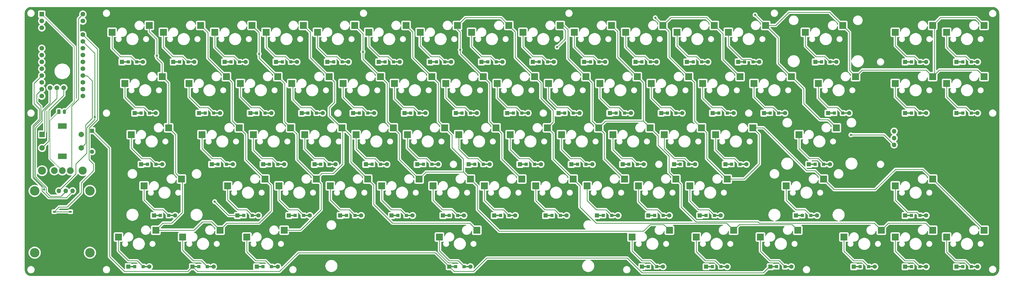
<source format=gbl>
G04 #@! TF.GenerationSoftware,KiCad,Pcbnew,8.0.7*
G04 #@! TF.CreationDate,2025-01-01T21:32:48+11:00*
G04 #@! TF.ProjectId,Mainpcb,4d61696e-7063-4622-9e6b-696361645f70,rev?*
G04 #@! TF.SameCoordinates,Original*
G04 #@! TF.FileFunction,Copper,L2,Bot*
G04 #@! TF.FilePolarity,Positive*
%FSLAX46Y46*%
G04 Gerber Fmt 4.6, Leading zero omitted, Abs format (unit mm)*
G04 Created by KiCad (PCBNEW 8.0.7) date 2025-01-01 21:32:48*
%MOMM*%
%LPD*%
G01*
G04 APERTURE LIST*
G04 Aperture macros list*
%AMRoundRect*
0 Rectangle with rounded corners*
0 $1 Rounding radius*
0 $2 $3 $4 $5 $6 $7 $8 $9 X,Y pos of 4 corners*
0 Add a 4 corners polygon primitive as box body*
4,1,4,$2,$3,$4,$5,$6,$7,$8,$9,$2,$3,0*
0 Add four circle primitives for the rounded corners*
1,1,$1+$1,$2,$3*
1,1,$1+$1,$4,$5*
1,1,$1+$1,$6,$7*
1,1,$1+$1,$8,$9*
0 Add four rect primitives between the rounded corners*
20,1,$1+$1,$2,$3,$4,$5,0*
20,1,$1+$1,$4,$5,$6,$7,0*
20,1,$1+$1,$6,$7,$8,$9,0*
20,1,$1+$1,$8,$9,$2,$3,0*%
G04 Aperture macros list end*
G04 #@! TA.AperFunction,ComponentPad*
%ADD10R,1.752600X1.752600*%
G04 #@! TD*
G04 #@! TA.AperFunction,ComponentPad*
%ADD11C,1.752600*%
G04 #@! TD*
G04 #@! TA.AperFunction,ComponentPad*
%ADD12R,3.200000X2.000000*%
G04 #@! TD*
G04 #@! TA.AperFunction,ComponentPad*
%ADD13R,2.000000X2.000000*%
G04 #@! TD*
G04 #@! TA.AperFunction,ComponentPad*
%ADD14C,2.000000*%
G04 #@! TD*
G04 #@! TA.AperFunction,SMDPad,CuDef*
%ADD15R,1.000000X0.750000*%
G04 #@! TD*
G04 #@! TA.AperFunction,ComponentPad*
%ADD16C,3.000000*%
G04 #@! TD*
G04 #@! TA.AperFunction,ComponentPad*
%ADD17C,2.500000*%
G04 #@! TD*
G04 #@! TA.AperFunction,SMDPad,CuDef*
%ADD18R,2.550000X2.500000*%
G04 #@! TD*
G04 #@! TA.AperFunction,ComponentPad*
%ADD19R,1.600000X1.600000*%
G04 #@! TD*
G04 #@! TA.AperFunction,ComponentPad*
%ADD20C,1.600000*%
G04 #@! TD*
G04 #@! TA.AperFunction,ComponentPad*
%ADD21RoundRect,0.250000X-0.350000X-0.625000X0.350000X-0.625000X0.350000X0.625000X-0.350000X0.625000X0*%
G04 #@! TD*
G04 #@! TA.AperFunction,ComponentPad*
%ADD22O,1.200000X1.750000*%
G04 #@! TD*
G04 #@! TA.AperFunction,ComponentPad*
%ADD23C,3.500000*%
G04 #@! TD*
G04 #@! TA.AperFunction,ComponentPad*
%ADD24R,1.700000X1.700000*%
G04 #@! TD*
G04 #@! TA.AperFunction,ComponentPad*
%ADD25O,1.700000X1.700000*%
G04 #@! TD*
G04 #@! TA.AperFunction,SMDPad,CuDef*
%ADD26R,2.500000X0.500000*%
G04 #@! TD*
G04 #@! TA.AperFunction,SMDPad,CuDef*
%ADD27R,1.200000X1.200000*%
G04 #@! TD*
G04 #@! TA.AperFunction,ViaPad*
%ADD28C,0.800000*%
G04 #@! TD*
G04 #@! TA.AperFunction,Conductor*
%ADD29C,0.250000*%
G04 #@! TD*
G04 #@! TA.AperFunction,Conductor*
%ADD30C,0.200000*%
G04 #@! TD*
G04 APERTURE END LIST*
D10*
X26380000Y-20740000D03*
D11*
X26380000Y-23280000D03*
X26380000Y-25820000D03*
X26380000Y-28360000D03*
X26380000Y-30900000D03*
X26380000Y-33440000D03*
X26380000Y-35980000D03*
X26380000Y-38520000D03*
X26380000Y-41060000D03*
X26380000Y-43600000D03*
X26380000Y-46140000D03*
X26380000Y-48680000D03*
X26380000Y-51220000D03*
X41620000Y-51220000D03*
X41620000Y-48680000D03*
X41620000Y-46140000D03*
X41620000Y-43600000D03*
X41620000Y-41060000D03*
X41620000Y-38520000D03*
X41620000Y-35980000D03*
X41620000Y-33440000D03*
X41620000Y-30900000D03*
X41620000Y-28360000D03*
X41620000Y-25820000D03*
X41620000Y-23280000D03*
X41620000Y-20740000D03*
X29460000Y-48125000D03*
X32000000Y-48125000D03*
X34540000Y-48125000D03*
D12*
X34000000Y-62400000D03*
X34000000Y-73600000D03*
D13*
X26500000Y-65500000D03*
D14*
X26500000Y-70500000D03*
X26500000Y-68000000D03*
X41000000Y-70500000D03*
X41000000Y-65500000D03*
D15*
X37000000Y-94250000D03*
X31000000Y-94250000D03*
X37000000Y-98000000D03*
X31000000Y-98000000D03*
D16*
X26500000Y-79000000D03*
X41500000Y-79000000D03*
D17*
X31000000Y-78950000D03*
X34000000Y-79000000D03*
X37000000Y-79000000D03*
D18*
X66290000Y-24920000D03*
X52440000Y-27460000D03*
D19*
X45000000Y-64100000D03*
D20*
X45000000Y-71900000D03*
D18*
X337750240Y-101120000D03*
X323900240Y-103660000D03*
X92482995Y-101120000D03*
X78632995Y-103660000D03*
X213928135Y-63020000D03*
X200078135Y-65560000D03*
X204402450Y-82070000D03*
X190552450Y-84610000D03*
X190114920Y-43970000D03*
X176264920Y-46510000D03*
X104390000Y-24920000D03*
X90540000Y-27460000D03*
X161540000Y-24920000D03*
X147690000Y-27460000D03*
X294890000Y-24920000D03*
X281040000Y-27460000D03*
X68671250Y-101120000D03*
X54821250Y-103660000D03*
X356801090Y-101120000D03*
X342951090Y-103660000D03*
X223452450Y-82070000D03*
X209602450Y-84610000D03*
X321083635Y-63020000D03*
X307233635Y-65560000D03*
X242502450Y-82070000D03*
X228652450Y-84610000D03*
X375852500Y-43970000D03*
X362002500Y-46510000D03*
X109152450Y-82070000D03*
X95302450Y-84610000D03*
X306793740Y-101120000D03*
X292943740Y-103660000D03*
X71052500Y-43970000D03*
X57202500Y-46510000D03*
X271078135Y-63020000D03*
X257228135Y-65560000D03*
X142490000Y-24920000D03*
X128640000Y-27460000D03*
X94864920Y-43970000D03*
X81014920Y-46510000D03*
X275840000Y-24920000D03*
X261990000Y-27460000D03*
X290128135Y-63020000D03*
X276278135Y-65560000D03*
X328227420Y-43970000D03*
X314377420Y-46510000D03*
X175828135Y-63020000D03*
X161978135Y-65560000D03*
X85340000Y-24920000D03*
X71490000Y-27460000D03*
D21*
X32730000Y-57050000D03*
D22*
X34730000Y-57050000D03*
D18*
X356801090Y-82070000D03*
X342951090Y-84610000D03*
X356802500Y-43970000D03*
X342952500Y-46510000D03*
X375852500Y-24920000D03*
X362002500Y-27460000D03*
X323465000Y-24920000D03*
X309615000Y-27460000D03*
X156778135Y-63020000D03*
X142928135Y-65560000D03*
X232978135Y-63020000D03*
X219128135Y-65560000D03*
X247264920Y-43970000D03*
X233414920Y-46510000D03*
X166302450Y-82070000D03*
X152452450Y-84610000D03*
X209164920Y-43970000D03*
X195314920Y-46510000D03*
X252028135Y-63020000D03*
X238178135Y-65560000D03*
X256790000Y-24920000D03*
X242940000Y-27460000D03*
X304414920Y-43970000D03*
X290564920Y-46510000D03*
X356802500Y-24920000D03*
X342952500Y-27460000D03*
X259169740Y-101120000D03*
X245319740Y-103660000D03*
X187731740Y-101120000D03*
X173881740Y-103660000D03*
X280602450Y-82070000D03*
X266752450Y-84610000D03*
X316320450Y-82070000D03*
X302470450Y-84610000D03*
X261552450Y-82070000D03*
X247702450Y-84610000D03*
X113914920Y-43970000D03*
X100064920Y-46510000D03*
X123440000Y-24920000D03*
X109590000Y-27460000D03*
X147252450Y-82070000D03*
X133402450Y-84610000D03*
X152014920Y-43970000D03*
X138164920Y-46510000D03*
X132964920Y-43970000D03*
X119114920Y-46510000D03*
X137728135Y-63020000D03*
X123878135Y-65560000D03*
X78196250Y-82070000D03*
X64346250Y-84610000D03*
X282981740Y-101120000D03*
X269131740Y-103660000D03*
X99628135Y-63020000D03*
X85778135Y-65560000D03*
X116294740Y-101120000D03*
X102444740Y-103660000D03*
D23*
X44250000Y-86500000D03*
X23750000Y-86500000D03*
X44250000Y-109500000D03*
X23750000Y-109500000D03*
D24*
X30190000Y-86500000D03*
D25*
X32730000Y-86500000D03*
X35270000Y-86500000D03*
X37810000Y-86500000D03*
D18*
X194878135Y-63020000D03*
X181028135Y-65560000D03*
X180590000Y-24920000D03*
X166740000Y-27460000D03*
X73433750Y-63020000D03*
X59583750Y-65560000D03*
X128202450Y-82070000D03*
X114352450Y-84610000D03*
X171064920Y-43970000D03*
X157214920Y-46510000D03*
X118678135Y-63020000D03*
X104828135Y-65560000D03*
X218690000Y-24920000D03*
X204840000Y-27460000D03*
X228214920Y-43970000D03*
X214364920Y-46510000D03*
X375851090Y-101120000D03*
X362001090Y-103660000D03*
X185352450Y-82070000D03*
X171502450Y-84610000D03*
X285364920Y-43970000D03*
X271514920Y-46510000D03*
X266314920Y-43970000D03*
X252464920Y-46510000D03*
D24*
X342537500Y-71910000D03*
D25*
X342537500Y-69370000D03*
X342537500Y-66830000D03*
X342537500Y-64290000D03*
D18*
X199640000Y-24920000D03*
X185790000Y-27460000D03*
X237740000Y-24920000D03*
X223890000Y-27460000D03*
D19*
X151350000Y-38500000D03*
D26*
X152550000Y-38500000D03*
D27*
X153675000Y-38500000D03*
X156825000Y-38500000D03*
D26*
X157950000Y-38500000D03*
D20*
X159150000Y-38500000D03*
D19*
X346612500Y-57550000D03*
D26*
X347812500Y-57550000D03*
D27*
X348937500Y-57550000D03*
X352087500Y-57550000D03*
D26*
X353212500Y-57550000D03*
D20*
X354412500Y-57550000D03*
D19*
X170400000Y-38500000D03*
D26*
X171600000Y-38500000D03*
D27*
X172725000Y-38500000D03*
X175875000Y-38500000D03*
D26*
X177000000Y-38500000D03*
D20*
X178200000Y-38500000D03*
D19*
X208500000Y-38500000D03*
D26*
X209700000Y-38500000D03*
D27*
X210825000Y-38500000D03*
X213975000Y-38500000D03*
D26*
X215100000Y-38500000D03*
D20*
X216300000Y-38500000D03*
D19*
X194212450Y-95650000D03*
D26*
X195412450Y-95650000D03*
D27*
X196537450Y-95650000D03*
X199687450Y-95650000D03*
D26*
X200812450Y-95650000D03*
D20*
X202012450Y-95650000D03*
D19*
X89438135Y-76600000D03*
D26*
X90638135Y-76600000D03*
D27*
X91763135Y-76600000D03*
X94913135Y-76600000D03*
D26*
X96038135Y-76600000D03*
D20*
X97238135Y-76600000D03*
D19*
X175162450Y-95650000D03*
D26*
X176362450Y-95650000D03*
D27*
X177487450Y-95650000D03*
X180637450Y-95650000D03*
D26*
X181762450Y-95650000D03*
D20*
X182962450Y-95650000D03*
D19*
X346611090Y-95650000D03*
D26*
X347811090Y-95650000D03*
D27*
X348936090Y-95650000D03*
X352086090Y-95650000D03*
D26*
X353211090Y-95650000D03*
D20*
X354411090Y-95650000D03*
D19*
X296604590Y-114700000D03*
D26*
X297804590Y-114700000D03*
D27*
X298929590Y-114700000D03*
X302079590Y-114700000D03*
D26*
X303204590Y-114700000D03*
D20*
X304404590Y-114700000D03*
D19*
X227550000Y-38500000D03*
D26*
X228750000Y-38500000D03*
D27*
X229875000Y-38500000D03*
X233025000Y-38500000D03*
D26*
X234150000Y-38500000D03*
D20*
X235350000Y-38500000D03*
D19*
X284700000Y-38500000D03*
D26*
X285900000Y-38500000D03*
D27*
X287025000Y-38500000D03*
X290175000Y-38500000D03*
D26*
X291300000Y-38500000D03*
D20*
X292500000Y-38500000D03*
D19*
X184688135Y-76600000D03*
D26*
X185888135Y-76600000D03*
D27*
X187013135Y-76600000D03*
X190163135Y-76600000D03*
D26*
X191288135Y-76600000D03*
D20*
X192488135Y-76600000D03*
D19*
X213262450Y-95650000D03*
D26*
X214462450Y-95650000D03*
D27*
X215587450Y-95650000D03*
X218737450Y-95650000D03*
D26*
X219862450Y-95650000D03*
D20*
X221062450Y-95650000D03*
D19*
X122774920Y-57550000D03*
D26*
X123974920Y-57550000D03*
D27*
X125099920Y-57550000D03*
X128249920Y-57550000D03*
D26*
X129374920Y-57550000D03*
D20*
X130574920Y-57550000D03*
D19*
X141824920Y-57550000D03*
D26*
X143024920Y-57550000D03*
D27*
X144149920Y-57550000D03*
X147299920Y-57550000D03*
D26*
X148424920Y-57550000D03*
D20*
X149624920Y-57550000D03*
D19*
X365661090Y-114700000D03*
D26*
X366861090Y-114700000D03*
D27*
X367986090Y-114700000D03*
X371136090Y-114700000D03*
D26*
X372261090Y-114700000D03*
D20*
X373461090Y-114700000D03*
D19*
X63243750Y-76600000D03*
D26*
X64443750Y-76600000D03*
D27*
X65568750Y-76600000D03*
X68718750Y-76600000D03*
D26*
X69843750Y-76600000D03*
D20*
X71043750Y-76600000D03*
D19*
X275174920Y-57550000D03*
D26*
X276374920Y-57550000D03*
D27*
X277499920Y-57550000D03*
X280649920Y-57550000D03*
D26*
X281774920Y-57550000D03*
D20*
X282974920Y-57550000D03*
D19*
X177541590Y-114700000D03*
D26*
X178741590Y-114700000D03*
D27*
X179866590Y-114700000D03*
X183016590Y-114700000D03*
D26*
X184141590Y-114700000D03*
D20*
X185341590Y-114700000D03*
D19*
X56100000Y-38500000D03*
D26*
X57300000Y-38500000D03*
D27*
X58425000Y-38500000D03*
X61575000Y-38500000D03*
D26*
X62700000Y-38500000D03*
D20*
X63900000Y-38500000D03*
D19*
X294224920Y-57550000D03*
D26*
X295424920Y-57550000D03*
D27*
X296549920Y-57550000D03*
X299699920Y-57550000D03*
D26*
X300824920Y-57550000D03*
D20*
X302024920Y-57550000D03*
D19*
X365662500Y-38500000D03*
D26*
X366862500Y-38500000D03*
D27*
X367987500Y-38500000D03*
X371137500Y-38500000D03*
D26*
X372262500Y-38500000D03*
D20*
X373462500Y-38500000D03*
D19*
X232312450Y-95650000D03*
D26*
X233512450Y-95650000D03*
D27*
X234637450Y-95650000D03*
X237787450Y-95650000D03*
D26*
X238912450Y-95650000D03*
D20*
X240112450Y-95650000D03*
D19*
X248979590Y-114700000D03*
D26*
X250179590Y-114700000D03*
D27*
X251304590Y-114700000D03*
X254454590Y-114700000D03*
D26*
X255579590Y-114700000D03*
D20*
X256779590Y-114700000D03*
D19*
X265650000Y-38500000D03*
D26*
X266850000Y-38500000D03*
D27*
X267975000Y-38500000D03*
X271125000Y-38500000D03*
D26*
X272250000Y-38500000D03*
D20*
X273450000Y-38500000D03*
D19*
X160874920Y-57550000D03*
D26*
X162074920Y-57550000D03*
D27*
X163199920Y-57550000D03*
X166349920Y-57550000D03*
D26*
X167474920Y-57550000D03*
D20*
X168674920Y-57550000D03*
D19*
X270412450Y-95650000D03*
D26*
X271612450Y-95650000D03*
D27*
X272737450Y-95650000D03*
X275887450Y-95650000D03*
D26*
X277012450Y-95650000D03*
D20*
X278212450Y-95650000D03*
D19*
X260888135Y-76600000D03*
D26*
X262088135Y-76600000D03*
D27*
X263213135Y-76600000D03*
X266363135Y-76600000D03*
D26*
X267488135Y-76600000D03*
D20*
X268688135Y-76600000D03*
D19*
X310893635Y-76600000D03*
D26*
X312093635Y-76600000D03*
D27*
X313218635Y-76600000D03*
X316368635Y-76600000D03*
D26*
X317493635Y-76600000D03*
D20*
X318693635Y-76600000D03*
D19*
X203738135Y-76600000D03*
D26*
X204938135Y-76600000D03*
D27*
X206063135Y-76600000D03*
X209213135Y-76600000D03*
D26*
X210338135Y-76600000D03*
D20*
X211538135Y-76600000D03*
D19*
X246600000Y-38500000D03*
D26*
X247800000Y-38500000D03*
D27*
X248925000Y-38500000D03*
X252075000Y-38500000D03*
D26*
X253200000Y-38500000D03*
D20*
X254400000Y-38500000D03*
D19*
X58481250Y-114700000D03*
D26*
X59681250Y-114700000D03*
D27*
X60806250Y-114700000D03*
X63956250Y-114700000D03*
D26*
X65081250Y-114700000D03*
D20*
X66281250Y-114700000D03*
D19*
X218024920Y-57550000D03*
D26*
X219224920Y-57550000D03*
D27*
X220349920Y-57550000D03*
X223499920Y-57550000D03*
D26*
X224624920Y-57550000D03*
D20*
X225824920Y-57550000D03*
D19*
X306130450Y-95650000D03*
D26*
X307330450Y-95650000D03*
D27*
X308455450Y-95650000D03*
X311605450Y-95650000D03*
D26*
X312730450Y-95650000D03*
D20*
X313930450Y-95650000D03*
D19*
X82292995Y-114700000D03*
D26*
X83492995Y-114700000D03*
D27*
X84617995Y-114700000D03*
X87767995Y-114700000D03*
D26*
X88892995Y-114700000D03*
D20*
X90092995Y-114700000D03*
D19*
X75150000Y-38500000D03*
D26*
X76350000Y-38500000D03*
D27*
X77475000Y-38500000D03*
X80625000Y-38500000D03*
D26*
X81750000Y-38500000D03*
D20*
X82950000Y-38500000D03*
D19*
X346611090Y-114700000D03*
D26*
X347811090Y-114700000D03*
D27*
X348936090Y-114700000D03*
X352086090Y-114700000D03*
D26*
X353211090Y-114700000D03*
D20*
X354411090Y-114700000D03*
D19*
X118012450Y-95650000D03*
D26*
X119212450Y-95650000D03*
D27*
X120337450Y-95650000D03*
X123487450Y-95650000D03*
D26*
X124612450Y-95650000D03*
D20*
X125812450Y-95650000D03*
D19*
X113250000Y-38500000D03*
D26*
X114450000Y-38500000D03*
D27*
X115575000Y-38500000D03*
X118725000Y-38500000D03*
D26*
X119850000Y-38500000D03*
D20*
X121050000Y-38500000D03*
D19*
X327561090Y-114700000D03*
D26*
X328761090Y-114700000D03*
D27*
X329886090Y-114700000D03*
X333036090Y-114700000D03*
D26*
X334161090Y-114700000D03*
D20*
X335361090Y-114700000D03*
D19*
X106104740Y-114700000D03*
D26*
X107304740Y-114700000D03*
D27*
X108429740Y-114700000D03*
X111579740Y-114700000D03*
D26*
X112704740Y-114700000D03*
D20*
X113904740Y-114700000D03*
D19*
X222788135Y-76600000D03*
D26*
X223988135Y-76600000D03*
D27*
X225113135Y-76600000D03*
X228263135Y-76600000D03*
D26*
X229388135Y-76600000D03*
D20*
X230588135Y-76600000D03*
D19*
X179924920Y-57550000D03*
D26*
X181124920Y-57550000D03*
D27*
X182249920Y-57550000D03*
X185399920Y-57550000D03*
D26*
X186524920Y-57550000D03*
D20*
X187724920Y-57550000D03*
D19*
X251362450Y-95650000D03*
D26*
X252562450Y-95650000D03*
D27*
X253687450Y-95650000D03*
X256837450Y-95650000D03*
D26*
X257962450Y-95650000D03*
D20*
X259162450Y-95650000D03*
D19*
X60862500Y-57550000D03*
D26*
X62062500Y-57550000D03*
D27*
X63187500Y-57550000D03*
X66337500Y-57550000D03*
D26*
X67462500Y-57550000D03*
D20*
X68662500Y-57550000D03*
D19*
X279938135Y-76600000D03*
D26*
X281138135Y-76600000D03*
D27*
X282263135Y-76600000D03*
X285413135Y-76600000D03*
D26*
X286538135Y-76600000D03*
D20*
X287738135Y-76600000D03*
D19*
X198974920Y-57550000D03*
D26*
X200174920Y-57550000D03*
D27*
X201299920Y-57550000D03*
X204449920Y-57550000D03*
D26*
X205574920Y-57550000D03*
D20*
X206774920Y-57550000D03*
D19*
X132300000Y-38500000D03*
D26*
X133500000Y-38500000D03*
D27*
X134625000Y-38500000D03*
X137775000Y-38500000D03*
D26*
X138900000Y-38500000D03*
D20*
X140100000Y-38500000D03*
D19*
X237074920Y-57550000D03*
D26*
X238274920Y-57550000D03*
D27*
X239399920Y-57550000D03*
X242549920Y-57550000D03*
D26*
X243674920Y-57550000D03*
D20*
X244874920Y-57550000D03*
D19*
X108488135Y-76600000D03*
D26*
X109688135Y-76600000D03*
D27*
X110813135Y-76600000D03*
X113963135Y-76600000D03*
D26*
X115088135Y-76600000D03*
D20*
X116288135Y-76600000D03*
D19*
X103724920Y-57550000D03*
D26*
X104924920Y-57550000D03*
D27*
X106049920Y-57550000D03*
X109199920Y-57550000D03*
D26*
X110324920Y-57550000D03*
D20*
X111524920Y-57550000D03*
D19*
X272791590Y-114700000D03*
D26*
X273991590Y-114700000D03*
D27*
X275116590Y-114700000D03*
X278266590Y-114700000D03*
D26*
X279391590Y-114700000D03*
D20*
X280591590Y-114700000D03*
D19*
X313275000Y-38500000D03*
D26*
X314475000Y-38500000D03*
D27*
X315600000Y-38500000D03*
X318750000Y-38500000D03*
D26*
X319875000Y-38500000D03*
D20*
X321075000Y-38500000D03*
D19*
X165638135Y-76600000D03*
D26*
X166838135Y-76600000D03*
D27*
X167963135Y-76600000D03*
X171113135Y-76600000D03*
D26*
X172238135Y-76600000D03*
D20*
X173438135Y-76600000D03*
D19*
X318037420Y-57550000D03*
D26*
X319237420Y-57550000D03*
D27*
X320362420Y-57550000D03*
X323512420Y-57550000D03*
D26*
X324637420Y-57550000D03*
D20*
X325837420Y-57550000D03*
D19*
X189450000Y-38500000D03*
D26*
X190650000Y-38500000D03*
D27*
X191775000Y-38500000D03*
X194925000Y-38500000D03*
D26*
X196050000Y-38500000D03*
D20*
X197250000Y-38500000D03*
D19*
X127538135Y-76600000D03*
D26*
X128738135Y-76600000D03*
D27*
X129863135Y-76600000D03*
X133013135Y-76600000D03*
D26*
X134138135Y-76600000D03*
D20*
X135338135Y-76600000D03*
D19*
X156112450Y-95650000D03*
D26*
X157312450Y-95650000D03*
D27*
X158437450Y-95650000D03*
X161587450Y-95650000D03*
D26*
X162712450Y-95650000D03*
D20*
X163912450Y-95650000D03*
D19*
X98962450Y-95650000D03*
D26*
X100162450Y-95650000D03*
D27*
X101287450Y-95650000D03*
X104437450Y-95650000D03*
D26*
X105562450Y-95650000D03*
D20*
X106762450Y-95650000D03*
D19*
X241838135Y-76600000D03*
D26*
X243038135Y-76600000D03*
D27*
X244163135Y-76600000D03*
X247313135Y-76600000D03*
D26*
X248438135Y-76600000D03*
D20*
X249638135Y-76600000D03*
D19*
X68006250Y-95650000D03*
D26*
X69206250Y-95650000D03*
D27*
X70331250Y-95650000D03*
X73481250Y-95650000D03*
D26*
X74606250Y-95650000D03*
D20*
X75806250Y-95650000D03*
D19*
X256124920Y-57550000D03*
D26*
X257324920Y-57550000D03*
D27*
X258449920Y-57550000D03*
X261599920Y-57550000D03*
D26*
X262724920Y-57550000D03*
D20*
X263924920Y-57550000D03*
D19*
X146588135Y-76600000D03*
D26*
X147788135Y-76600000D03*
D27*
X148913135Y-76600000D03*
X152063135Y-76600000D03*
D26*
X153188135Y-76600000D03*
D20*
X154388135Y-76600000D03*
D19*
X365662500Y-57550000D03*
D26*
X366862500Y-57550000D03*
D27*
X367987500Y-57550000D03*
X371137500Y-57550000D03*
D26*
X372262500Y-57550000D03*
D20*
X373462500Y-57550000D03*
D19*
X94200000Y-38500000D03*
D26*
X95400000Y-38500000D03*
D27*
X96525000Y-38500000D03*
X99675000Y-38500000D03*
D26*
X100800000Y-38500000D03*
D20*
X102000000Y-38500000D03*
D19*
X84674920Y-57550000D03*
D26*
X85874920Y-57550000D03*
D27*
X86999920Y-57550000D03*
X90149920Y-57550000D03*
D26*
X91274920Y-57550000D03*
D20*
X92474920Y-57550000D03*
D19*
X137062450Y-95650000D03*
D26*
X138262450Y-95650000D03*
D27*
X139387450Y-95650000D03*
X142537450Y-95650000D03*
D26*
X143662450Y-95650000D03*
D20*
X144862450Y-95650000D03*
D19*
X346612500Y-38500000D03*
D26*
X347812500Y-38500000D03*
D27*
X348937500Y-38500000D03*
X352087500Y-38500000D03*
D26*
X353212500Y-38500000D03*
D20*
X354412500Y-38500000D03*
D28*
X69035000Y-36225000D03*
X107000000Y-35500000D03*
X145500000Y-34725000D03*
X181545000Y-34000000D03*
X217500000Y-33000000D03*
X253935000Y-22065000D03*
X90500000Y-90500000D03*
X27225000Y-85987347D03*
X290970000Y-21000000D03*
X46000000Y-59000000D03*
X326500000Y-65655000D03*
D29*
X46000000Y-60000000D02*
X46000000Y-59000000D01*
X353231090Y-78500000D02*
X356801090Y-82070000D01*
X335500000Y-86000000D02*
X343000000Y-78500000D01*
X343000000Y-78500000D02*
X353231090Y-78500000D01*
X316320450Y-82070000D02*
X320250450Y-86000000D01*
X320250450Y-86000000D02*
X335500000Y-86000000D01*
X31000000Y-94250000D02*
X37000000Y-94250000D01*
X47000000Y-33760000D02*
X41620000Y-28380000D01*
X47000000Y-60000000D02*
X47000000Y-33760000D01*
X43875000Y-63125000D02*
X47000000Y-60000000D01*
X43875000Y-74875000D02*
X43875000Y-63125000D01*
X45500000Y-79000000D02*
X45500000Y-76500000D01*
X45500000Y-76500000D02*
X43875000Y-74875000D01*
X41000000Y-87275000D02*
X41000000Y-83500000D01*
X35775000Y-92500000D02*
X41000000Y-87275000D01*
X31000000Y-94250000D02*
X32750000Y-92500000D01*
X41000000Y-83500000D02*
X45500000Y-79000000D01*
X31000000Y-94500000D02*
X31000000Y-94250000D01*
X32750000Y-92500000D02*
X35775000Y-92500000D01*
X294000000Y-117000000D02*
X296500000Y-114500000D01*
X243529590Y-111500000D02*
X249029590Y-117000000D01*
X249029590Y-117000000D02*
X294000000Y-117000000D01*
X191500000Y-111500000D02*
X243529590Y-111500000D01*
X186500000Y-116500000D02*
X191500000Y-111500000D01*
X179341590Y-116500000D02*
X186500000Y-116500000D01*
X177541590Y-114700000D02*
X179341590Y-116500000D01*
X33500000Y-88500000D02*
X35270000Y-86730000D01*
X29500000Y-88500000D02*
X33500000Y-88500000D01*
X24000000Y-81283836D02*
X28000000Y-85283836D01*
X26500000Y-56863604D02*
X26500000Y-60500000D01*
X26500000Y-60500000D02*
X24000000Y-63000000D01*
X29460000Y-53903604D02*
X26500000Y-56863604D01*
X24000000Y-63000000D02*
X24000000Y-81283836D01*
X29460000Y-48145000D02*
X29460000Y-53903604D01*
X28000000Y-87000000D02*
X29500000Y-88500000D01*
X28000000Y-85283836D02*
X28000000Y-87000000D01*
X43050000Y-72450000D02*
X39000000Y-76500000D01*
X39000000Y-80230000D02*
X32730000Y-86500000D01*
X43050000Y-62950000D02*
X43050000Y-72450000D01*
X46000000Y-60000000D02*
X43050000Y-62950000D01*
X39000000Y-76500000D02*
X39000000Y-80230000D01*
X24500000Y-53500000D02*
X24500000Y-50580000D01*
X26000000Y-55000000D02*
X24500000Y-53500000D01*
X23500000Y-62500000D02*
X26000000Y-60000000D01*
X23500000Y-81466842D02*
X23500000Y-62500000D01*
X27225000Y-85191842D02*
X23500000Y-81466842D01*
X26000000Y-60000000D02*
X26000000Y-55000000D01*
X27225000Y-85987347D02*
X27225000Y-85191842D01*
X24500000Y-50580000D02*
X26380000Y-48700000D01*
X35500000Y-89000000D02*
X37810000Y-86690000D01*
X29000000Y-89000000D02*
X35500000Y-89000000D01*
X26500000Y-86500000D02*
X29000000Y-89000000D01*
X26500000Y-85000000D02*
X26500000Y-86500000D01*
X23050000Y-62313604D02*
X23050000Y-81550000D01*
X25500000Y-59863604D02*
X23050000Y-62313604D01*
X23500000Y-54000000D02*
X25500000Y-56000000D01*
X25500000Y-56000000D02*
X25500000Y-59863604D01*
X23500000Y-46500000D02*
X23500000Y-54000000D01*
X23050000Y-81550000D02*
X26500000Y-85000000D01*
X26380000Y-43620000D02*
X23500000Y-46500000D01*
X99628135Y-63020000D02*
X102000000Y-65391865D01*
X86000000Y-98000000D02*
X89362995Y-98000000D01*
X73433750Y-46351250D02*
X71052500Y-43970000D01*
X78500000Y-82373750D02*
X78196250Y-82070000D01*
X71291250Y-98500000D02*
X74547241Y-98500000D01*
X68671250Y-101120000D02*
X71291250Y-98500000D01*
X78500000Y-94547241D02*
X78500000Y-82373750D01*
X94864920Y-43970000D02*
X97000000Y-46105080D01*
X92482995Y-101120000D02*
X92482995Y-101017005D01*
X88000000Y-37105080D02*
X94864920Y-43970000D01*
X76000000Y-79873750D02*
X76000000Y-65586250D01*
X69035000Y-30035000D02*
X66290000Y-27290000D01*
X82880000Y-101120000D02*
X86000000Y-98000000D01*
X97000000Y-46105080D02*
X97000000Y-60391865D01*
X102000000Y-74917550D02*
X109152450Y-82070000D01*
X76000000Y-65586250D02*
X73433750Y-63020000D01*
X85340000Y-24920000D02*
X88000000Y-27580000D01*
X78196250Y-82070000D02*
X76000000Y-79873750D01*
X71000000Y-39000000D02*
X69035000Y-37035000D01*
X89362995Y-98000000D02*
X92482995Y-101120000D01*
X71052500Y-43970000D02*
X71000000Y-43917500D01*
X95000000Y-98500000D02*
X107000000Y-98500000D01*
X111500000Y-84417550D02*
X109152450Y-82070000D01*
X97000000Y-60391865D02*
X99628135Y-63020000D01*
X66290000Y-27290000D02*
X66290000Y-24920000D01*
X107000000Y-98500000D02*
X111500000Y-94000000D01*
X74547241Y-98500000D02*
X78500000Y-94547241D01*
X71000000Y-43917500D02*
X71000000Y-39000000D01*
X92482995Y-101017005D02*
X95000000Y-98500000D01*
X88000000Y-27580000D02*
X88000000Y-37105080D01*
X102000000Y-65391865D02*
X102000000Y-74917550D01*
X69035000Y-37035000D02*
X69035000Y-30035000D01*
X111500000Y-94000000D02*
X111500000Y-84417550D01*
X68671250Y-101120000D02*
X82880000Y-101120000D01*
X73433750Y-63020000D02*
X73433750Y-46351250D01*
X138000000Y-76500000D02*
X138000000Y-63291865D01*
X147252450Y-82070000D02*
X149500000Y-84317550D01*
X141000000Y-75817550D02*
X147252450Y-82070000D01*
X133000000Y-58500000D02*
X133000000Y-55500000D01*
X185111740Y-98500000D02*
X187731740Y-101120000D01*
X126000000Y-27480000D02*
X123440000Y-24920000D01*
X113914920Y-43970000D02*
X113970000Y-43970000D01*
X130000000Y-83867550D02*
X130000000Y-93500000D01*
X128202450Y-82070000D02*
X130272450Y-80000000D01*
X130272450Y-80000000D02*
X134500000Y-80000000D01*
X104390000Y-24920000D02*
X107000000Y-27530000D01*
X107000000Y-27530000D02*
X107000000Y-37055080D01*
X137728135Y-63020000D02*
X138020000Y-63020000D01*
X122380000Y-101120000D02*
X116294740Y-101120000D01*
X121000000Y-74867550D02*
X128202450Y-82070000D01*
X138020000Y-63020000D02*
X141000000Y-66000000D01*
X135000000Y-53500000D02*
X135000000Y-46005080D01*
X107000000Y-37055080D02*
X113914920Y-43970000D01*
X116500000Y-46500000D02*
X116500000Y-60841865D01*
X132964920Y-43970000D02*
X126000000Y-37005080D01*
X133000000Y-55500000D02*
X135000000Y-53500000D01*
X137728135Y-63020000D02*
X137520000Y-63020000D01*
X134500000Y-80000000D02*
X138000000Y-76500000D01*
X141000000Y-66000000D02*
X141000000Y-75817550D01*
X149500000Y-91500000D02*
X156500000Y-98500000D01*
X156500000Y-98500000D02*
X185111740Y-98500000D01*
X149500000Y-84317550D02*
X149500000Y-91500000D01*
X130000000Y-93500000D02*
X122380000Y-101120000D01*
X128202450Y-82070000D02*
X130000000Y-83867550D01*
X121000000Y-65341865D02*
X121000000Y-74867550D01*
X118678135Y-63020000D02*
X121000000Y-65341865D01*
X113970000Y-43970000D02*
X116500000Y-46500000D01*
X135000000Y-46005080D02*
X132964920Y-43970000D01*
X137520000Y-63020000D02*
X133000000Y-58500000D01*
X126000000Y-37005080D02*
X126000000Y-27480000D01*
X116500000Y-60841865D02*
X118678135Y-63020000D01*
X138000000Y-63291865D02*
X137728135Y-63020000D01*
X173500000Y-60691865D02*
X175828135Y-63020000D01*
X156778135Y-63020000D02*
X159000000Y-65241865D01*
X145500000Y-37455080D02*
X152014920Y-43970000D01*
X178500000Y-65691865D02*
X178500000Y-70374090D01*
X43120000Y-43620000D02*
X41620000Y-43620000D01*
X161540000Y-24920000D02*
X164000000Y-27380000D01*
X42600000Y-68900000D02*
X42600000Y-61900000D01*
X41000000Y-70500000D02*
X42600000Y-68900000D01*
X42600000Y-61900000D02*
X45050000Y-59450000D01*
X188000000Y-93500000D02*
X196000000Y-101500000D01*
X257049740Y-99000000D02*
X259169740Y-101120000D01*
X142490000Y-24990000D02*
X145500000Y-28000000D01*
X159000000Y-74767550D02*
X166302450Y-82070000D01*
X164000000Y-36905080D02*
X171064920Y-43970000D01*
X178500000Y-70374090D02*
X182782450Y-74656540D01*
X171064920Y-43970000D02*
X171064920Y-44017460D01*
X252000000Y-99000000D02*
X257049740Y-99000000D01*
X142490000Y-24920000D02*
X142490000Y-24990000D01*
X45050000Y-59450000D02*
X45050000Y-45550000D01*
X171064920Y-44017460D02*
X173500000Y-46452540D01*
X166302450Y-82070000D02*
X168872450Y-79500000D01*
X159000000Y-65241865D02*
X159000000Y-74767550D01*
X182782450Y-79500000D02*
X185352450Y-82070000D01*
X182782450Y-74656540D02*
X182782450Y-79500000D01*
X142490000Y-24920000D02*
X142910000Y-24500000D01*
X154500000Y-60741865D02*
X156778135Y-63020000D01*
X185352450Y-82070000D02*
X188000000Y-84717550D01*
X152014920Y-43970000D02*
X154500000Y-46455080D01*
X196000000Y-101500000D02*
X249500000Y-101500000D01*
X45050000Y-45550000D02*
X43120000Y-43620000D01*
X164000000Y-27380000D02*
X164000000Y-36905080D01*
X168872450Y-79500000D02*
X182782450Y-79500000D01*
X154500000Y-46455080D02*
X154500000Y-60741865D01*
X175828135Y-63020000D02*
X178500000Y-65691865D01*
X188000000Y-84717550D02*
X188000000Y-93500000D01*
X145500000Y-28000000D02*
X145500000Y-37455080D01*
X249500000Y-101500000D02*
X252000000Y-99000000D01*
X173500000Y-46452540D02*
X173500000Y-60691865D01*
X197000000Y-65141865D02*
X197000000Y-74667550D01*
X216000000Y-56500000D02*
X216000000Y-60948135D01*
X304673740Y-99000000D02*
X306793740Y-101120000D01*
X196720000Y-22000000D02*
X199640000Y-24920000D01*
X180590000Y-26420000D02*
X180590000Y-24920000D01*
X183510000Y-22000000D02*
X196720000Y-22000000D01*
X181545000Y-34000000D02*
X181545000Y-27375000D01*
X209164920Y-43970000D02*
X211500000Y-46305080D01*
X211500000Y-52000000D02*
X216000000Y-56500000D01*
X190114920Y-43970000D02*
X192500000Y-46355080D01*
X232000000Y-98500000D02*
X226000000Y-92500000D01*
X197000000Y-74667550D02*
X204402450Y-82070000D01*
X216000000Y-65091865D02*
X216000000Y-74617550D01*
X285101740Y-99000000D02*
X304673740Y-99000000D01*
X216000000Y-60948135D02*
X213928135Y-63020000D01*
X202000000Y-27280000D02*
X202000000Y-36805080D01*
X202000000Y-36805080D02*
X209164920Y-43970000D01*
X180590000Y-24920000D02*
X183510000Y-22000000D01*
X213928135Y-63020000D02*
X216000000Y-65091865D01*
X192500000Y-60641865D02*
X194878135Y-63020000D01*
X280361740Y-98500000D02*
X232000000Y-98500000D01*
X199640000Y-24920000D02*
X202000000Y-27280000D01*
X282981740Y-101120000D02*
X280361740Y-98500000D01*
X216000000Y-74617550D02*
X223452450Y-82070000D01*
X226000000Y-84617550D02*
X223452450Y-82070000D01*
X211500000Y-46305080D02*
X211500000Y-52000000D01*
X194878135Y-63020000D02*
X197000000Y-65141865D01*
X181545000Y-34000000D02*
X181545000Y-35400080D01*
X282981740Y-101120000D02*
X285101740Y-99000000D01*
X192500000Y-46355080D02*
X192500000Y-60641865D01*
X181545000Y-27375000D02*
X180590000Y-26420000D01*
X226000000Y-92500000D02*
X226000000Y-84617550D01*
X181545000Y-35400080D02*
X190114920Y-43970000D01*
X263500000Y-92500000D02*
X269000000Y-98000000D01*
X232978135Y-62978135D02*
X232978135Y-63020000D01*
X340370240Y-98500000D02*
X354181090Y-98500000D01*
X247264920Y-43970000D02*
X249500000Y-46205080D01*
X235000000Y-65041865D02*
X235000000Y-74567550D01*
X217500000Y-33000000D02*
X220500000Y-30000000D01*
X354181090Y-98500000D02*
X356801090Y-101120000D01*
X263500000Y-84017550D02*
X263500000Y-92500000D01*
X335130240Y-98500000D02*
X337750240Y-101120000D01*
X240000000Y-36705080D02*
X247264920Y-43970000D01*
X220500000Y-26730000D02*
X218690000Y-24920000D01*
X269000000Y-98000000D02*
X292000000Y-98000000D01*
X337750240Y-101120000D02*
X340370240Y-98500000D01*
X221500000Y-37255080D02*
X228214920Y-43970000D01*
X252028135Y-63020000D02*
X252028135Y-63028135D01*
X249508135Y-60500000D02*
X252028135Y-63020000D01*
X235000000Y-74567550D02*
X242502450Y-82070000D01*
X218690000Y-24920000D02*
X219920000Y-24920000D01*
X261552450Y-82070000D02*
X263500000Y-84017550D01*
X235498135Y-60500000D02*
X249508135Y-60500000D01*
X240000000Y-27180000D02*
X240000000Y-36705080D01*
X219920000Y-24920000D02*
X221500000Y-26500000D01*
X221500000Y-26500000D02*
X221500000Y-37255080D01*
X252028135Y-63028135D02*
X255000000Y-66000000D01*
X292500000Y-98500000D02*
X335130240Y-98500000D01*
X292000000Y-98000000D02*
X292500000Y-98500000D01*
X232978135Y-63020000D02*
X235498135Y-60500000D01*
X255000000Y-69500000D02*
X259000000Y-73500000D01*
X230500000Y-46255080D02*
X230500000Y-60500000D01*
X220500000Y-30000000D02*
X220500000Y-26730000D01*
X249500000Y-60491865D02*
X252028135Y-63020000D01*
X259000000Y-79517550D02*
X261552450Y-82070000D01*
X259000000Y-73500000D02*
X259000000Y-79517550D01*
X232978135Y-63020000D02*
X235000000Y-65041865D01*
X230500000Y-60500000D02*
X232978135Y-62978135D01*
X237740000Y-24920000D02*
X240000000Y-27180000D01*
X228214920Y-43970000D02*
X230500000Y-46255080D01*
X249500000Y-46205080D02*
X249500000Y-60491865D01*
X255000000Y-66000000D02*
X255000000Y-69500000D01*
X271020000Y-63020000D02*
X271078135Y-63020000D01*
X272920000Y-22000000D02*
X275840000Y-24920000D01*
X268500000Y-46155080D02*
X268500000Y-60500000D01*
X313250450Y-79000000D02*
X316320450Y-82070000D01*
X294107500Y-63020000D02*
X310087500Y-79000000D01*
X292500000Y-76500000D02*
X292500000Y-65391865D01*
X310087500Y-79000000D02*
X313250450Y-79000000D01*
X292500000Y-65391865D02*
X290128135Y-63020000D01*
X275920000Y-24920000D02*
X279000000Y-28000000D01*
X356801090Y-82070000D02*
X375851090Y-101120000D01*
X256790000Y-24920000D02*
X259000000Y-27130000D01*
X285364920Y-43970000D02*
X285380820Y-43985900D01*
X256790000Y-24920000D02*
X259710000Y-22000000D01*
X259000000Y-36655080D02*
X266314920Y-43970000D01*
X253935000Y-22065000D02*
X256790000Y-24920000D01*
X273000000Y-74467550D02*
X280602450Y-82070000D01*
X279000000Y-28000000D02*
X279000000Y-37605080D01*
X275840000Y-24920000D02*
X275920000Y-24920000D01*
X259710000Y-22000000D02*
X272920000Y-22000000D01*
X290128135Y-63020000D02*
X294107500Y-63020000D01*
X280602450Y-82070000D02*
X286930000Y-82070000D01*
X279000000Y-37605080D02*
X285364920Y-43970000D01*
X273000000Y-64941865D02*
X273000000Y-74467550D01*
X268500000Y-60500000D02*
X271020000Y-63020000D01*
X259000000Y-27130000D02*
X259000000Y-36655080D01*
X290128135Y-62871865D02*
X290128135Y-63020000D01*
X266314920Y-43970000D02*
X268500000Y-46155080D01*
X271078135Y-63020000D02*
X273000000Y-64941865D01*
X286930000Y-82070000D02*
X292500000Y-76500000D01*
X52440000Y-33440000D02*
X55500000Y-36500000D01*
X52440000Y-27460000D02*
X52440000Y-33440000D01*
X59500000Y-36500000D02*
X61500000Y-38500000D01*
X55500000Y-36500000D02*
X59500000Y-36500000D01*
X61500000Y-38500000D02*
X61575000Y-38500000D01*
X71490000Y-32990000D02*
X75000000Y-36500000D01*
X75000000Y-36500000D02*
X78625000Y-36500000D01*
X71490000Y-27460000D02*
X71490000Y-32990000D01*
X78625000Y-36500000D02*
X80625000Y-38500000D01*
X90540000Y-27460000D02*
X90540000Y-33040000D01*
X94000000Y-36500000D02*
X97675000Y-36500000D01*
X97675000Y-36500000D02*
X99675000Y-38500000D01*
X90540000Y-33040000D02*
X94000000Y-36500000D01*
X109590000Y-33090000D02*
X113000000Y-36500000D01*
X109590000Y-27460000D02*
X109590000Y-33090000D01*
X116725000Y-36500000D02*
X118725000Y-38500000D01*
X113000000Y-36500000D02*
X116725000Y-36500000D01*
X128640000Y-27460000D02*
X128640000Y-33140000D01*
X135775000Y-36500000D02*
X137775000Y-38500000D01*
X132000000Y-36500000D02*
X135775000Y-36500000D01*
X128640000Y-33140000D02*
X132000000Y-36500000D01*
X147690000Y-32690000D02*
X151500000Y-36500000D01*
X151500000Y-36500000D02*
X154825000Y-36500000D01*
X154825000Y-36500000D02*
X156825000Y-38500000D01*
X147690000Y-27460000D02*
X147690000Y-32690000D01*
X166740000Y-32490000D02*
X170750000Y-36500000D01*
X166740000Y-27460000D02*
X166740000Y-32490000D01*
X170750000Y-36500000D02*
X173875000Y-36500000D01*
X173875000Y-36500000D02*
X175875000Y-38500000D01*
X185790000Y-27460000D02*
X185790000Y-32790000D01*
X185790000Y-32790000D02*
X189500000Y-36500000D01*
X192925000Y-36500000D02*
X194925000Y-38500000D01*
X189500000Y-36500000D02*
X192925000Y-36500000D01*
X204840000Y-32840000D02*
X208500000Y-36500000D01*
X204840000Y-27460000D02*
X204840000Y-32840000D01*
X208500000Y-36500000D02*
X211975000Y-36500000D01*
X211975000Y-36500000D02*
X213975000Y-38500000D01*
X223890000Y-27460000D02*
X223890000Y-32890000D01*
X227500000Y-36500000D02*
X231025000Y-36500000D01*
X223890000Y-32890000D02*
X227500000Y-36500000D01*
X231025000Y-36500000D02*
X233025000Y-38500000D01*
X246500000Y-36500000D02*
X250075000Y-36500000D01*
X250075000Y-36500000D02*
X252075000Y-38500000D01*
X242940000Y-27460000D02*
X242940000Y-32940000D01*
X242940000Y-32940000D02*
X246500000Y-36500000D01*
X269125000Y-36500000D02*
X271125000Y-38500000D01*
X261990000Y-32490000D02*
X266000000Y-36500000D01*
X266000000Y-36500000D02*
X269125000Y-36500000D01*
X261990000Y-27460000D02*
X261990000Y-32490000D01*
X61000000Y-55500000D02*
X64287500Y-55500000D01*
X57202500Y-51702500D02*
X61000000Y-55500000D01*
X57202500Y-46510000D02*
X57202500Y-51702500D01*
X64287500Y-55500000D02*
X66337500Y-57550000D01*
X85000000Y-55500000D02*
X88099920Y-55500000D01*
X81014920Y-51514920D02*
X85000000Y-55500000D01*
X81014920Y-46510000D02*
X81014920Y-51514920D01*
X88099920Y-55500000D02*
X90149920Y-57550000D01*
X107149920Y-55500000D02*
X109199920Y-57550000D01*
X104000000Y-55500000D02*
X107149920Y-55500000D01*
X100064920Y-46510000D02*
X100064920Y-51564920D01*
X100064920Y-51564920D02*
X104000000Y-55500000D01*
X122500000Y-55500000D02*
X126199920Y-55500000D01*
X119500000Y-47000000D02*
X119500000Y-52500000D01*
X119114920Y-46510000D02*
X119114920Y-46614920D01*
X119500000Y-52500000D02*
X122500000Y-55500000D01*
X126199920Y-55500000D02*
X128249920Y-57550000D01*
X119114920Y-46614920D02*
X119500000Y-47000000D01*
X138164920Y-51664920D02*
X142000000Y-55500000D01*
X138164920Y-46510000D02*
X138164920Y-51664920D01*
X142000000Y-55500000D02*
X145249920Y-55500000D01*
X145249920Y-55500000D02*
X147299920Y-57550000D01*
X164299920Y-55500000D02*
X166349920Y-57550000D01*
X160500000Y-55500000D02*
X164299920Y-55500000D01*
X157214920Y-52214920D02*
X160500000Y-55500000D01*
X157214920Y-46510000D02*
X157214920Y-52214920D01*
X176264920Y-46510000D02*
X176264920Y-51764920D01*
X176264920Y-51764920D02*
X180000000Y-55500000D01*
X183349920Y-55500000D02*
X185399920Y-57550000D01*
X180000000Y-55500000D02*
X183349920Y-55500000D01*
X199000000Y-55500000D02*
X202399920Y-55500000D01*
X195314920Y-51814920D02*
X199000000Y-55500000D01*
X202399920Y-55500000D02*
X204449920Y-57550000D01*
X195314920Y-46510000D02*
X195314920Y-51814920D01*
X214364920Y-46510000D02*
X214364920Y-52364920D01*
X221449920Y-55500000D02*
X223499920Y-57550000D01*
X217500000Y-55500000D02*
X221449920Y-55500000D01*
X214364920Y-52364920D02*
X217500000Y-55500000D01*
X240499920Y-55500000D02*
X242549920Y-57550000D01*
X233414920Y-51914920D02*
X237000000Y-55500000D01*
X233414920Y-46510000D02*
X233414920Y-51914920D01*
X237000000Y-55500000D02*
X240499920Y-55500000D01*
X256000000Y-55500000D02*
X259549920Y-55500000D01*
X252464920Y-51964920D02*
X256000000Y-55500000D01*
X259549920Y-55500000D02*
X261599920Y-57550000D01*
X252464920Y-46510000D02*
X252464920Y-51964920D01*
X271514920Y-46510000D02*
X271514920Y-52014920D01*
X275000000Y-55500000D02*
X278599920Y-55500000D01*
X278599920Y-55500000D02*
X280649920Y-57550000D01*
X271514920Y-52014920D02*
X275000000Y-55500000D01*
X59583750Y-65560000D02*
X59583750Y-70583750D01*
X63500000Y-74500000D02*
X66618750Y-74500000D01*
X66618750Y-74500000D02*
X68718750Y-76600000D01*
X59583750Y-70583750D02*
X63500000Y-74500000D01*
X85778135Y-70778135D02*
X89500000Y-74500000D01*
X92813135Y-74500000D02*
X94913135Y-76600000D01*
X85778135Y-65560000D02*
X85778135Y-70778135D01*
X89500000Y-74500000D02*
X92813135Y-74500000D01*
X104828135Y-65560000D02*
X104828135Y-71328135D01*
X108000000Y-74500000D02*
X111863135Y-74500000D01*
X111863135Y-74500000D02*
X113963135Y-76600000D01*
X104828135Y-71328135D02*
X108000000Y-74500000D01*
X123878135Y-70878135D02*
X127500000Y-74500000D01*
X127500000Y-74500000D02*
X130913135Y-74500000D01*
X130913135Y-74500000D02*
X133013135Y-76600000D01*
X123878135Y-65560000D02*
X123878135Y-70878135D01*
X146500000Y-74500000D02*
X149963135Y-74500000D01*
X142928135Y-70928135D02*
X146500000Y-74500000D01*
X142928135Y-65560000D02*
X142928135Y-70928135D01*
X149963135Y-74500000D02*
X152063135Y-76600000D01*
X169013135Y-74500000D02*
X171113135Y-76600000D01*
X161978135Y-65560000D02*
X161978135Y-70478135D01*
X166000000Y-74500000D02*
X169013135Y-74500000D01*
X161978135Y-70478135D02*
X166000000Y-74500000D01*
X181028135Y-65560000D02*
X181028135Y-71028135D01*
X184500000Y-74500000D02*
X188063135Y-74500000D01*
X188063135Y-74500000D02*
X190163135Y-76600000D01*
X181028135Y-71028135D02*
X184500000Y-74500000D01*
X200078135Y-71078135D02*
X203500000Y-74500000D01*
X207113135Y-74500000D02*
X209213135Y-76600000D01*
X200078135Y-65560000D02*
X200078135Y-71078135D01*
X203500000Y-74500000D02*
X207113135Y-74500000D01*
X222500000Y-74500000D02*
X226163135Y-74500000D01*
X219128135Y-71128135D02*
X222500000Y-74500000D01*
X219128135Y-65560000D02*
X219128135Y-71128135D01*
X226163135Y-74500000D02*
X228263135Y-76600000D01*
X241500000Y-74500000D02*
X245213135Y-74500000D01*
X238178135Y-65560000D02*
X238178135Y-71178135D01*
X238178135Y-71178135D02*
X241500000Y-74500000D01*
X245213135Y-74500000D02*
X247313135Y-76600000D01*
X257228135Y-65560000D02*
X257228135Y-70728135D01*
X257228135Y-70728135D02*
X261000000Y-74500000D01*
X261000000Y-74500000D02*
X264881567Y-74500000D01*
X264881567Y-74500000D02*
X266363135Y-75981568D01*
X266363135Y-75981568D02*
X266363135Y-76600000D01*
X283313135Y-74500000D02*
X285413135Y-76600000D01*
X276278135Y-65560000D02*
X276278135Y-71278135D01*
X276278135Y-71278135D02*
X279500000Y-74500000D01*
X279500000Y-74500000D02*
X283313135Y-74500000D01*
X71331250Y-93500000D02*
X73481250Y-95650000D01*
X64346250Y-89846250D02*
X68000000Y-93500000D01*
X64346250Y-84610000D02*
X64346250Y-89846250D01*
X68000000Y-93500000D02*
X71331250Y-93500000D01*
X95302450Y-84610000D02*
X95302450Y-89802450D01*
X102287450Y-93500000D02*
X104437450Y-95650000D01*
X95302450Y-89802450D02*
X99000000Y-93500000D01*
X99000000Y-93500000D02*
X102287450Y-93500000D01*
X121337450Y-93500000D02*
X123487450Y-95650000D01*
X114352450Y-84610000D02*
X114352450Y-89852450D01*
X118000000Y-93500000D02*
X121337450Y-93500000D01*
X114352450Y-89852450D02*
X118000000Y-93500000D01*
X133402450Y-84610000D02*
X133402450Y-89902450D01*
X137000000Y-93500000D02*
X140387450Y-93500000D01*
X140387450Y-93500000D02*
X142537450Y-95650000D01*
X133402450Y-89902450D02*
X137000000Y-93500000D01*
X159437450Y-93500000D02*
X161587450Y-95650000D01*
X152452450Y-84610000D02*
X152452450Y-89952450D01*
X156000000Y-93500000D02*
X159437450Y-93500000D01*
X152452450Y-89952450D02*
X156000000Y-93500000D01*
X171502450Y-84610000D02*
X171502450Y-90002450D01*
X175000000Y-93500000D02*
X178487450Y-93500000D01*
X178487450Y-93500000D02*
X180637450Y-95650000D01*
X171502450Y-90002450D02*
X175000000Y-93500000D01*
X190552450Y-90052450D02*
X194000000Y-93500000D01*
X194000000Y-93500000D02*
X197537450Y-93500000D01*
X197537450Y-93500000D02*
X199687450Y-95650000D01*
X190552450Y-84610000D02*
X190552450Y-90052450D01*
X209602450Y-84610000D02*
X209602450Y-90102450D01*
X213000000Y-93500000D02*
X216587450Y-93500000D01*
X209602450Y-90102450D02*
X213000000Y-93500000D01*
X216587450Y-93500000D02*
X218737450Y-95650000D01*
X232000000Y-93500000D02*
X235637450Y-93500000D01*
X228652450Y-90152450D02*
X232000000Y-93500000D01*
X228652450Y-84610000D02*
X228652450Y-90152450D01*
X235637450Y-93500000D02*
X237787450Y-95650000D01*
X247702450Y-84610000D02*
X247702450Y-90452450D01*
X247702450Y-90452450D02*
X250750000Y-93500000D01*
X254687450Y-93500000D02*
X256837450Y-95650000D01*
X250750000Y-93500000D02*
X254687450Y-93500000D01*
X266752450Y-90252450D02*
X270000000Y-93500000D01*
X266752450Y-84610000D02*
X266752450Y-90252450D01*
X273737450Y-93500000D02*
X275887450Y-95650000D01*
X270000000Y-93500000D02*
X273737450Y-93500000D01*
X302470450Y-84610000D02*
X302470450Y-89970450D01*
X309455450Y-93500000D02*
X311605450Y-95650000D01*
X302470450Y-89970450D02*
X306000000Y-93500000D01*
X306000000Y-93500000D02*
X309455450Y-93500000D01*
X61756250Y-112500000D02*
X63956250Y-114700000D01*
X58500000Y-112500000D02*
X61756250Y-112500000D01*
X54821250Y-108821250D02*
X58500000Y-112500000D01*
X54821250Y-103660000D02*
X54821250Y-108821250D01*
X78632995Y-103660000D02*
X78632995Y-108632995D01*
X78632995Y-108632995D02*
X82500000Y-112500000D01*
X85567995Y-112500000D02*
X87767995Y-114700000D01*
X82500000Y-112500000D02*
X85567995Y-112500000D01*
X105750000Y-112500000D02*
X109379740Y-112500000D01*
X109379740Y-112500000D02*
X111579740Y-114700000D01*
X102444740Y-103660000D02*
X102444740Y-109194740D01*
X102444740Y-109194740D02*
X105750000Y-112500000D01*
X173881740Y-108881740D02*
X177500000Y-112500000D01*
X180816590Y-112500000D02*
X183016590Y-114700000D01*
X173881740Y-103660000D02*
X173881740Y-108881740D01*
X177500000Y-112500000D02*
X180816590Y-112500000D01*
X245319740Y-108819740D02*
X249000000Y-112500000D01*
X252254590Y-112500000D02*
X254454590Y-114700000D01*
X245319740Y-103660000D02*
X245319740Y-108819740D01*
X249000000Y-112500000D02*
X252254590Y-112500000D01*
X272500000Y-112500000D02*
X276066590Y-112500000D01*
X269131740Y-103660000D02*
X269131740Y-109131740D01*
X269131740Y-109131740D02*
X272500000Y-112500000D01*
X276066590Y-112500000D02*
X278266590Y-114700000D01*
X296500000Y-112500000D02*
X299879590Y-112500000D01*
X292943740Y-103660000D02*
X292943740Y-108943740D01*
X299879590Y-112500000D02*
X302079590Y-114700000D01*
X292943740Y-108943740D02*
X296500000Y-112500000D01*
X323900240Y-103660000D02*
X323900240Y-108900240D01*
X323900240Y-108900240D02*
X327500000Y-112500000D01*
X330836090Y-112500000D02*
X333036090Y-114700000D01*
X327500000Y-112500000D02*
X330836090Y-112500000D01*
X346500000Y-112500000D02*
X349886090Y-112500000D01*
X349886090Y-112500000D02*
X352086090Y-114700000D01*
X342951090Y-108951090D02*
X346500000Y-112500000D01*
X342951090Y-103660000D02*
X342951090Y-108951090D01*
X347525000Y-94525000D02*
X350961090Y-94525000D01*
X342951090Y-84610000D02*
X342951090Y-89951090D01*
X342951090Y-89951090D02*
X347525000Y-94525000D01*
X350961090Y-94525000D02*
X352086090Y-95650000D01*
X95650000Y-95650000D02*
X98962450Y-95650000D01*
X90500000Y-90500000D02*
X95650000Y-95650000D01*
X51500000Y-70600000D02*
X51500000Y-111000000D01*
X51500000Y-111000000D02*
X57000000Y-116500000D01*
X45000000Y-64100000D02*
X51500000Y-70600000D01*
X172341590Y-109500000D02*
X177541590Y-114700000D01*
X80492995Y-116500000D02*
X82292995Y-114700000D01*
X57000000Y-116500000D02*
X80492995Y-116500000D01*
X84092995Y-116500000D02*
X114500000Y-116500000D01*
X114500000Y-116500000D02*
X121500000Y-109500000D01*
X121500000Y-109500000D02*
X172341590Y-109500000D01*
X82292995Y-114700000D02*
X84092995Y-116500000D01*
X34540000Y-50960000D02*
X29025000Y-56475000D01*
X34540000Y-48145000D02*
X34540000Y-50960000D01*
X29025000Y-56475000D02*
X29025000Y-67975000D01*
X29025000Y-67975000D02*
X26500000Y-70500000D01*
X32000000Y-48145000D02*
X32000000Y-52000000D01*
X27500000Y-64500000D02*
X26500000Y-65500000D01*
X27500000Y-56500000D02*
X27500000Y-64500000D01*
X32000000Y-52000000D02*
X27500000Y-56500000D01*
X362001090Y-103660000D02*
X362001090Y-109251090D01*
X362001090Y-109251090D02*
X365250000Y-112500000D01*
X365250000Y-112500000D02*
X368936090Y-112500000D01*
X368936090Y-112500000D02*
X371136090Y-114700000D01*
X286075000Y-37575000D02*
X289250000Y-37575000D01*
X281040000Y-32540000D02*
X286075000Y-37575000D01*
X289250000Y-37575000D02*
X290175000Y-38500000D01*
X281040000Y-27460000D02*
X281040000Y-32540000D01*
X297649920Y-55500000D02*
X299699920Y-57550000D01*
X290564920Y-46510000D02*
X290564920Y-51564920D01*
X290564920Y-51564920D02*
X294500000Y-55500000D01*
X294500000Y-55500000D02*
X297649920Y-55500000D01*
X342952500Y-27460000D02*
X342952500Y-32452500D01*
X347000000Y-36500000D02*
X350087500Y-36500000D01*
X350087500Y-36500000D02*
X352087500Y-38500000D01*
X342952500Y-32452500D02*
X347000000Y-36500000D01*
X369137500Y-36500000D02*
X371137500Y-38500000D01*
X362002500Y-27460000D02*
X362002500Y-33002500D01*
X365500000Y-36500000D02*
X369137500Y-36500000D01*
X362002500Y-33002500D02*
X365500000Y-36500000D01*
X362002500Y-51502500D02*
X366000000Y-55500000D01*
X366000000Y-55500000D02*
X369087500Y-55500000D01*
X369087500Y-55500000D02*
X371137500Y-57550000D01*
X362002500Y-46510000D02*
X362002500Y-51502500D01*
X309615000Y-32615000D02*
X313500000Y-36500000D01*
X316750000Y-36500000D02*
X318750000Y-38500000D01*
X313500000Y-36500000D02*
X316750000Y-36500000D01*
X309615000Y-27460000D02*
X309615000Y-32615000D01*
X314377420Y-51877420D02*
X318000000Y-55500000D01*
X314377420Y-46510000D02*
X314377420Y-51877420D01*
X321462420Y-55500000D02*
X323512420Y-57550000D01*
X318000000Y-55500000D02*
X321462420Y-55500000D01*
X311000000Y-74500000D02*
X314400000Y-74500000D01*
X307233635Y-65560000D02*
X307233635Y-70733635D01*
X307233635Y-70733635D02*
X311000000Y-74500000D01*
X314400000Y-74500000D02*
X316500000Y-76600000D01*
X350037500Y-55500000D02*
X352087500Y-57550000D01*
X347000000Y-55500000D02*
X350037500Y-55500000D01*
X342952500Y-46510000D02*
X342952500Y-51452500D01*
X342952500Y-51452500D02*
X347000000Y-55500000D01*
X356802500Y-43970000D02*
X359272500Y-41500000D01*
X357500000Y-43272500D02*
X356802500Y-43970000D01*
X372932500Y-22000000D02*
X375852500Y-24920000D01*
X299500000Y-39055080D02*
X304414920Y-43970000D01*
X304414920Y-43970000D02*
X304470000Y-43970000D01*
X323465000Y-24920000D02*
X326000000Y-27455000D01*
X303500000Y-20000000D02*
X318545000Y-20000000D01*
X309000000Y-54000000D02*
X315000000Y-60000000D01*
X326000000Y-27455000D02*
X326000000Y-41742580D01*
X330697420Y-41500000D02*
X354332500Y-41500000D01*
X294890000Y-24920000D02*
X294905900Y-24935900D01*
X309000000Y-48500000D02*
X309000000Y-54000000D01*
X294890000Y-24920000D02*
X298580000Y-24920000D01*
X328227420Y-43970000D02*
X330697420Y-41500000D01*
X326000000Y-41742580D02*
X328227420Y-43970000D01*
X299500000Y-29500000D02*
X299500000Y-39055080D01*
X290970000Y-21000000D02*
X294890000Y-24920000D01*
X318545000Y-20000000D02*
X323465000Y-24920000D01*
X298580000Y-24920000D02*
X303500000Y-20000000D01*
X304470000Y-43970000D02*
X309000000Y-48500000D01*
X356802500Y-24920000D02*
X359722500Y-22000000D01*
X294935900Y-24935900D02*
X299500000Y-29500000D01*
X354332500Y-41500000D02*
X356802500Y-43970000D01*
X359272500Y-41500000D02*
X373382500Y-41500000D01*
X318063635Y-60000000D02*
X321083635Y-63020000D01*
X357500000Y-25617500D02*
X357500000Y-43272500D01*
X373382500Y-41500000D02*
X375852500Y-43970000D01*
X315000000Y-60000000D02*
X318063635Y-60000000D01*
X294905900Y-24935900D02*
X294935900Y-24935900D01*
X356802500Y-24920000D02*
X357500000Y-25617500D01*
X359722500Y-22000000D02*
X372932500Y-22000000D01*
X46000000Y-35300000D02*
X46000000Y-60000000D01*
X41620000Y-30920000D02*
X46000000Y-35300000D01*
X338822500Y-65655000D02*
X342537500Y-69370000D01*
X326500000Y-65655000D02*
X338822500Y-65655000D01*
D30*
X29450000Y-60330000D02*
X29450000Y-74450000D01*
X29450000Y-74450000D02*
X34000000Y-79000000D01*
X32730000Y-57050000D02*
X29450000Y-60330000D01*
X38500000Y-53280000D02*
X38500000Y-32880000D01*
X38500000Y-32880000D02*
X26380000Y-20760000D01*
X34730000Y-57050000D02*
X38500000Y-53280000D01*
D29*
X37500000Y-78500000D02*
X37500000Y-54881040D01*
X37500000Y-54881040D02*
X40000000Y-52381040D01*
X37000000Y-79000000D02*
X37500000Y-78500000D01*
X40000000Y-52381040D02*
X40000000Y-22380000D01*
X40000000Y-22380000D02*
X41620000Y-20760000D01*
G04 #@! TA.AperFunction,Conductor*
G36*
X28310834Y-56687584D02*
G01*
X28366767Y-56729456D01*
X28391184Y-56794920D01*
X28391500Y-56803766D01*
X28391500Y-67661233D01*
X28371815Y-67728272D01*
X28355181Y-67748914D01*
X27077666Y-69026428D01*
X27016343Y-69059913D01*
X26961038Y-69059321D01*
X26736713Y-69005465D01*
X26500000Y-68986835D01*
X26263285Y-69005465D01*
X26032404Y-69060895D01*
X26032402Y-69060895D01*
X25813040Y-69151757D01*
X25813037Y-69151759D01*
X25610589Y-69275820D01*
X25610586Y-69275821D01*
X25430031Y-69430031D01*
X25275821Y-69610586D01*
X25275820Y-69610589D01*
X25151759Y-69813037D01*
X25151757Y-69813040D01*
X25060895Y-70032402D01*
X25060895Y-70032404D01*
X25005465Y-70263285D01*
X24986835Y-70500000D01*
X25005465Y-70736714D01*
X25060895Y-70967595D01*
X25060895Y-70967597D01*
X25151757Y-71186959D01*
X25151759Y-71186962D01*
X25275820Y-71389410D01*
X25275821Y-71389413D01*
X25276778Y-71390533D01*
X25430031Y-71569969D01*
X25549392Y-71671913D01*
X25610586Y-71724178D01*
X25610589Y-71724179D01*
X25813037Y-71848240D01*
X25813040Y-71848242D01*
X26032403Y-71939104D01*
X26032404Y-71939104D01*
X26032406Y-71939105D01*
X26263289Y-71994535D01*
X26500000Y-72013165D01*
X26736711Y-71994535D01*
X26967594Y-71939105D01*
X26967596Y-71939104D01*
X26967597Y-71939104D01*
X27186959Y-71848242D01*
X27186960Y-71848241D01*
X27186963Y-71848240D01*
X27389416Y-71724176D01*
X27569969Y-71569969D01*
X27724176Y-71389416D01*
X27848240Y-71186963D01*
X27850310Y-71181967D01*
X27939104Y-70967597D01*
X27939104Y-70967596D01*
X27939105Y-70967594D01*
X27994535Y-70736711D01*
X28013165Y-70500000D01*
X27994535Y-70263289D01*
X27940678Y-70038958D01*
X27944169Y-69969177D01*
X27973569Y-69922333D01*
X28629820Y-69266083D01*
X28691142Y-69232599D01*
X28760834Y-69237583D01*
X28816767Y-69279455D01*
X28841184Y-69344919D01*
X28841500Y-69353765D01*
X28841500Y-74369890D01*
X28841500Y-74530110D01*
X28848211Y-74555156D01*
X28882968Y-74684874D01*
X28908990Y-74729944D01*
X28963078Y-74823627D01*
X28963080Y-74823629D01*
X31119270Y-76979819D01*
X31152755Y-77041142D01*
X31147771Y-77110834D01*
X31105899Y-77166767D01*
X31040435Y-77191184D01*
X31031589Y-77191500D01*
X30868211Y-77191500D01*
X30607604Y-77230780D01*
X30607598Y-77230782D01*
X30355745Y-77308468D01*
X30118288Y-77422822D01*
X30118284Y-77422824D01*
X29900521Y-77571292D01*
X29707317Y-77750557D01*
X29542985Y-77956624D01*
X29411204Y-78184875D01*
X29314915Y-78430214D01*
X29314910Y-78430231D01*
X29256264Y-78687176D01*
X29236569Y-78949995D01*
X29236569Y-78950004D01*
X29256264Y-79212823D01*
X29307796Y-79438598D01*
X29314913Y-79469780D01*
X29411204Y-79715124D01*
X29542985Y-79943376D01*
X29636820Y-80061041D01*
X29707317Y-80149442D01*
X29793416Y-80229329D01*
X29900519Y-80328706D01*
X30118285Y-80477176D01*
X30355746Y-80591532D01*
X30607600Y-80669218D01*
X30607601Y-80669218D01*
X30607604Y-80669219D01*
X30868211Y-80708499D01*
X30868216Y-80708499D01*
X30868219Y-80708500D01*
X30868220Y-80708500D01*
X31131780Y-80708500D01*
X31131781Y-80708500D01*
X31187200Y-80700147D01*
X31392395Y-80669219D01*
X31392396Y-80669218D01*
X31392400Y-80669218D01*
X31644254Y-80591532D01*
X31881716Y-80477176D01*
X32099481Y-80328706D01*
X32292686Y-80149438D01*
X32383116Y-80036041D01*
X32440304Y-79995901D01*
X32510116Y-79993051D01*
X32570386Y-80028396D01*
X32577000Y-80036029D01*
X32671724Y-80154810D01*
X32707317Y-80199442D01*
X32795540Y-80281300D01*
X32900519Y-80378706D01*
X33118285Y-80527176D01*
X33355746Y-80641532D01*
X33607600Y-80719218D01*
X33607601Y-80719218D01*
X33607604Y-80719219D01*
X33868211Y-80758499D01*
X33868216Y-80758499D01*
X33868219Y-80758500D01*
X33868220Y-80758500D01*
X34131780Y-80758500D01*
X34131781Y-80758500D01*
X34181003Y-80751081D01*
X34392395Y-80719219D01*
X34392396Y-80719218D01*
X34392400Y-80719218D01*
X34644254Y-80641532D01*
X34881716Y-80527176D01*
X35099481Y-80378706D01*
X35292686Y-80199438D01*
X35403055Y-80061039D01*
X35460241Y-80020901D01*
X35530053Y-80018051D01*
X35590323Y-80053396D01*
X35596935Y-80061027D01*
X35681929Y-80167606D01*
X35707317Y-80199442D01*
X35795540Y-80281300D01*
X35900519Y-80378706D01*
X36118285Y-80527176D01*
X36355746Y-80641532D01*
X36607600Y-80719218D01*
X36607601Y-80719218D01*
X36607604Y-80719219D01*
X36868211Y-80758499D01*
X36868216Y-80758499D01*
X36868219Y-80758500D01*
X36868220Y-80758500D01*
X37131780Y-80758500D01*
X37131781Y-80758500D01*
X37281740Y-80735897D01*
X37350963Y-80745370D01*
X37404077Y-80790764D01*
X37424217Y-80857668D01*
X37404989Y-80924840D01*
X37387901Y-80946193D01*
X33186991Y-85147103D01*
X33125668Y-85180588D01*
X33068876Y-85179629D01*
X33064641Y-85178556D01*
X32842569Y-85141500D01*
X32617431Y-85141500D01*
X32395362Y-85178556D01*
X32182430Y-85251656D01*
X32182419Y-85251661D01*
X31984427Y-85358808D01*
X31984422Y-85358812D01*
X31806761Y-85497092D01*
X31806756Y-85497097D01*
X31654284Y-85662723D01*
X31654276Y-85662734D01*
X31531140Y-85851207D01*
X31440703Y-86057385D01*
X31385436Y-86275628D01*
X31385434Y-86275640D01*
X31366844Y-86499994D01*
X31366844Y-86500005D01*
X31385434Y-86724359D01*
X31385436Y-86724371D01*
X31440703Y-86942614D01*
X31531140Y-87148792D01*
X31654276Y-87337265D01*
X31654284Y-87337276D01*
X31806756Y-87502902D01*
X31806761Y-87502907D01*
X31988471Y-87644339D01*
X31987022Y-87646200D01*
X32025978Y-87691885D01*
X32035373Y-87761120D01*
X32005845Y-87824444D01*
X31946769Y-87861751D01*
X31912779Y-87866500D01*
X29813766Y-87866500D01*
X29746727Y-87846815D01*
X29726085Y-87830181D01*
X28669819Y-86773915D01*
X28636334Y-86712592D01*
X28633500Y-86686234D01*
X28633500Y-85221441D01*
X28633499Y-85221437D01*
X28618713Y-85147103D01*
X28609155Y-85099051D01*
X28561400Y-84983761D01*
X28561399Y-84983760D01*
X28561396Y-84983754D01*
X28492072Y-84880004D01*
X28455703Y-84843635D01*
X28403833Y-84791765D01*
X24669819Y-81057751D01*
X24636334Y-80996428D01*
X24633500Y-80970070D01*
X24633500Y-80229329D01*
X24653185Y-80162290D01*
X24705989Y-80116535D01*
X24775147Y-80106591D01*
X24838703Y-80135616D01*
X24858802Y-80157817D01*
X24875390Y-80181317D01*
X24938344Y-80270504D01*
X25004100Y-80340910D01*
X25125889Y-80471314D01*
X25339031Y-80644718D01*
X25339033Y-80644719D01*
X25339034Y-80644720D01*
X25573801Y-80787485D01*
X25705750Y-80844798D01*
X25825823Y-80896953D01*
X26090404Y-80971085D01*
X26329720Y-81003978D01*
X26362614Y-81008500D01*
X26362615Y-81008500D01*
X26637386Y-81008500D01*
X26666733Y-81004466D01*
X26909596Y-80971085D01*
X27174177Y-80896953D01*
X27418649Y-80790764D01*
X27426198Y-80787485D01*
X27446048Y-80775414D01*
X27660969Y-80644718D01*
X27874111Y-80471314D01*
X28061657Y-80270502D01*
X28220111Y-80046023D01*
X28346523Y-79802058D01*
X28438538Y-79543153D01*
X28438539Y-79543146D01*
X28438541Y-79543141D01*
X28470188Y-79390845D01*
X28494442Y-79274130D01*
X28513193Y-79000000D01*
X28494442Y-78725870D01*
X28462070Y-78570088D01*
X28438541Y-78456858D01*
X28438536Y-78456841D01*
X28413561Y-78386568D01*
X28346523Y-78197942D01*
X28220111Y-77953977D01*
X28220110Y-77953975D01*
X28220106Y-77953969D01*
X28061659Y-77729500D01*
X28035964Y-77701988D01*
X27874111Y-77528686D01*
X27660969Y-77355282D01*
X27660967Y-77355281D01*
X27660965Y-77355279D01*
X27426198Y-77212514D01*
X27174178Y-77103047D01*
X26909602Y-77028916D01*
X26909597Y-77028915D01*
X26909596Y-77028915D01*
X26773490Y-77010207D01*
X26637386Y-76991500D01*
X26637385Y-76991500D01*
X26362615Y-76991500D01*
X26362614Y-76991500D01*
X26090404Y-77028915D01*
X26090397Y-77028916D01*
X25825821Y-77103047D01*
X25573801Y-77212514D01*
X25339034Y-77355279D01*
X25125892Y-77528683D01*
X24938340Y-77729500D01*
X24858804Y-77842178D01*
X24804062Y-77885596D01*
X24734537Y-77892525D01*
X24672303Y-77860767D01*
X24637117Y-77800403D01*
X24633500Y-77770670D01*
X24633500Y-63313766D01*
X24653185Y-63246727D01*
X24669819Y-63226085D01*
X26654819Y-61241085D01*
X26716142Y-61207600D01*
X26785834Y-61212584D01*
X26841767Y-61254456D01*
X26866184Y-61319920D01*
X26866500Y-61328766D01*
X26866500Y-63867500D01*
X26846815Y-63934539D01*
X26794011Y-63980294D01*
X26742500Y-63991500D01*
X25451345Y-63991500D01*
X25390797Y-63998011D01*
X25390795Y-63998011D01*
X25253795Y-64049111D01*
X25136739Y-64136739D01*
X25049111Y-64253795D01*
X24998011Y-64390795D01*
X24998011Y-64390797D01*
X24991500Y-64451345D01*
X24991500Y-66548654D01*
X24998011Y-66609202D01*
X24998011Y-66609204D01*
X25040896Y-66724179D01*
X25049111Y-66746204D01*
X25136739Y-66863261D01*
X25253796Y-66950889D01*
X25368949Y-66993839D01*
X25380865Y-66998284D01*
X25390799Y-67001989D01*
X25418050Y-67004918D01*
X25451345Y-67008499D01*
X25451362Y-67008500D01*
X27548638Y-67008500D01*
X27548654Y-67008499D01*
X27575692Y-67005591D01*
X27609201Y-67001989D01*
X27746204Y-66950889D01*
X27863261Y-66863261D01*
X27950889Y-66746204D01*
X28001989Y-66609201D01*
X28006207Y-66569968D01*
X28008499Y-66548654D01*
X28008500Y-66548637D01*
X28008500Y-64916861D01*
X28028185Y-64849822D01*
X28029398Y-64847970D01*
X28033526Y-64841792D01*
X28061401Y-64800075D01*
X28109155Y-64684784D01*
X28109877Y-64681158D01*
X28127344Y-64593344D01*
X28127344Y-64593343D01*
X28133500Y-64562395D01*
X28133500Y-56813766D01*
X28153185Y-56746727D01*
X28169819Y-56726085D01*
X28179819Y-56716085D01*
X28241142Y-56682600D01*
X28310834Y-56687584D01*
G37*
G04 #@! TD.AperFunction*
G04 #@! TA.AperFunction,Conductor*
G36*
X379089826Y-18050725D02*
G01*
X379370847Y-18067723D01*
X379385709Y-18069527D01*
X379658934Y-18119597D01*
X379673471Y-18123180D01*
X379938680Y-18205821D01*
X379952661Y-18211123D01*
X380205990Y-18325137D01*
X380219221Y-18332081D01*
X380456955Y-18475795D01*
X380469267Y-18484294D01*
X380670536Y-18641977D01*
X380687935Y-18655608D01*
X380699143Y-18665538D01*
X380895554Y-18861949D01*
X380905483Y-18873157D01*
X381076795Y-19091819D01*
X381085300Y-19104140D01*
X381097609Y-19124500D01*
X381229006Y-19341856D01*
X381235965Y-19355115D01*
X381349970Y-19608424D01*
X381355279Y-19622425D01*
X381437914Y-19887612D01*
X381441498Y-19902150D01*
X381491570Y-20175379D01*
X381493375Y-20190244D01*
X381510364Y-20471097D01*
X381510590Y-20478584D01*
X381510590Y-115721249D01*
X381510364Y-115728736D01*
X381493365Y-116009754D01*
X381491560Y-116024619D01*
X381441488Y-116297848D01*
X381437904Y-116312386D01*
X381355268Y-116577577D01*
X381349961Y-116591571D01*
X381235954Y-116844884D01*
X381229001Y-116858132D01*
X381085294Y-117095851D01*
X381076788Y-117108174D01*
X380905481Y-117326831D01*
X380895551Y-117338040D01*
X380699131Y-117534458D01*
X380687923Y-117544387D01*
X380469263Y-117715696D01*
X380456940Y-117724202D01*
X380378948Y-117771349D01*
X380219229Y-117867901D01*
X380205976Y-117874858D01*
X379952662Y-117988864D01*
X379938661Y-117994173D01*
X379673475Y-118076808D01*
X379658936Y-118080392D01*
X379385709Y-118130461D01*
X379370845Y-118132266D01*
X379210770Y-118141948D01*
X379089651Y-118149274D01*
X379082184Y-118149500D01*
X22385051Y-118149500D01*
X22377564Y-118149274D01*
X22107839Y-118132958D01*
X22092974Y-118131153D01*
X21830874Y-118083121D01*
X21816336Y-118079537D01*
X21561954Y-118000269D01*
X21547953Y-117994960D01*
X21304962Y-117885599D01*
X21291703Y-117878640D01*
X21285447Y-117874858D01*
X21063670Y-117740789D01*
X21051350Y-117732285D01*
X21031407Y-117716661D01*
X20894185Y-117609154D01*
X20841595Y-117567952D01*
X20830387Y-117558022D01*
X20641977Y-117369612D01*
X20632047Y-117358404D01*
X20467714Y-117148649D01*
X20459212Y-117136332D01*
X20321356Y-116908290D01*
X20314403Y-116895044D01*
X20205037Y-116652042D01*
X20199730Y-116638045D01*
X20185250Y-116591578D01*
X20120461Y-116383662D01*
X20116878Y-116369125D01*
X20073962Y-116134943D01*
X20068845Y-116107023D01*
X20067041Y-116092160D01*
X20064177Y-116044819D01*
X20050726Y-115822436D01*
X20050500Y-115814949D01*
X20050500Y-115712413D01*
X21030800Y-115712413D01*
X21030800Y-115924987D01*
X21032863Y-115938011D01*
X21058463Y-116099647D01*
X21064054Y-116134943D01*
X21125859Y-116325159D01*
X21129744Y-116337114D01*
X21226251Y-116526520D01*
X21351190Y-116698486D01*
X21501513Y-116848809D01*
X21673479Y-116973748D01*
X21673481Y-116973749D01*
X21673484Y-116973751D01*
X21862888Y-117070257D01*
X22065057Y-117135946D01*
X22275013Y-117169200D01*
X22275014Y-117169200D01*
X22487586Y-117169200D01*
X22487587Y-117169200D01*
X22697543Y-117135946D01*
X22899712Y-117070257D01*
X23089116Y-116973751D01*
X23188043Y-116901877D01*
X23261086Y-116848809D01*
X23261088Y-116848806D01*
X23261092Y-116848804D01*
X23411404Y-116698492D01*
X23411406Y-116698488D01*
X23411409Y-116698486D01*
X23536348Y-116526520D01*
X23536347Y-116526520D01*
X23536351Y-116526516D01*
X23632857Y-116337112D01*
X23698546Y-116134943D01*
X23731800Y-115924987D01*
X23731800Y-115712413D01*
X49030800Y-115712413D01*
X49030800Y-115924987D01*
X49032863Y-115938011D01*
X49058463Y-116099647D01*
X49064054Y-116134943D01*
X49125859Y-116325159D01*
X49129744Y-116337114D01*
X49226251Y-116526520D01*
X49351190Y-116698486D01*
X49501513Y-116848809D01*
X49673479Y-116973748D01*
X49673481Y-116973749D01*
X49673484Y-116973751D01*
X49862888Y-117070257D01*
X50065057Y-117135946D01*
X50275013Y-117169200D01*
X50275014Y-117169200D01*
X50487586Y-117169200D01*
X50487587Y-117169200D01*
X50697543Y-117135946D01*
X50899712Y-117070257D01*
X51089116Y-116973751D01*
X51188043Y-116901877D01*
X51261086Y-116848809D01*
X51261088Y-116848806D01*
X51261092Y-116848804D01*
X51411404Y-116698492D01*
X51411406Y-116698488D01*
X51411409Y-116698486D01*
X51536348Y-116526520D01*
X51536347Y-116526520D01*
X51536351Y-116526516D01*
X51632857Y-116337112D01*
X51698546Y-116134943D01*
X51731800Y-115924987D01*
X51731800Y-115712413D01*
X51698546Y-115502457D01*
X51632857Y-115300288D01*
X51536351Y-115110884D01*
X51536349Y-115110881D01*
X51536348Y-115110879D01*
X51411409Y-114938913D01*
X51261086Y-114788590D01*
X51089120Y-114663651D01*
X50899714Y-114567144D01*
X50899713Y-114567143D01*
X50899712Y-114567143D01*
X50697543Y-114501454D01*
X50697541Y-114501453D01*
X50697540Y-114501453D01*
X50520696Y-114473444D01*
X50487587Y-114468200D01*
X50275013Y-114468200D01*
X50241904Y-114473444D01*
X50065060Y-114501453D01*
X49862885Y-114567144D01*
X49673479Y-114663651D01*
X49501513Y-114788590D01*
X49351190Y-114938913D01*
X49226251Y-115110879D01*
X49129744Y-115300285D01*
X49064053Y-115502460D01*
X49039922Y-115654819D01*
X49030800Y-115712413D01*
X23731800Y-115712413D01*
X23698546Y-115502457D01*
X23632857Y-115300288D01*
X23536351Y-115110884D01*
X23536349Y-115110881D01*
X23536348Y-115110879D01*
X23411409Y-114938913D01*
X23261086Y-114788590D01*
X23089120Y-114663651D01*
X22899714Y-114567144D01*
X22899713Y-114567143D01*
X22899712Y-114567143D01*
X22697543Y-114501454D01*
X22697541Y-114501453D01*
X22697540Y-114501453D01*
X22520696Y-114473444D01*
X22487587Y-114468200D01*
X22275013Y-114468200D01*
X22241904Y-114473444D01*
X22065060Y-114501453D01*
X21862885Y-114567144D01*
X21673479Y-114663651D01*
X21501513Y-114788590D01*
X21351190Y-114938913D01*
X21226251Y-115110879D01*
X21129744Y-115300285D01*
X21064053Y-115502460D01*
X21039922Y-115654819D01*
X21030800Y-115712413D01*
X20050500Y-115712413D01*
X20050500Y-109500000D01*
X21486654Y-109500000D01*
X21490007Y-109551165D01*
X21506017Y-109795424D01*
X21506018Y-109795436D01*
X21563774Y-110085789D01*
X21563779Y-110085809D01*
X21658937Y-110366137D01*
X21658941Y-110366147D01*
X21789879Y-110631663D01*
X21789888Y-110631678D01*
X21860660Y-110737595D01*
X21946791Y-110866500D01*
X21954368Y-110877839D01*
X22149572Y-111100427D01*
X22323393Y-111252864D01*
X22372162Y-111295633D01*
X22618327Y-111460115D01*
X22618330Y-111460116D01*
X22618336Y-111460120D01*
X22883852Y-111591058D01*
X22883862Y-111591062D01*
X23164190Y-111686220D01*
X23164194Y-111686221D01*
X23164203Y-111686224D01*
X23360493Y-111725269D01*
X23454563Y-111743981D01*
X23454564Y-111743981D01*
X23454574Y-111743983D01*
X23750000Y-111763346D01*
X24045426Y-111743983D01*
X24335797Y-111686224D01*
X24335809Y-111686220D01*
X24616137Y-111591062D01*
X24616147Y-111591058D01*
X24881663Y-111460120D01*
X24881663Y-111460119D01*
X24881673Y-111460115D01*
X25127838Y-111295633D01*
X25350427Y-111100427D01*
X25545633Y-110877838D01*
X25710115Y-110631673D01*
X25841059Y-110366145D01*
X25907703Y-110169819D01*
X25936220Y-110085809D01*
X25936220Y-110085808D01*
X25936224Y-110085797D01*
X25993983Y-109795426D01*
X26013346Y-109500000D01*
X41986654Y-109500000D01*
X41990007Y-109551165D01*
X42006017Y-109795424D01*
X42006018Y-109795436D01*
X42063774Y-110085789D01*
X42063779Y-110085809D01*
X42158937Y-110366137D01*
X42158941Y-110366147D01*
X42289879Y-110631663D01*
X42289888Y-110631678D01*
X42360660Y-110737595D01*
X42446791Y-110866500D01*
X42454368Y-110877839D01*
X42649572Y-111100427D01*
X42823393Y-111252864D01*
X42872162Y-111295633D01*
X43118327Y-111460115D01*
X43118330Y-111460116D01*
X43118336Y-111460120D01*
X43383852Y-111591058D01*
X43383862Y-111591062D01*
X43664190Y-111686220D01*
X43664194Y-111686221D01*
X43664203Y-111686224D01*
X43860493Y-111725269D01*
X43954563Y-111743981D01*
X43954564Y-111743981D01*
X43954574Y-111743983D01*
X44250000Y-111763346D01*
X44545426Y-111743983D01*
X44835797Y-111686224D01*
X44835809Y-111686220D01*
X45116137Y-111591062D01*
X45116147Y-111591058D01*
X45381663Y-111460120D01*
X45381663Y-111460119D01*
X45381673Y-111460115D01*
X45627838Y-111295633D01*
X45850427Y-111100427D01*
X46045633Y-110877838D01*
X46210115Y-110631673D01*
X46341059Y-110366145D01*
X46407703Y-110169819D01*
X46436220Y-110085809D01*
X46436220Y-110085808D01*
X46436224Y-110085797D01*
X46493983Y-109795426D01*
X46513346Y-109500000D01*
X46493983Y-109204574D01*
X46436224Y-108914203D01*
X46436220Y-108914190D01*
X46341062Y-108633862D01*
X46341058Y-108633852D01*
X46210120Y-108368336D01*
X46210111Y-108368321D01*
X46194921Y-108345587D01*
X46045633Y-108122162D01*
X46000018Y-108070148D01*
X45850427Y-107899572D01*
X45627839Y-107704368D01*
X45381678Y-107539888D01*
X45381663Y-107539879D01*
X45116147Y-107408941D01*
X45116137Y-107408937D01*
X44835809Y-107313779D01*
X44835789Y-107313774D01*
X44545436Y-107256018D01*
X44545427Y-107256017D01*
X44545426Y-107256017D01*
X44250000Y-107236654D01*
X43954574Y-107256017D01*
X43954573Y-107256017D01*
X43954563Y-107256018D01*
X43664210Y-107313774D01*
X43664190Y-107313779D01*
X43383862Y-107408937D01*
X43383852Y-107408941D01*
X43118336Y-107539879D01*
X43118321Y-107539888D01*
X42872160Y-107704368D01*
X42649572Y-107899572D01*
X42454368Y-108122160D01*
X42289888Y-108368321D01*
X42289879Y-108368336D01*
X42158941Y-108633852D01*
X42158937Y-108633862D01*
X42063779Y-108914190D01*
X42063774Y-108914210D01*
X42006018Y-109204563D01*
X42006017Y-109204573D01*
X42006017Y-109204574D01*
X41986654Y-109500000D01*
X26013346Y-109500000D01*
X25993983Y-109204574D01*
X25936224Y-108914203D01*
X25936220Y-108914190D01*
X25841062Y-108633862D01*
X25841058Y-108633852D01*
X25710120Y-108368336D01*
X25710111Y-108368321D01*
X25694921Y-108345587D01*
X25545633Y-108122162D01*
X25500018Y-108070148D01*
X25350427Y-107899572D01*
X25127839Y-107704368D01*
X24881678Y-107539888D01*
X24881663Y-107539879D01*
X24616147Y-107408941D01*
X24616137Y-107408937D01*
X24335809Y-107313779D01*
X24335789Y-107313774D01*
X24045436Y-107256018D01*
X24045427Y-107256017D01*
X24045426Y-107256017D01*
X23750000Y-107236654D01*
X23454574Y-107256017D01*
X23454573Y-107256017D01*
X23454563Y-107256018D01*
X23164210Y-107313774D01*
X23164190Y-107313779D01*
X22883862Y-107408937D01*
X22883852Y-107408941D01*
X22618336Y-107539879D01*
X22618321Y-107539888D01*
X22372160Y-107704368D01*
X22149572Y-107899572D01*
X21954368Y-108122160D01*
X21789888Y-108368321D01*
X21789879Y-108368336D01*
X21658941Y-108633852D01*
X21658937Y-108633862D01*
X21563779Y-108914190D01*
X21563774Y-108914210D01*
X21506018Y-109204563D01*
X21506017Y-109204573D01*
X21506017Y-109204574D01*
X21486654Y-109500000D01*
X20050500Y-109500000D01*
X20050500Y-86500000D01*
X21486654Y-86500000D01*
X21506017Y-86795424D01*
X21506018Y-86795436D01*
X21563774Y-87085789D01*
X21563779Y-87085809D01*
X21658937Y-87366137D01*
X21658941Y-87366147D01*
X21789879Y-87631663D01*
X21789888Y-87631678D01*
X21821396Y-87678833D01*
X21951130Y-87872994D01*
X21954368Y-87877839D01*
X22149572Y-88100427D01*
X22290800Y-88224280D01*
X22372162Y-88295633D01*
X22618327Y-88460115D01*
X22618330Y-88460116D01*
X22618336Y-88460120D01*
X22883852Y-88591058D01*
X22883862Y-88591062D01*
X23164190Y-88686220D01*
X23164194Y-88686221D01*
X23164203Y-88686224D01*
X23360493Y-88725269D01*
X23454563Y-88743981D01*
X23454564Y-88743981D01*
X23454574Y-88743983D01*
X23750000Y-88763346D01*
X24045426Y-88743983D01*
X24335797Y-88686224D01*
X24335809Y-88686220D01*
X24616137Y-88591062D01*
X24616147Y-88591058D01*
X24881663Y-88460120D01*
X24881663Y-88460119D01*
X24881673Y-88460115D01*
X25127838Y-88295633D01*
X25350427Y-88100427D01*
X25545633Y-87877838D01*
X25710115Y-87631673D01*
X25841059Y-87366145D01*
X25936224Y-87085797D01*
X25936226Y-87085782D01*
X25936411Y-87085240D01*
X25976600Y-87028086D01*
X26041309Y-87001732D01*
X26109994Y-87014546D01*
X26141512Y-87037417D01*
X28596163Y-89492068D01*
X28596167Y-89492071D01*
X28699918Y-89561396D01*
X28699924Y-89561399D01*
X28699925Y-89561400D01*
X28815215Y-89609155D01*
X28901731Y-89626364D01*
X28937601Y-89633499D01*
X28937605Y-89633500D01*
X28937606Y-89633500D01*
X35562395Y-89633500D01*
X35562396Y-89633499D01*
X35684785Y-89609155D01*
X35800075Y-89561400D01*
X35903833Y-89492071D01*
X37515156Y-87880746D01*
X37576477Y-87847263D01*
X37623241Y-87846120D01*
X37697431Y-87858500D01*
X37697432Y-87858500D01*
X37922569Y-87858500D01*
X38144635Y-87821444D01*
X38357574Y-87748342D01*
X38555576Y-87641189D01*
X38733240Y-87502906D01*
X38859146Y-87366137D01*
X38885715Y-87337276D01*
X38885716Y-87337274D01*
X38885722Y-87337268D01*
X39008860Y-87148791D01*
X39099296Y-86942616D01*
X39154564Y-86724368D01*
X39164111Y-86609154D01*
X39173156Y-86500005D01*
X39173156Y-86499994D01*
X39154565Y-86275640D01*
X39154563Y-86275628D01*
X39135042Y-86198542D01*
X39099296Y-86057384D01*
X39008860Y-85851209D01*
X38992706Y-85826484D01*
X38885723Y-85662734D01*
X38885715Y-85662723D01*
X38733243Y-85497097D01*
X38733238Y-85497092D01*
X38590349Y-85385876D01*
X38555576Y-85358811D01*
X38555575Y-85358810D01*
X38555572Y-85358808D01*
X38357580Y-85251661D01*
X38357577Y-85251659D01*
X38357574Y-85251658D01*
X38357571Y-85251657D01*
X38357569Y-85251656D01*
X38144637Y-85178556D01*
X37922569Y-85141500D01*
X37697431Y-85141500D01*
X37475362Y-85178556D01*
X37262430Y-85251656D01*
X37262419Y-85251661D01*
X37064427Y-85358808D01*
X37064422Y-85358812D01*
X36886761Y-85497092D01*
X36886756Y-85497097D01*
X36734284Y-85662723D01*
X36734276Y-85662734D01*
X36643808Y-85801206D01*
X36590662Y-85846562D01*
X36521431Y-85855986D01*
X36458095Y-85826484D01*
X36436192Y-85801206D01*
X36345723Y-85662734D01*
X36345715Y-85662723D01*
X36193243Y-85497097D01*
X36193238Y-85497092D01*
X36050349Y-85385876D01*
X36015576Y-85358811D01*
X36015575Y-85358810D01*
X36015572Y-85358808D01*
X35817580Y-85251661D01*
X35817577Y-85251659D01*
X35817574Y-85251658D01*
X35817571Y-85251657D01*
X35817569Y-85251656D01*
X35604637Y-85178556D01*
X35382569Y-85141500D01*
X35283765Y-85141500D01*
X35216726Y-85121815D01*
X35170971Y-85069011D01*
X35161027Y-84999853D01*
X35190052Y-84936297D01*
X35196084Y-84929819D01*
X37236451Y-82889453D01*
X39492071Y-80633833D01*
X39561400Y-80530075D01*
X39609155Y-80414785D01*
X39633500Y-80292394D01*
X39633500Y-80229329D01*
X39653185Y-80162290D01*
X39705989Y-80116535D01*
X39775147Y-80106591D01*
X39838703Y-80135616D01*
X39858802Y-80157817D01*
X39875390Y-80181317D01*
X39938344Y-80270504D01*
X40004100Y-80340910D01*
X40125889Y-80471314D01*
X40339031Y-80644718D01*
X40339033Y-80644719D01*
X40339034Y-80644720D01*
X40573801Y-80787485D01*
X40705750Y-80844798D01*
X40825823Y-80896953D01*
X41090404Y-80971085D01*
X41329720Y-81003978D01*
X41362614Y-81008500D01*
X41362615Y-81008500D01*
X41637386Y-81008500D01*
X41666733Y-81004466D01*
X41909596Y-80971085D01*
X42174177Y-80896953D01*
X42426200Y-80787484D01*
X42540198Y-80718160D01*
X42607703Y-80700147D01*
X42674233Y-80721490D01*
X42718663Y-80775414D01*
X42726886Y-80844798D01*
X42696292Y-80907613D01*
X42692305Y-80911790D01*
X41419362Y-82184734D01*
X40596167Y-83007929D01*
X40567446Y-83036650D01*
X40507927Y-83096168D01*
X40438603Y-83199918D01*
X40438598Y-83199927D01*
X40390845Y-83315214D01*
X40390843Y-83315222D01*
X40366500Y-83437601D01*
X40366500Y-86961234D01*
X40346815Y-87028273D01*
X40330181Y-87048915D01*
X35548915Y-91830181D01*
X35487592Y-91863666D01*
X35461234Y-91866500D01*
X32687601Y-91866500D01*
X32565222Y-91890843D01*
X32565214Y-91890845D01*
X32549537Y-91897339D01*
X32533859Y-91903833D01*
X32449924Y-91938599D01*
X32449921Y-91938600D01*
X32346167Y-92007927D01*
X32346163Y-92007930D01*
X31023915Y-93330181D01*
X30962592Y-93363666D01*
X30936234Y-93366500D01*
X30451345Y-93366500D01*
X30390797Y-93373011D01*
X30390795Y-93373011D01*
X30253795Y-93424111D01*
X30136739Y-93511739D01*
X30049111Y-93628795D01*
X29998011Y-93765795D01*
X29998011Y-93765797D01*
X29991500Y-93826345D01*
X29991500Y-94673654D01*
X29998011Y-94734202D01*
X29998011Y-94734204D01*
X30040200Y-94847313D01*
X30049111Y-94871204D01*
X30136739Y-94988261D01*
X30253796Y-95075889D01*
X30390799Y-95126989D01*
X30418050Y-95129918D01*
X30451345Y-95133499D01*
X30451362Y-95133500D01*
X31548638Y-95133500D01*
X31548654Y-95133499D01*
X31575692Y-95130591D01*
X31609201Y-95126989D01*
X31746204Y-95075889D01*
X31863261Y-94988261D01*
X31904487Y-94933188D01*
X31960421Y-94891318D01*
X32003754Y-94883500D01*
X35996246Y-94883500D01*
X36063285Y-94903185D01*
X36095511Y-94933187D01*
X36136739Y-94988261D01*
X36253796Y-95075889D01*
X36390799Y-95126989D01*
X36418050Y-95129918D01*
X36451345Y-95133499D01*
X36451362Y-95133500D01*
X37548638Y-95133500D01*
X37548654Y-95133499D01*
X37575692Y-95130591D01*
X37609201Y-95126989D01*
X37746204Y-95075889D01*
X37863261Y-94988261D01*
X37950889Y-94871204D01*
X38001989Y-94734201D01*
X38007600Y-94682013D01*
X38008499Y-94673654D01*
X38008500Y-94673637D01*
X38008500Y-93826362D01*
X38008499Y-93826345D01*
X38005157Y-93795270D01*
X38001989Y-93765799D01*
X37950889Y-93628796D01*
X37863261Y-93511739D01*
X37746204Y-93424111D01*
X37694481Y-93404819D01*
X37609203Y-93373011D01*
X37548654Y-93366500D01*
X37548638Y-93366500D01*
X36451362Y-93366500D01*
X36451345Y-93366500D01*
X36390797Y-93373011D01*
X36390795Y-93373011D01*
X36253795Y-93424111D01*
X36136739Y-93511739D01*
X36098819Y-93562395D01*
X36095513Y-93566811D01*
X36039579Y-93608682D01*
X35996246Y-93616500D01*
X32828767Y-93616500D01*
X32761728Y-93596815D01*
X32715973Y-93544011D01*
X32706029Y-93474853D01*
X32735054Y-93411297D01*
X32741086Y-93404819D01*
X32976086Y-93169819D01*
X33037409Y-93136334D01*
X33063767Y-93133500D01*
X35837395Y-93133500D01*
X35837396Y-93133499D01*
X35959785Y-93109155D01*
X36075075Y-93061400D01*
X36178833Y-92992071D01*
X41492071Y-87678833D01*
X41561400Y-87575075D01*
X41609155Y-87459785D01*
X41633500Y-87337394D01*
X41633500Y-87212606D01*
X41633500Y-86500000D01*
X41986654Y-86500000D01*
X42006017Y-86795424D01*
X42006018Y-86795436D01*
X42063774Y-87085789D01*
X42063779Y-87085809D01*
X42158937Y-87366137D01*
X42158941Y-87366147D01*
X42289879Y-87631663D01*
X42289888Y-87631678D01*
X42321396Y-87678833D01*
X42451130Y-87872994D01*
X42454368Y-87877839D01*
X42649572Y-88100427D01*
X42790800Y-88224280D01*
X42872162Y-88295633D01*
X43118327Y-88460115D01*
X43118330Y-88460116D01*
X43118336Y-88460120D01*
X43383852Y-88591058D01*
X43383862Y-88591062D01*
X43664190Y-88686220D01*
X43664194Y-88686221D01*
X43664203Y-88686224D01*
X43860493Y-88725269D01*
X43954563Y-88743981D01*
X43954564Y-88743981D01*
X43954574Y-88743983D01*
X44250000Y-88763346D01*
X44545426Y-88743983D01*
X44835797Y-88686224D01*
X44835809Y-88686220D01*
X45116137Y-88591062D01*
X45116147Y-88591058D01*
X45381663Y-88460120D01*
X45381663Y-88460119D01*
X45381673Y-88460115D01*
X45627838Y-88295633D01*
X45850427Y-88100427D01*
X46045633Y-87877838D01*
X46210115Y-87631673D01*
X46341059Y-87366145D01*
X46350818Y-87337398D01*
X46436220Y-87085809D01*
X46436220Y-87085808D01*
X46436224Y-87085797D01*
X46493983Y-86795426D01*
X46513346Y-86500000D01*
X46493983Y-86204574D01*
X46490121Y-86185161D01*
X46464705Y-86057384D01*
X46436224Y-85914203D01*
X46436173Y-85914052D01*
X46341062Y-85633862D01*
X46341058Y-85633852D01*
X46210120Y-85368336D01*
X46210111Y-85368321D01*
X46150990Y-85279840D01*
X46045633Y-85122162D01*
X45965963Y-85031316D01*
X45850427Y-84899572D01*
X45627839Y-84704368D01*
X45381678Y-84539888D01*
X45381663Y-84539879D01*
X45116147Y-84408941D01*
X45116137Y-84408937D01*
X44835809Y-84313779D01*
X44835789Y-84313774D01*
X44545436Y-84256018D01*
X44545427Y-84256017D01*
X44545426Y-84256017D01*
X44250000Y-84236654D01*
X43954574Y-84256017D01*
X43954573Y-84256017D01*
X43954563Y-84256018D01*
X43664210Y-84313774D01*
X43664190Y-84313779D01*
X43383862Y-84408937D01*
X43383852Y-84408941D01*
X43118336Y-84539879D01*
X43118321Y-84539888D01*
X42872160Y-84704368D01*
X42649572Y-84899572D01*
X42454368Y-85122160D01*
X42289888Y-85368321D01*
X42289879Y-85368336D01*
X42158941Y-85633852D01*
X42158937Y-85633862D01*
X42063779Y-85914190D01*
X42063774Y-85914210D01*
X42006018Y-86204563D01*
X42006017Y-86204573D01*
X42006017Y-86204574D01*
X41997760Y-86330548D01*
X41986654Y-86500000D01*
X41633500Y-86500000D01*
X41633500Y-83813766D01*
X41653185Y-83746727D01*
X41669819Y-83726085D01*
X45992068Y-79403836D01*
X45992071Y-79403833D01*
X46061400Y-79300075D01*
X46109155Y-79184785D01*
X46133500Y-79062394D01*
X46133500Y-78937606D01*
X46133500Y-76437606D01*
X46109155Y-76315215D01*
X46072218Y-76226043D01*
X46061401Y-76199927D01*
X46061396Y-76199918D01*
X45992072Y-76096168D01*
X45977489Y-76081585D01*
X45903833Y-76007929D01*
X45903832Y-76007928D01*
X44544819Y-74648915D01*
X44511334Y-74587592D01*
X44508500Y-74561234D01*
X44508500Y-73284561D01*
X44528185Y-73217522D01*
X44580989Y-73171767D01*
X44650147Y-73161823D01*
X44664582Y-73164783D01*
X44771913Y-73193543D01*
X44934832Y-73207796D01*
X44999998Y-73213498D01*
X45000000Y-73213498D01*
X45000002Y-73213498D01*
X45057021Y-73208509D01*
X45228087Y-73193543D01*
X45449243Y-73134284D01*
X45656749Y-73037523D01*
X45844300Y-72906198D01*
X46006198Y-72744300D01*
X46137523Y-72556749D01*
X46234284Y-72349243D01*
X46293543Y-72128087D01*
X46313498Y-71900000D01*
X46293543Y-71671913D01*
X46234284Y-71450757D01*
X46137523Y-71243251D01*
X46006198Y-71055700D01*
X45844300Y-70893802D01*
X45656749Y-70762477D01*
X45601500Y-70736714D01*
X45449249Y-70665718D01*
X45449238Y-70665714D01*
X45228089Y-70606457D01*
X45228081Y-70606456D01*
X45000002Y-70586502D01*
X44999998Y-70586502D01*
X44771918Y-70606456D01*
X44771907Y-70606458D01*
X44664593Y-70635213D01*
X44594743Y-70633550D01*
X44536881Y-70594387D01*
X44509377Y-70530159D01*
X44508500Y-70515438D01*
X44508500Y-65532500D01*
X44528185Y-65465461D01*
X44580989Y-65419706D01*
X44632500Y-65408500D01*
X45361234Y-65408500D01*
X45428273Y-65428185D01*
X45448915Y-65444819D01*
X50830181Y-70826085D01*
X50863666Y-70887408D01*
X50866500Y-70913766D01*
X50866500Y-111062398D01*
X50890843Y-111184777D01*
X50890845Y-111184785D01*
X50938598Y-111300072D01*
X50938603Y-111300081D01*
X51007928Y-111403832D01*
X51007931Y-111403836D01*
X56596163Y-116992069D01*
X56596167Y-116992072D01*
X56699921Y-117061399D01*
X56699923Y-117061399D01*
X56699925Y-117061401D01*
X56781447Y-117095168D01*
X56815215Y-117109155D01*
X56815217Y-117109155D01*
X56815222Y-117109157D01*
X56937601Y-117133499D01*
X56937605Y-117133500D01*
X56937606Y-117133500D01*
X80555390Y-117133500D01*
X80555391Y-117133499D01*
X80677780Y-117109155D01*
X80793070Y-117061400D01*
X80896828Y-116992071D01*
X81844080Y-116044819D01*
X81905403Y-116011334D01*
X81931761Y-116008500D01*
X82654229Y-116008500D01*
X82721268Y-116028185D01*
X82741910Y-116044819D01*
X83689158Y-116992068D01*
X83689162Y-116992071D01*
X83792913Y-117061396D01*
X83792922Y-117061401D01*
X83819038Y-117072218D01*
X83908210Y-117109155D01*
X84030596Y-117133499D01*
X84030600Y-117133500D01*
X84030601Y-117133500D01*
X114562395Y-117133500D01*
X114562396Y-117133499D01*
X114684785Y-117109155D01*
X114800075Y-117061400D01*
X114903833Y-116992071D01*
X116183491Y-115712413D01*
X118179240Y-115712413D01*
X118179240Y-115924987D01*
X118181303Y-115938011D01*
X118206903Y-116099647D01*
X118212494Y-116134943D01*
X118274299Y-116325159D01*
X118278184Y-116337114D01*
X118374691Y-116526520D01*
X118499630Y-116698486D01*
X118649953Y-116848809D01*
X118821919Y-116973748D01*
X118821921Y-116973749D01*
X118821924Y-116973751D01*
X119011328Y-117070257D01*
X119213497Y-117135946D01*
X119423453Y-117169200D01*
X119423454Y-117169200D01*
X119636026Y-117169200D01*
X119636027Y-117169200D01*
X119845983Y-117135946D01*
X120048152Y-117070257D01*
X120237556Y-116973751D01*
X120336483Y-116901877D01*
X120409526Y-116848809D01*
X120409528Y-116848806D01*
X120409532Y-116848804D01*
X120559844Y-116698492D01*
X120559846Y-116698488D01*
X120559849Y-116698486D01*
X120684788Y-116526520D01*
X120684787Y-116526520D01*
X120684791Y-116526516D01*
X120781297Y-116337112D01*
X120846986Y-116134943D01*
X120880240Y-115924987D01*
X120880240Y-115712413D01*
X120846986Y-115502457D01*
X120781297Y-115300288D01*
X120684791Y-115110884D01*
X120684789Y-115110881D01*
X120684788Y-115110879D01*
X120559849Y-114938913D01*
X120409526Y-114788590D01*
X120237560Y-114663651D01*
X120048154Y-114567144D01*
X120048153Y-114567143D01*
X120048152Y-114567143D01*
X119845983Y-114501454D01*
X119845981Y-114501453D01*
X119845980Y-114501453D01*
X119669136Y-114473444D01*
X119636027Y-114468200D01*
X119423453Y-114468200D01*
X119390344Y-114473444D01*
X119213500Y-114501453D01*
X119011325Y-114567144D01*
X118821919Y-114663651D01*
X118649953Y-114788590D01*
X118499630Y-114938913D01*
X118374691Y-115110879D01*
X118278184Y-115300285D01*
X118212493Y-115502460D01*
X118188362Y-115654819D01*
X118179240Y-115712413D01*
X116183491Y-115712413D01*
X117588004Y-114307900D01*
X131572190Y-114307900D01*
X131572190Y-114602099D01*
X131572191Y-114602116D01*
X131604194Y-114845208D01*
X131610592Y-114893800D01*
X131669218Y-115112596D01*
X131686742Y-115177994D01*
X131799324Y-115449794D01*
X131799332Y-115449810D01*
X131946430Y-115704589D01*
X131946441Y-115704605D01*
X132125538Y-115938009D01*
X132125544Y-115938016D01*
X132333573Y-116146045D01*
X132333580Y-116146051D01*
X132460466Y-116243414D01*
X132566993Y-116325155D01*
X132567000Y-116325159D01*
X132821779Y-116472257D01*
X132821795Y-116472265D01*
X133093595Y-116584847D01*
X133093597Y-116584847D01*
X133093603Y-116584850D01*
X133377790Y-116660998D01*
X133669484Y-116699400D01*
X133669491Y-116699400D01*
X133963689Y-116699400D01*
X133963696Y-116699400D01*
X134255390Y-116660998D01*
X134539577Y-116584850D01*
X134680409Y-116526516D01*
X134811384Y-116472265D01*
X134811387Y-116472263D01*
X134811393Y-116472261D01*
X135066187Y-116325155D01*
X135299601Y-116146050D01*
X135507640Y-115938011D01*
X135686745Y-115704597D01*
X135833851Y-115449803D01*
X135850669Y-115409202D01*
X135946437Y-115177994D01*
X135946436Y-115177994D01*
X135946440Y-115177987D01*
X136022588Y-114893800D01*
X136060990Y-114602106D01*
X136060990Y-114307894D01*
X136022588Y-114016200D01*
X135946440Y-113732013D01*
X135932160Y-113697537D01*
X135833855Y-113460205D01*
X135833847Y-113460189D01*
X135686749Y-113205410D01*
X135686745Y-113205403D01*
X135612891Y-113109155D01*
X135507641Y-112971990D01*
X135507635Y-112971983D01*
X135299606Y-112763954D01*
X135299599Y-112763948D01*
X135066195Y-112584851D01*
X135066193Y-112584849D01*
X135066187Y-112584845D01*
X135066182Y-112584842D01*
X135066179Y-112584840D01*
X134811400Y-112437742D01*
X134811384Y-112437734D01*
X134539584Y-112325152D01*
X134255386Y-112249001D01*
X133963706Y-112210601D01*
X133963701Y-112210600D01*
X133963696Y-112210600D01*
X133669484Y-112210600D01*
X133669478Y-112210600D01*
X133669473Y-112210601D01*
X133377793Y-112249001D01*
X133093595Y-112325152D01*
X132821795Y-112437734D01*
X132821779Y-112437742D01*
X132567000Y-112584840D01*
X132566984Y-112584851D01*
X132333580Y-112763948D01*
X132333573Y-112763954D01*
X132125544Y-112971983D01*
X132125538Y-112971990D01*
X131946441Y-113205394D01*
X131946430Y-113205410D01*
X131799332Y-113460189D01*
X131799324Y-113460205D01*
X131686742Y-113732005D01*
X131610591Y-114016203D01*
X131572191Y-114307883D01*
X131572190Y-114307900D01*
X117588004Y-114307900D01*
X121726085Y-110169819D01*
X121787408Y-110136334D01*
X121813766Y-110133500D01*
X172027824Y-110133500D01*
X172094863Y-110153185D01*
X172115505Y-110169819D01*
X176196771Y-114251085D01*
X176230256Y-114312408D01*
X176233090Y-114338766D01*
X176233090Y-115548654D01*
X176239601Y-115609202D01*
X176239601Y-115609204D01*
X176275779Y-115706198D01*
X176290701Y-115746204D01*
X176378329Y-115863261D01*
X176495386Y-115950889D01*
X176632389Y-116001989D01*
X176659640Y-116004918D01*
X176692935Y-116008499D01*
X176692952Y-116008500D01*
X177902824Y-116008500D01*
X177969863Y-116028185D01*
X177990505Y-116044819D01*
X178937753Y-116992068D01*
X178937757Y-116992071D01*
X179041508Y-117061396D01*
X179041517Y-117061401D01*
X179067633Y-117072218D01*
X179156805Y-117109155D01*
X179279191Y-117133499D01*
X179279195Y-117133500D01*
X179279196Y-117133500D01*
X186562395Y-117133500D01*
X186562396Y-117133499D01*
X186684785Y-117109155D01*
X186800075Y-117061400D01*
X186903833Y-116992071D01*
X191726085Y-112169819D01*
X191787408Y-112136334D01*
X191813766Y-112133500D01*
X228182895Y-112133500D01*
X228249934Y-112153185D01*
X228295689Y-112205989D01*
X228305633Y-112275147D01*
X228276608Y-112338703D01*
X228230347Y-112372061D01*
X228071796Y-112437734D01*
X228071779Y-112437742D01*
X227817000Y-112584840D01*
X227816984Y-112584851D01*
X227583580Y-112763948D01*
X227583573Y-112763954D01*
X227375544Y-112971983D01*
X227375538Y-112971990D01*
X227196441Y-113205394D01*
X227196430Y-113205410D01*
X227049332Y-113460189D01*
X227049324Y-113460205D01*
X226936742Y-113732005D01*
X226860591Y-114016203D01*
X226822191Y-114307883D01*
X226822190Y-114307900D01*
X226822190Y-114602099D01*
X226822191Y-114602116D01*
X226854194Y-114845208D01*
X226860592Y-114893800D01*
X226919218Y-115112596D01*
X226936742Y-115177994D01*
X227049324Y-115449794D01*
X227049332Y-115449810D01*
X227196430Y-115704589D01*
X227196441Y-115704605D01*
X227375538Y-115938009D01*
X227375544Y-115938016D01*
X227583573Y-116146045D01*
X227583580Y-116146051D01*
X227710466Y-116243414D01*
X227816993Y-116325155D01*
X227817000Y-116325159D01*
X228071779Y-116472257D01*
X228071795Y-116472265D01*
X228343595Y-116584847D01*
X228343597Y-116584847D01*
X228343603Y-116584850D01*
X228627790Y-116660998D01*
X228919484Y-116699400D01*
X228919491Y-116699400D01*
X229213689Y-116699400D01*
X229213696Y-116699400D01*
X229505390Y-116660998D01*
X229789577Y-116584850D01*
X229930409Y-116526516D01*
X230061384Y-116472265D01*
X230061387Y-116472263D01*
X230061393Y-116472261D01*
X230316187Y-116325155D01*
X230549601Y-116146050D01*
X230757640Y-115938011D01*
X230930748Y-115712413D01*
X242004240Y-115712413D01*
X242004240Y-115924987D01*
X242006303Y-115938011D01*
X242031903Y-116099647D01*
X242037494Y-116134943D01*
X242099299Y-116325159D01*
X242103184Y-116337114D01*
X242199691Y-116526520D01*
X242324630Y-116698486D01*
X242474953Y-116848809D01*
X242646919Y-116973748D01*
X242646921Y-116973749D01*
X242646924Y-116973751D01*
X242836328Y-117070257D01*
X243038497Y-117135946D01*
X243248453Y-117169200D01*
X243248454Y-117169200D01*
X243461026Y-117169200D01*
X243461027Y-117169200D01*
X243670983Y-117135946D01*
X243873152Y-117070257D01*
X244062556Y-116973751D01*
X244161483Y-116901877D01*
X244234526Y-116848809D01*
X244234528Y-116848806D01*
X244234532Y-116848804D01*
X244384844Y-116698492D01*
X244384846Y-116698488D01*
X244384849Y-116698486D01*
X244509788Y-116526520D01*
X244509787Y-116526520D01*
X244509791Y-116526516D01*
X244606297Y-116337112D01*
X244671986Y-116134943D01*
X244705240Y-115924987D01*
X244705240Y-115712413D01*
X244671986Y-115502457D01*
X244606297Y-115300288D01*
X244509791Y-115110884D01*
X244509789Y-115110881D01*
X244509788Y-115110879D01*
X244384849Y-114938913D01*
X244234526Y-114788590D01*
X244062560Y-114663651D01*
X243873154Y-114567144D01*
X243873153Y-114567143D01*
X243873152Y-114567143D01*
X243670983Y-114501454D01*
X243670981Y-114501453D01*
X243670980Y-114501453D01*
X243494136Y-114473444D01*
X243461027Y-114468200D01*
X243248453Y-114468200D01*
X243215344Y-114473444D01*
X243038500Y-114501453D01*
X242836325Y-114567144D01*
X242646919Y-114663651D01*
X242474953Y-114788590D01*
X242324630Y-114938913D01*
X242199691Y-115110879D01*
X242103184Y-115300285D01*
X242037493Y-115502460D01*
X242013362Y-115654819D01*
X242004240Y-115712413D01*
X230930748Y-115712413D01*
X230936745Y-115704597D01*
X231083851Y-115449803D01*
X231100669Y-115409202D01*
X231196437Y-115177994D01*
X231196436Y-115177994D01*
X231196440Y-115177987D01*
X231272588Y-114893800D01*
X231310990Y-114602106D01*
X231310990Y-114307894D01*
X231272588Y-114016200D01*
X231196440Y-113732013D01*
X231182160Y-113697537D01*
X231083855Y-113460205D01*
X231083847Y-113460189D01*
X230936749Y-113205410D01*
X230936745Y-113205403D01*
X230862891Y-113109155D01*
X230757641Y-112971990D01*
X230757635Y-112971983D01*
X230549606Y-112763954D01*
X230549599Y-112763948D01*
X230316195Y-112584851D01*
X230316193Y-112584849D01*
X230316187Y-112584845D01*
X230316182Y-112584842D01*
X230316179Y-112584840D01*
X230061400Y-112437742D01*
X230061383Y-112437734D01*
X229902833Y-112372061D01*
X229848429Y-112328220D01*
X229826364Y-112261926D01*
X229843643Y-112194227D01*
X229894780Y-112146616D01*
X229950285Y-112133500D01*
X243215824Y-112133500D01*
X243282863Y-112153185D01*
X243303505Y-112169819D01*
X248625753Y-117492069D01*
X248625757Y-117492072D01*
X248729511Y-117561399D01*
X248729513Y-117561399D01*
X248729515Y-117561401D01*
X248811037Y-117595168D01*
X248844805Y-117609155D01*
X248844807Y-117609155D01*
X248844812Y-117609157D01*
X248967191Y-117633499D01*
X248967195Y-117633500D01*
X248967196Y-117633500D01*
X294062395Y-117633500D01*
X294062396Y-117633499D01*
X294184785Y-117609155D01*
X294300075Y-117561400D01*
X294403833Y-117492071D01*
X295851085Y-116044819D01*
X295912408Y-116011334D01*
X295938766Y-116008500D01*
X297453228Y-116008500D01*
X297453244Y-116008499D01*
X297480282Y-116005591D01*
X297513791Y-116001989D01*
X297650794Y-115950889D01*
X297767851Y-115863261D01*
X297855479Y-115746204D01*
X297855479Y-115746201D01*
X297860770Y-115739135D01*
X297916704Y-115697264D01*
X297986395Y-115692280D01*
X298034346Y-115714178D01*
X298083386Y-115750889D01*
X298220389Y-115801989D01*
X298247640Y-115804918D01*
X298280935Y-115808499D01*
X298280952Y-115808500D01*
X299578228Y-115808500D01*
X299578244Y-115808499D01*
X299605282Y-115805591D01*
X299638791Y-115801989D01*
X299775794Y-115750889D01*
X299892851Y-115663261D01*
X299980479Y-115546204D01*
X300031579Y-115409201D01*
X300035181Y-115375692D01*
X300038089Y-115348654D01*
X300038090Y-115348637D01*
X300038090Y-114051362D01*
X300038089Y-114051345D01*
X300034310Y-114016200D01*
X300031579Y-113990799D01*
X299980479Y-113853796D01*
X299956468Y-113821721D01*
X299932052Y-113756259D01*
X299946903Y-113687986D01*
X299996308Y-113638580D01*
X300064581Y-113623728D01*
X300130046Y-113648144D01*
X300143417Y-113659731D01*
X300934771Y-114451085D01*
X300968256Y-114512408D01*
X300971090Y-114538766D01*
X300971090Y-115348654D01*
X300977601Y-115409202D01*
X300977601Y-115409204D01*
X301012384Y-115502457D01*
X301028701Y-115546204D01*
X301116329Y-115663261D01*
X301233386Y-115750889D01*
X301370389Y-115801989D01*
X301397640Y-115804918D01*
X301430935Y-115808499D01*
X301430952Y-115808500D01*
X302728228Y-115808500D01*
X302728244Y-115808499D01*
X302755282Y-115805591D01*
X302788791Y-115801989D01*
X302925794Y-115750889D01*
X303042851Y-115663261D01*
X303130479Y-115546204D01*
X303133104Y-115539165D01*
X303174974Y-115483233D01*
X303240438Y-115458816D01*
X303249285Y-115458500D01*
X303273764Y-115458500D01*
X303340803Y-115478185D01*
X303375336Y-115511373D01*
X303398392Y-115544300D01*
X303560290Y-115706198D01*
X303747841Y-115837523D01*
X303809983Y-115866500D01*
X303955340Y-115934281D01*
X303955342Y-115934281D01*
X303955347Y-115934284D01*
X304176503Y-115993543D01*
X304339422Y-116007796D01*
X304404588Y-116013498D01*
X304404590Y-116013498D01*
X304404592Y-116013498D01*
X304461729Y-116008499D01*
X304632677Y-115993543D01*
X304853833Y-115934284D01*
X305061339Y-115837523D01*
X305240014Y-115712413D01*
X308678240Y-115712413D01*
X308678240Y-115924987D01*
X308680303Y-115938011D01*
X308705903Y-116099647D01*
X308711494Y-116134943D01*
X308773299Y-116325159D01*
X308777184Y-116337114D01*
X308873691Y-116526520D01*
X308998630Y-116698486D01*
X309148953Y-116848809D01*
X309320919Y-116973748D01*
X309320921Y-116973749D01*
X309320924Y-116973751D01*
X309510328Y-117070257D01*
X309712497Y-117135946D01*
X309922453Y-117169200D01*
X309922454Y-117169200D01*
X310135026Y-117169200D01*
X310135027Y-117169200D01*
X310344983Y-117135946D01*
X310547152Y-117070257D01*
X310736556Y-116973751D01*
X310835483Y-116901877D01*
X310908526Y-116848809D01*
X310908528Y-116848806D01*
X310908532Y-116848804D01*
X311058844Y-116698492D01*
X311058846Y-116698488D01*
X311058849Y-116698486D01*
X311183788Y-116526520D01*
X311183787Y-116526520D01*
X311183791Y-116526516D01*
X311280297Y-116337112D01*
X311345986Y-116134943D01*
X311379240Y-115924987D01*
X311379240Y-115712413D01*
X311345986Y-115502457D01*
X311280297Y-115300288D01*
X311183791Y-115110884D01*
X311183789Y-115110881D01*
X311183788Y-115110879D01*
X311058849Y-114938913D01*
X310908526Y-114788590D01*
X310736560Y-114663651D01*
X310547154Y-114567144D01*
X310547153Y-114567143D01*
X310547152Y-114567143D01*
X310344983Y-114501454D01*
X310344981Y-114501453D01*
X310344980Y-114501453D01*
X310168136Y-114473444D01*
X310135027Y-114468200D01*
X309922453Y-114468200D01*
X309889344Y-114473444D01*
X309712500Y-114501453D01*
X309510325Y-114567144D01*
X309320919Y-114663651D01*
X309148953Y-114788590D01*
X308998630Y-114938913D01*
X308873691Y-115110879D01*
X308777184Y-115300285D01*
X308711493Y-115502460D01*
X308687362Y-115654819D01*
X308678240Y-115712413D01*
X305240014Y-115712413D01*
X305248890Y-115706198D01*
X305410788Y-115544300D01*
X305542113Y-115356749D01*
X305638874Y-115149243D01*
X305698133Y-114928087D01*
X305718088Y-114700000D01*
X305717641Y-114694896D01*
X305706624Y-114568971D01*
X305698133Y-114471913D01*
X305638874Y-114250757D01*
X305542113Y-114043251D01*
X305410788Y-113855700D01*
X305248890Y-113693802D01*
X305061339Y-113562477D01*
X305029210Y-113547495D01*
X304853839Y-113465718D01*
X304853828Y-113465714D01*
X304632679Y-113406457D01*
X304632671Y-113406456D01*
X304404592Y-113386502D01*
X304404588Y-113386502D01*
X304176508Y-113406456D01*
X304176500Y-113406457D01*
X303955351Y-113465714D01*
X303955340Y-113465718D01*
X303747844Y-113562475D01*
X303747842Y-113562476D01*
X303747841Y-113562477D01*
X303560290Y-113693802D01*
X303560288Y-113693803D01*
X303560285Y-113693806D01*
X303398395Y-113855696D01*
X303375338Y-113888625D01*
X303320761Y-113932249D01*
X303273764Y-113941500D01*
X303249285Y-113941500D01*
X303182246Y-113921815D01*
X303136491Y-113869011D01*
X303133109Y-113860849D01*
X303130479Y-113853796D01*
X303042851Y-113736739D01*
X302925794Y-113649111D01*
X302897560Y-113638580D01*
X302788793Y-113598011D01*
X302728244Y-113591500D01*
X302728228Y-113591500D01*
X301918356Y-113591500D01*
X301851317Y-113571815D01*
X301830675Y-113555181D01*
X300283426Y-112007931D01*
X300283422Y-112007928D01*
X300179671Y-111938603D01*
X300179662Y-111938598D01*
X300064375Y-111890845D01*
X300064367Y-111890843D01*
X299941988Y-111866500D01*
X299941984Y-111866500D01*
X296813766Y-111866500D01*
X296746727Y-111846815D01*
X296726085Y-111830181D01*
X293613559Y-108717655D01*
X293580074Y-108656332D01*
X293577240Y-108629974D01*
X293577240Y-105542500D01*
X293596925Y-105475461D01*
X293649729Y-105429706D01*
X293701240Y-105418500D01*
X294267378Y-105418500D01*
X294267394Y-105418499D01*
X294294432Y-105415591D01*
X294327941Y-105411989D01*
X294327944Y-105411988D01*
X294363466Y-105398739D01*
X294433157Y-105393753D01*
X294494481Y-105427238D01*
X294527967Y-105488560D01*
X294522983Y-105558252D01*
X294507119Y-105587805D01*
X294481740Y-105622736D01*
X294403031Y-105777208D01*
X294403030Y-105777211D01*
X294349460Y-105942086D01*
X294322340Y-106113312D01*
X294322340Y-106286687D01*
X294349460Y-106457913D01*
X294403030Y-106622788D01*
X294403031Y-106622791D01*
X294481738Y-106777260D01*
X294583639Y-106917514D01*
X294706226Y-107040101D01*
X294846480Y-107142002D01*
X294922242Y-107180604D01*
X295000948Y-107220708D01*
X295000951Y-107220709D01*
X295050026Y-107236654D01*
X295165828Y-107274280D01*
X295245131Y-107286840D01*
X295337053Y-107301400D01*
X295337058Y-107301400D01*
X295510427Y-107301400D01*
X295593435Y-107288252D01*
X295681652Y-107274280D01*
X295846531Y-107220708D01*
X296001000Y-107142002D01*
X296141254Y-107040101D01*
X296263841Y-106917514D01*
X296365742Y-106777260D01*
X296444448Y-106622791D01*
X296498020Y-106457912D01*
X296515571Y-106347099D01*
X296525140Y-106286687D01*
X296525140Y-106113312D01*
X296515571Y-106052900D01*
X298259340Y-106052900D01*
X298259340Y-106347099D01*
X298259341Y-106347116D01*
X298297741Y-106638796D01*
X298373892Y-106922994D01*
X298486474Y-107194794D01*
X298486482Y-107194810D01*
X298633580Y-107449589D01*
X298633591Y-107449605D01*
X298812688Y-107683009D01*
X298812694Y-107683016D01*
X299020723Y-107891045D01*
X299020729Y-107891050D01*
X299254143Y-108070155D01*
X299254150Y-108070159D01*
X299508929Y-108217257D01*
X299508945Y-108217265D01*
X299780745Y-108329847D01*
X299780747Y-108329847D01*
X299780753Y-108329850D01*
X300064940Y-108405998D01*
X300356634Y-108444400D01*
X300356641Y-108444400D01*
X300650839Y-108444400D01*
X300650846Y-108444400D01*
X300942540Y-108405998D01*
X301226727Y-108329850D01*
X301300058Y-108299475D01*
X301498534Y-108217265D01*
X301498537Y-108217263D01*
X301498543Y-108217261D01*
X301753337Y-108070155D01*
X301986751Y-107891050D01*
X302194790Y-107683011D01*
X302373895Y-107449597D01*
X302521001Y-107194803D01*
X302633590Y-106922987D01*
X302709738Y-106638800D01*
X302748140Y-106347106D01*
X302748140Y-106113312D01*
X304482340Y-106113312D01*
X304482340Y-106286687D01*
X304509460Y-106457913D01*
X304563030Y-106622788D01*
X304563031Y-106622791D01*
X304641738Y-106777260D01*
X304743639Y-106917514D01*
X304866226Y-107040101D01*
X305006480Y-107142002D01*
X305082242Y-107180604D01*
X305160948Y-107220708D01*
X305160951Y-107220709D01*
X305210026Y-107236654D01*
X305325828Y-107274280D01*
X305405131Y-107286840D01*
X305497053Y-107301400D01*
X305497058Y-107301400D01*
X305670427Y-107301400D01*
X305753435Y-107288252D01*
X305841652Y-107274280D01*
X306006531Y-107220708D01*
X306161000Y-107142002D01*
X306301254Y-107040101D01*
X306423841Y-106917514D01*
X306525742Y-106777260D01*
X306604448Y-106622791D01*
X306658020Y-106457912D01*
X306675571Y-106347099D01*
X306685140Y-106286687D01*
X306685140Y-106113312D01*
X306669362Y-106013702D01*
X306658020Y-105942088D01*
X306604448Y-105777209D01*
X306604448Y-105777208D01*
X306525741Y-105622739D01*
X306423841Y-105482486D01*
X306301254Y-105359899D01*
X306161000Y-105257998D01*
X306112614Y-105233344D01*
X306006531Y-105179291D01*
X306006528Y-105179290D01*
X305841653Y-105125720D01*
X305670427Y-105098600D01*
X305670422Y-105098600D01*
X305497058Y-105098600D01*
X305497053Y-105098600D01*
X305325826Y-105125720D01*
X305160951Y-105179290D01*
X305160948Y-105179291D01*
X305006479Y-105257998D01*
X304985472Y-105273261D01*
X304866226Y-105359899D01*
X304866224Y-105359901D01*
X304866223Y-105359901D01*
X304743641Y-105482483D01*
X304743641Y-105482484D01*
X304743639Y-105482486D01*
X304712971Y-105524697D01*
X304641738Y-105622739D01*
X304563031Y-105777208D01*
X304563030Y-105777211D01*
X304509460Y-105942086D01*
X304482340Y-106113312D01*
X302748140Y-106113312D01*
X302748140Y-106052894D01*
X302709738Y-105761200D01*
X302633590Y-105477013D01*
X302612973Y-105427238D01*
X302521005Y-105205205D01*
X302520997Y-105205189D01*
X302373899Y-104950410D01*
X302373895Y-104950403D01*
X302194790Y-104716989D01*
X302194785Y-104716983D01*
X301986756Y-104508954D01*
X301986749Y-104508948D01*
X301753345Y-104329851D01*
X301753343Y-104329849D01*
X301753337Y-104329845D01*
X301753332Y-104329842D01*
X301753329Y-104329840D01*
X301498550Y-104182742D01*
X301498534Y-104182734D01*
X301226734Y-104070152D01*
X300973284Y-104002240D01*
X300942540Y-103994002D01*
X300942539Y-103994001D01*
X300942536Y-103994001D01*
X300650856Y-103955601D01*
X300650851Y-103955600D01*
X300650846Y-103955600D01*
X300356634Y-103955600D01*
X300356628Y-103955600D01*
X300356623Y-103955601D01*
X300064943Y-103994001D01*
X299780745Y-104070152D01*
X299508945Y-104182734D01*
X299508929Y-104182742D01*
X299254150Y-104329840D01*
X299254134Y-104329851D01*
X299020730Y-104508948D01*
X299020723Y-104508954D01*
X298812694Y-104716983D01*
X298812688Y-104716990D01*
X298633591Y-104950394D01*
X298633580Y-104950410D01*
X298486482Y-105205189D01*
X298486474Y-105205205D01*
X298373892Y-105477005D01*
X298297741Y-105761203D01*
X298259341Y-106052883D01*
X298259340Y-106052900D01*
X296515571Y-106052900D01*
X296509362Y-106013702D01*
X296498020Y-105942088D01*
X296444448Y-105777209D01*
X296444448Y-105777208D01*
X296365741Y-105622738D01*
X296342320Y-105590503D01*
X296318839Y-105524697D01*
X296334664Y-105456642D01*
X296384769Y-105407947D01*
X296453247Y-105394071D01*
X296458808Y-105394675D01*
X296579006Y-105410500D01*
X296579013Y-105410500D01*
X296808467Y-105410500D01*
X296808474Y-105410500D01*
X297035978Y-105380548D01*
X297257627Y-105321158D01*
X297469628Y-105233344D01*
X297668352Y-105118611D01*
X297850401Y-104978919D01*
X297850405Y-104978914D01*
X297850410Y-104978911D01*
X298012651Y-104816670D01*
X298012654Y-104816665D01*
X298012659Y-104816661D01*
X298152351Y-104634612D01*
X298267084Y-104435888D01*
X298354898Y-104223887D01*
X298414288Y-104002238D01*
X298444240Y-103774734D01*
X298444240Y-103545266D01*
X298414288Y-103317762D01*
X298354898Y-103096113D01*
X298267084Y-102884112D01*
X298152351Y-102685388D01*
X298152348Y-102685385D01*
X298152347Y-102685382D01*
X298012658Y-102503338D01*
X298012651Y-102503330D01*
X297850410Y-102341089D01*
X297850401Y-102341081D01*
X297668357Y-102201392D01*
X297469630Y-102086657D01*
X297469616Y-102086650D01*
X297257627Y-101998842D01*
X297232357Y-101992071D01*
X297035978Y-101939452D01*
X296997955Y-101934446D01*
X296808481Y-101909500D01*
X296808474Y-101909500D01*
X296579006Y-101909500D01*
X296578998Y-101909500D01*
X296362455Y-101938009D01*
X296351502Y-101939452D01*
X296279327Y-101958791D01*
X296129852Y-101998842D01*
X295917863Y-102086650D01*
X295917849Y-102086657D01*
X295719122Y-102201392D01*
X295537078Y-102341081D01*
X295374821Y-102503338D01*
X295235132Y-102685382D01*
X295120397Y-102884109D01*
X295120390Y-102884123D01*
X295032582Y-103096112D01*
X295032582Y-103096113D01*
X294973192Y-103317762D01*
X294973192Y-103317764D01*
X294972856Y-103319453D01*
X294972617Y-103319909D01*
X294972142Y-103321683D01*
X294971744Y-103321576D01*
X294940467Y-103381362D01*
X294879749Y-103415932D01*
X294809980Y-103412188D01*
X294753310Y-103371318D01*
X294727733Y-103306299D01*
X294727240Y-103295254D01*
X294727240Y-102361362D01*
X294727239Y-102361345D01*
X294723897Y-102330270D01*
X294720729Y-102300799D01*
X294717910Y-102293242D01*
X294685366Y-102205989D01*
X294669629Y-102163796D01*
X294582001Y-102046739D01*
X294464944Y-101959111D01*
X294463850Y-101958703D01*
X294327943Y-101908011D01*
X294267394Y-101901500D01*
X294267378Y-101901500D01*
X291620102Y-101901500D01*
X291620085Y-101901500D01*
X291559537Y-101908011D01*
X291559535Y-101908011D01*
X291422535Y-101959111D01*
X291305479Y-102046739D01*
X291217851Y-102163795D01*
X291166751Y-102300795D01*
X291166751Y-102300797D01*
X291160240Y-102361345D01*
X291160240Y-104958654D01*
X291166751Y-105019202D01*
X291166751Y-105019204D01*
X291203828Y-105118607D01*
X291217851Y-105156204D01*
X291305479Y-105273261D01*
X291422536Y-105360889D01*
X291559539Y-105411989D01*
X291586790Y-105414918D01*
X291620085Y-105418499D01*
X291620102Y-105418500D01*
X292186240Y-105418500D01*
X292253279Y-105438185D01*
X292299034Y-105490989D01*
X292310240Y-105542500D01*
X292310240Y-109006138D01*
X292334583Y-109128517D01*
X292334585Y-109128525D01*
X292382338Y-109243812D01*
X292382343Y-109243821D01*
X292451668Y-109347572D01*
X292451671Y-109347576D01*
X296096163Y-112992068D01*
X296096167Y-112992071D01*
X296199918Y-113061396D01*
X296199924Y-113061399D01*
X296199925Y-113061400D01*
X296315215Y-113109155D01*
X296437601Y-113133499D01*
X296437605Y-113133500D01*
X296437606Y-113133500D01*
X296562394Y-113133500D01*
X299565824Y-113133500D01*
X299632863Y-113153185D01*
X299653505Y-113169819D01*
X299969858Y-113486172D01*
X300003343Y-113547495D01*
X299998359Y-113617187D01*
X299956487Y-113673120D01*
X299891023Y-113697537D01*
X299822750Y-113682685D01*
X299807866Y-113673120D01*
X299775794Y-113649111D01*
X299638793Y-113598011D01*
X299578244Y-113591500D01*
X299578228Y-113591500D01*
X298280952Y-113591500D01*
X298280935Y-113591500D01*
X298220387Y-113598011D01*
X298220385Y-113598011D01*
X298083383Y-113649111D01*
X298083382Y-113649112D01*
X298034347Y-113685820D01*
X297968883Y-113710237D01*
X297900610Y-113695385D01*
X297860770Y-113660864D01*
X297855478Y-113653795D01*
X297767851Y-113536739D01*
X297650794Y-113449111D01*
X297513793Y-113398011D01*
X297453244Y-113391500D01*
X297453228Y-113391500D01*
X295755952Y-113391500D01*
X295755935Y-113391500D01*
X295695387Y-113398011D01*
X295695385Y-113398011D01*
X295558385Y-113449111D01*
X295441329Y-113536739D01*
X295353701Y-113653795D01*
X295302601Y-113790795D01*
X295302601Y-113790797D01*
X295296090Y-113851345D01*
X295296090Y-114756644D01*
X295276405Y-114823683D01*
X295259771Y-114844325D01*
X293773915Y-116330181D01*
X293712592Y-116363666D01*
X293686234Y-116366500D01*
X249343357Y-116366500D01*
X249276318Y-116346815D01*
X249255676Y-116330181D01*
X249145676Y-116220181D01*
X249112191Y-116158858D01*
X249117175Y-116089166D01*
X249159047Y-116033233D01*
X249224511Y-116008816D01*
X249233357Y-116008500D01*
X249828228Y-116008500D01*
X249828244Y-116008499D01*
X249855282Y-116005591D01*
X249888791Y-116001989D01*
X250025794Y-115950889D01*
X250142851Y-115863261D01*
X250230479Y-115746204D01*
X250230479Y-115746201D01*
X250235770Y-115739135D01*
X250291704Y-115697264D01*
X250361395Y-115692280D01*
X250409346Y-115714178D01*
X250458386Y-115750889D01*
X250595389Y-115801989D01*
X250622640Y-115804918D01*
X250655935Y-115808499D01*
X250655952Y-115808500D01*
X251953228Y-115808500D01*
X251953244Y-115808499D01*
X251980282Y-115805591D01*
X252013791Y-115801989D01*
X252150794Y-115750889D01*
X252267851Y-115663261D01*
X252355479Y-115546204D01*
X252406579Y-115409201D01*
X252410181Y-115375692D01*
X252413089Y-115348654D01*
X252413090Y-115348637D01*
X252413090Y-114051362D01*
X252413089Y-114051345D01*
X252409310Y-114016200D01*
X252406579Y-113990799D01*
X252355479Y-113853796D01*
X252331468Y-113821721D01*
X252307052Y-113756259D01*
X252321903Y-113687986D01*
X252371308Y-113638580D01*
X252439581Y-113623728D01*
X252505046Y-113648144D01*
X252518417Y-113659731D01*
X253309771Y-114451085D01*
X253343256Y-114512408D01*
X253346090Y-114538766D01*
X253346090Y-115348654D01*
X253352601Y-115409202D01*
X253352601Y-115409204D01*
X253387384Y-115502457D01*
X253403701Y-115546204D01*
X253491329Y-115663261D01*
X253608386Y-115750889D01*
X253745389Y-115801989D01*
X253772640Y-115804918D01*
X253805935Y-115808499D01*
X253805952Y-115808500D01*
X255103228Y-115808500D01*
X255103244Y-115808499D01*
X255130282Y-115805591D01*
X255163791Y-115801989D01*
X255300794Y-115750889D01*
X255417851Y-115663261D01*
X255505479Y-115546204D01*
X255508104Y-115539165D01*
X255549974Y-115483233D01*
X255615438Y-115458816D01*
X255624285Y-115458500D01*
X255648764Y-115458500D01*
X255715803Y-115478185D01*
X255750336Y-115511373D01*
X255773392Y-115544300D01*
X255935290Y-115706198D01*
X256122841Y-115837523D01*
X256184983Y-115866500D01*
X256330340Y-115934281D01*
X256330342Y-115934281D01*
X256330347Y-115934284D01*
X256551503Y-115993543D01*
X256714422Y-116007796D01*
X256779588Y-116013498D01*
X256779590Y-116013498D01*
X256779592Y-116013498D01*
X256836729Y-116008499D01*
X257007677Y-115993543D01*
X257228833Y-115934284D01*
X257436339Y-115837523D01*
X257623890Y-115706198D01*
X257785788Y-115544300D01*
X257917113Y-115356749D01*
X258013874Y-115149243D01*
X258073133Y-114928087D01*
X258093088Y-114700000D01*
X258092641Y-114694896D01*
X258081624Y-114568971D01*
X258073133Y-114471913D01*
X258013874Y-114250757D01*
X257917113Y-114043251D01*
X257785788Y-113855700D01*
X257623890Y-113693802D01*
X257436339Y-113562477D01*
X257404210Y-113547495D01*
X257228839Y-113465718D01*
X257228828Y-113465714D01*
X257007679Y-113406457D01*
X257007671Y-113406456D01*
X256779592Y-113386502D01*
X256779588Y-113386502D01*
X256551508Y-113406456D01*
X256551500Y-113406457D01*
X256330351Y-113465714D01*
X256330340Y-113465718D01*
X256122844Y-113562475D01*
X256122842Y-113562476D01*
X256122841Y-113562477D01*
X255935290Y-113693802D01*
X255935288Y-113693803D01*
X255935285Y-113693806D01*
X255773395Y-113855696D01*
X255750338Y-113888625D01*
X255695761Y-113932249D01*
X255648764Y-113941500D01*
X255624285Y-113941500D01*
X255557246Y-113921815D01*
X255511491Y-113869011D01*
X255508109Y-113860849D01*
X255505479Y-113853796D01*
X255417851Y-113736739D01*
X255300794Y-113649111D01*
X255272560Y-113638580D01*
X255163793Y-113598011D01*
X255103244Y-113591500D01*
X255103228Y-113591500D01*
X254293356Y-113591500D01*
X254226317Y-113571815D01*
X254205675Y-113555181D01*
X252658426Y-112007931D01*
X252658422Y-112007928D01*
X252554671Y-111938603D01*
X252554662Y-111938598D01*
X252439375Y-111890845D01*
X252439367Y-111890843D01*
X252316988Y-111866500D01*
X252316984Y-111866500D01*
X249313767Y-111866500D01*
X249246728Y-111846815D01*
X249226086Y-111830181D01*
X245989559Y-108593654D01*
X245956074Y-108532331D01*
X245953240Y-108505973D01*
X245953240Y-105542500D01*
X245972925Y-105475461D01*
X246025729Y-105429706D01*
X246077240Y-105418500D01*
X246643378Y-105418500D01*
X246643394Y-105418499D01*
X246670432Y-105415591D01*
X246703941Y-105411989D01*
X246703944Y-105411988D01*
X246739466Y-105398739D01*
X246809157Y-105393753D01*
X246870481Y-105427238D01*
X246903967Y-105488560D01*
X246898983Y-105558252D01*
X246883119Y-105587805D01*
X246857740Y-105622736D01*
X246779031Y-105777208D01*
X246779030Y-105777211D01*
X246725460Y-105942086D01*
X246698340Y-106113312D01*
X246698340Y-106286687D01*
X246725460Y-106457913D01*
X246779030Y-106622788D01*
X246779031Y-106622791D01*
X246857738Y-106777260D01*
X246959639Y-106917514D01*
X247082226Y-107040101D01*
X247222480Y-107142002D01*
X247298242Y-107180604D01*
X247376948Y-107220708D01*
X247376951Y-107220709D01*
X247426026Y-107236654D01*
X247541828Y-107274280D01*
X247621131Y-107286840D01*
X247713053Y-107301400D01*
X247713058Y-107301400D01*
X247886427Y-107301400D01*
X247969435Y-107288252D01*
X248057652Y-107274280D01*
X248222531Y-107220708D01*
X248377000Y-107142002D01*
X248517254Y-107040101D01*
X248639841Y-106917514D01*
X248741742Y-106777260D01*
X248820448Y-106622791D01*
X248874020Y-106457912D01*
X248891571Y-106347099D01*
X248901140Y-106286687D01*
X248901140Y-106113312D01*
X248891571Y-106052900D01*
X250635340Y-106052900D01*
X250635340Y-106347099D01*
X250635341Y-106347116D01*
X250673741Y-106638796D01*
X250749892Y-106922994D01*
X250862474Y-107194794D01*
X250862482Y-107194810D01*
X251009580Y-107449589D01*
X251009591Y-107449605D01*
X251188688Y-107683009D01*
X251188694Y-107683016D01*
X251396723Y-107891045D01*
X251396729Y-107891050D01*
X251630143Y-108070155D01*
X251630150Y-108070159D01*
X251884929Y-108217257D01*
X251884945Y-108217265D01*
X252156745Y-108329847D01*
X252156747Y-108329847D01*
X252156753Y-108329850D01*
X252440940Y-108405998D01*
X252732634Y-108444400D01*
X252732641Y-108444400D01*
X253026839Y-108444400D01*
X253026846Y-108444400D01*
X253318540Y-108405998D01*
X253602727Y-108329850D01*
X253676058Y-108299475D01*
X253874534Y-108217265D01*
X253874537Y-108217263D01*
X253874543Y-108217261D01*
X254129337Y-108070155D01*
X254362751Y-107891050D01*
X254570790Y-107683011D01*
X254749895Y-107449597D01*
X254897001Y-107194803D01*
X255009590Y-106922987D01*
X255085738Y-106638800D01*
X255124140Y-106347106D01*
X255124140Y-106113312D01*
X256858340Y-106113312D01*
X256858340Y-106286687D01*
X256885460Y-106457913D01*
X256939030Y-106622788D01*
X256939031Y-106622791D01*
X257017738Y-106777260D01*
X257119639Y-106917514D01*
X257242226Y-107040101D01*
X257382480Y-107142002D01*
X257458242Y-107180604D01*
X257536948Y-107220708D01*
X257536951Y-107220709D01*
X257586026Y-107236654D01*
X257701828Y-107274280D01*
X257781131Y-107286840D01*
X257873053Y-107301400D01*
X257873058Y-107301400D01*
X258046427Y-107301400D01*
X258129435Y-107288252D01*
X258217652Y-107274280D01*
X258382531Y-107220708D01*
X258537000Y-107142002D01*
X258677254Y-107040101D01*
X258799841Y-106917514D01*
X258901742Y-106777260D01*
X258980448Y-106622791D01*
X259034020Y-106457912D01*
X259051571Y-106347099D01*
X259061140Y-106286687D01*
X259061140Y-106113312D01*
X259045362Y-106013702D01*
X259034020Y-105942088D01*
X258980448Y-105777209D01*
X258980448Y-105777208D01*
X258901741Y-105622739D01*
X258799841Y-105482486D01*
X258677254Y-105359899D01*
X258537000Y-105257998D01*
X258488614Y-105233344D01*
X258382531Y-105179291D01*
X258382528Y-105179290D01*
X258217653Y-105125720D01*
X258046427Y-105098600D01*
X258046422Y-105098600D01*
X257873058Y-105098600D01*
X257873053Y-105098600D01*
X257701826Y-105125720D01*
X257536951Y-105179290D01*
X257536948Y-105179291D01*
X257382479Y-105257998D01*
X257361472Y-105273261D01*
X257242226Y-105359899D01*
X257242224Y-105359901D01*
X257242223Y-105359901D01*
X257119641Y-105482483D01*
X257119641Y-105482484D01*
X257119639Y-105482486D01*
X257088971Y-105524697D01*
X257017738Y-105622739D01*
X256939031Y-105777208D01*
X256939030Y-105777211D01*
X256885460Y-105942086D01*
X256858340Y-106113312D01*
X255124140Y-106113312D01*
X255124140Y-106052894D01*
X255085738Y-105761200D01*
X255009590Y-105477013D01*
X254988973Y-105427238D01*
X254897005Y-105205205D01*
X254896997Y-105205189D01*
X254749899Y-104950410D01*
X254749895Y-104950403D01*
X254570790Y-104716989D01*
X254570785Y-104716983D01*
X254362756Y-104508954D01*
X254362749Y-104508948D01*
X254129345Y-104329851D01*
X254129343Y-104329849D01*
X254129337Y-104329845D01*
X254129332Y-104329842D01*
X254129329Y-104329840D01*
X253874550Y-104182742D01*
X253874534Y-104182734D01*
X253602734Y-104070152D01*
X253349284Y-104002240D01*
X253318540Y-103994002D01*
X253318539Y-103994001D01*
X253318536Y-103994001D01*
X253026856Y-103955601D01*
X253026851Y-103955600D01*
X253026846Y-103955600D01*
X252732634Y-103955600D01*
X252732628Y-103955600D01*
X252732623Y-103955601D01*
X252440943Y-103994001D01*
X252156745Y-104070152D01*
X251884945Y-104182734D01*
X251884929Y-104182742D01*
X251630150Y-104329840D01*
X251630134Y-104329851D01*
X251396730Y-104508948D01*
X251396723Y-104508954D01*
X251188694Y-104716983D01*
X251188688Y-104716990D01*
X251009591Y-104950394D01*
X251009580Y-104950410D01*
X250862482Y-105205189D01*
X250862474Y-105205205D01*
X250749892Y-105477005D01*
X250673741Y-105761203D01*
X250635341Y-106052883D01*
X250635340Y-106052900D01*
X248891571Y-106052900D01*
X248885362Y-106013702D01*
X248874020Y-105942088D01*
X248820448Y-105777209D01*
X248820448Y-105777208D01*
X248741741Y-105622738D01*
X248718320Y-105590503D01*
X248694839Y-105524697D01*
X248710664Y-105456642D01*
X248760769Y-105407947D01*
X248829247Y-105394071D01*
X248834808Y-105394675D01*
X248955006Y-105410500D01*
X248955013Y-105410500D01*
X249184467Y-105410500D01*
X249184474Y-105410500D01*
X249411978Y-105380548D01*
X249633627Y-105321158D01*
X249845628Y-105233344D01*
X250044352Y-105118611D01*
X250226401Y-104978919D01*
X250226405Y-104978914D01*
X250226410Y-104978911D01*
X250388651Y-104816670D01*
X250388654Y-104816665D01*
X250388659Y-104816661D01*
X250528351Y-104634612D01*
X250643084Y-104435888D01*
X250730898Y-104223887D01*
X250790288Y-104002238D01*
X250820240Y-103774734D01*
X250820240Y-103545266D01*
X250790288Y-103317762D01*
X250730898Y-103096113D01*
X250643084Y-102884112D01*
X250528351Y-102685388D01*
X250528348Y-102685385D01*
X250528347Y-102685382D01*
X250388658Y-102503338D01*
X250388651Y-102503330D01*
X250226410Y-102341089D01*
X250226401Y-102341081D01*
X250044357Y-102201392D01*
X249989674Y-102169821D01*
X249962511Y-102154138D01*
X249914297Y-102103573D01*
X249901074Y-102034966D01*
X249927042Y-101970101D01*
X249936832Y-101959072D01*
X252226085Y-99669819D01*
X252287408Y-99636334D01*
X252313766Y-99633500D01*
X254131297Y-99633500D01*
X254198336Y-99653185D01*
X254244091Y-99705989D01*
X254254035Y-99775147D01*
X254225010Y-99838703D01*
X254218978Y-99845181D01*
X254100821Y-99963338D01*
X253961132Y-100145382D01*
X253846397Y-100344109D01*
X253846390Y-100344123D01*
X253758582Y-100556112D01*
X253699193Y-100777759D01*
X253699191Y-100777770D01*
X253669240Y-101005258D01*
X253669240Y-101234741D01*
X253686267Y-101364068D01*
X253699192Y-101462238D01*
X253739339Y-101612071D01*
X253758582Y-101683887D01*
X253846390Y-101895876D01*
X253846396Y-101895888D01*
X253926692Y-102034966D01*
X253961132Y-102094617D01*
X254100821Y-102276661D01*
X254100829Y-102276670D01*
X254263070Y-102438911D01*
X254263078Y-102438918D01*
X254445122Y-102578607D01*
X254445125Y-102578608D01*
X254445128Y-102578611D01*
X254643852Y-102693344D01*
X254643857Y-102693346D01*
X254643863Y-102693349D01*
X254735220Y-102731190D01*
X254855853Y-102781158D01*
X255077502Y-102840548D01*
X255305006Y-102870500D01*
X255305013Y-102870500D01*
X255534467Y-102870500D01*
X255534474Y-102870500D01*
X255761978Y-102840548D01*
X255983627Y-102781158D01*
X256195628Y-102693344D01*
X256394352Y-102578611D01*
X256576401Y-102438919D01*
X256576405Y-102438914D01*
X256576410Y-102438911D01*
X256738651Y-102276670D01*
X256738654Y-102276665D01*
X256738659Y-102276661D01*
X256878351Y-102094612D01*
X256993084Y-101895888D01*
X257080898Y-101683887D01*
X257140288Y-101462238D01*
X257140291Y-101462214D01*
X257140623Y-101460550D01*
X257140862Y-101460092D01*
X257141338Y-101458317D01*
X257141735Y-101458423D01*
X257173010Y-101398640D01*
X257233727Y-101364068D01*
X257303496Y-101367809D01*
X257360167Y-101408677D01*
X257385747Y-101473696D01*
X257386240Y-101484745D01*
X257386240Y-102418654D01*
X257392751Y-102479202D01*
X257392751Y-102479204D01*
X257429828Y-102578607D01*
X257443851Y-102616204D01*
X257531479Y-102733261D01*
X257648536Y-102820889D01*
X257785539Y-102871989D01*
X257812790Y-102874918D01*
X257846085Y-102878499D01*
X257846102Y-102878500D01*
X260493378Y-102878500D01*
X260493394Y-102878499D01*
X260520432Y-102875591D01*
X260553941Y-102871989D01*
X260690944Y-102820889D01*
X260808001Y-102733261D01*
X260895629Y-102616204D01*
X260946729Y-102479201D01*
X260951060Y-102438918D01*
X260953239Y-102418654D01*
X260953240Y-102418637D01*
X260953240Y-102361345D01*
X267348240Y-102361345D01*
X267348240Y-104958654D01*
X267354751Y-105019202D01*
X267354751Y-105019204D01*
X267391828Y-105118607D01*
X267405851Y-105156204D01*
X267493479Y-105273261D01*
X267610536Y-105360889D01*
X267747539Y-105411989D01*
X267774790Y-105414918D01*
X267808085Y-105418499D01*
X267808102Y-105418500D01*
X268374240Y-105418500D01*
X268441279Y-105438185D01*
X268487034Y-105490989D01*
X268498240Y-105542500D01*
X268498240Y-109194138D01*
X268522583Y-109316517D01*
X268522585Y-109316525D01*
X268570338Y-109431812D01*
X268570343Y-109431821D01*
X268639668Y-109535572D01*
X268639671Y-109535576D01*
X272096163Y-112992068D01*
X272096167Y-112992071D01*
X272199918Y-113061396D01*
X272199924Y-113061399D01*
X272199925Y-113061400D01*
X272315215Y-113109155D01*
X272437601Y-113133499D01*
X272437605Y-113133500D01*
X272437606Y-113133500D01*
X272562394Y-113133500D01*
X275752824Y-113133500D01*
X275819863Y-113153185D01*
X275840505Y-113169819D01*
X276156858Y-113486172D01*
X276190343Y-113547495D01*
X276185359Y-113617187D01*
X276143487Y-113673120D01*
X276078023Y-113697537D01*
X276009750Y-113682685D01*
X275994866Y-113673120D01*
X275962794Y-113649111D01*
X275825793Y-113598011D01*
X275765244Y-113591500D01*
X275765228Y-113591500D01*
X274467952Y-113591500D01*
X274467935Y-113591500D01*
X274407387Y-113598011D01*
X274407385Y-113598011D01*
X274270383Y-113649111D01*
X274270382Y-113649112D01*
X274221347Y-113685820D01*
X274155883Y-113710237D01*
X274087610Y-113695385D01*
X274047770Y-113660864D01*
X274042478Y-113653795D01*
X273954851Y-113536739D01*
X273837794Y-113449111D01*
X273700793Y-113398011D01*
X273640244Y-113391500D01*
X273640228Y-113391500D01*
X271942952Y-113391500D01*
X271942935Y-113391500D01*
X271882387Y-113398011D01*
X271882385Y-113398011D01*
X271745385Y-113449111D01*
X271628329Y-113536739D01*
X271540701Y-113653795D01*
X271489601Y-113790795D01*
X271489601Y-113790797D01*
X271483090Y-113851345D01*
X271483090Y-115548654D01*
X271489601Y-115609202D01*
X271489601Y-115609204D01*
X271525779Y-115706198D01*
X271540701Y-115746204D01*
X271628329Y-115863261D01*
X271745386Y-115950889D01*
X271882389Y-116001989D01*
X271909640Y-116004918D01*
X271942935Y-116008499D01*
X271942952Y-116008500D01*
X273640228Y-116008500D01*
X273640244Y-116008499D01*
X273667282Y-116005591D01*
X273700791Y-116001989D01*
X273837794Y-115950889D01*
X273954851Y-115863261D01*
X274042479Y-115746204D01*
X274042479Y-115746201D01*
X274047770Y-115739135D01*
X274103704Y-115697264D01*
X274173395Y-115692280D01*
X274221346Y-115714178D01*
X274270386Y-115750889D01*
X274407389Y-115801989D01*
X274434640Y-115804918D01*
X274467935Y-115808499D01*
X274467952Y-115808500D01*
X275765228Y-115808500D01*
X275765244Y-115808499D01*
X275792282Y-115805591D01*
X275825791Y-115801989D01*
X275962794Y-115750889D01*
X276079851Y-115663261D01*
X276167479Y-115546204D01*
X276218579Y-115409201D01*
X276222181Y-115375692D01*
X276225089Y-115348654D01*
X276225090Y-115348637D01*
X276225090Y-114051362D01*
X276225089Y-114051345D01*
X276221310Y-114016200D01*
X276218579Y-113990799D01*
X276167479Y-113853796D01*
X276143468Y-113821721D01*
X276119052Y-113756259D01*
X276133903Y-113687986D01*
X276183308Y-113638580D01*
X276251581Y-113623728D01*
X276317046Y-113648144D01*
X276330417Y-113659731D01*
X277121771Y-114451085D01*
X277155256Y-114512408D01*
X277158090Y-114538766D01*
X277158090Y-115348654D01*
X277164601Y-115409202D01*
X277164601Y-115409204D01*
X277199384Y-115502457D01*
X277215701Y-115546204D01*
X277303329Y-115663261D01*
X277420386Y-115750889D01*
X277557389Y-115801989D01*
X277584640Y-115804918D01*
X277617935Y-115808499D01*
X277617952Y-115808500D01*
X278915228Y-115808500D01*
X278915244Y-115808499D01*
X278942282Y-115805591D01*
X278975791Y-115801989D01*
X279112794Y-115750889D01*
X279229851Y-115663261D01*
X279317479Y-115546204D01*
X279320104Y-115539165D01*
X279361974Y-115483233D01*
X279427438Y-115458816D01*
X279436285Y-115458500D01*
X279460764Y-115458500D01*
X279527803Y-115478185D01*
X279562336Y-115511373D01*
X279585392Y-115544300D01*
X279747290Y-115706198D01*
X279934841Y-115837523D01*
X279996983Y-115866500D01*
X280142340Y-115934281D01*
X280142342Y-115934281D01*
X280142347Y-115934284D01*
X280363503Y-115993543D01*
X280526422Y-116007796D01*
X280591588Y-116013498D01*
X280591590Y-116013498D01*
X280591592Y-116013498D01*
X280648729Y-116008499D01*
X280819677Y-115993543D01*
X281040833Y-115934284D01*
X281248339Y-115837523D01*
X281435890Y-115706198D01*
X281597788Y-115544300D01*
X281729113Y-115356749D01*
X281825874Y-115149243D01*
X281885133Y-114928087D01*
X281905088Y-114700000D01*
X281904641Y-114694896D01*
X281893624Y-114568971D01*
X281885133Y-114471913D01*
X281825874Y-114250757D01*
X281729113Y-114043251D01*
X281597788Y-113855700D01*
X281435890Y-113693802D01*
X281248339Y-113562477D01*
X281216210Y-113547495D01*
X281040839Y-113465718D01*
X281040828Y-113465714D01*
X280819679Y-113406457D01*
X280819671Y-113406456D01*
X280591592Y-113386502D01*
X280591588Y-113386502D01*
X280363508Y-113406456D01*
X280363500Y-113406457D01*
X280142351Y-113465714D01*
X280142340Y-113465718D01*
X279934844Y-113562475D01*
X279934842Y-113562476D01*
X279934841Y-113562477D01*
X279747290Y-113693802D01*
X279747288Y-113693803D01*
X279747285Y-113693806D01*
X279585395Y-113855696D01*
X279562338Y-113888625D01*
X279507761Y-113932249D01*
X279460764Y-113941500D01*
X279436285Y-113941500D01*
X279369246Y-113921815D01*
X279323491Y-113869011D01*
X279320109Y-113860849D01*
X279317479Y-113853796D01*
X279229851Y-113736739D01*
X279112794Y-113649111D01*
X279084560Y-113638580D01*
X278975793Y-113598011D01*
X278915244Y-113591500D01*
X278915228Y-113591500D01*
X278105356Y-113591500D01*
X278038317Y-113571815D01*
X278017675Y-113555181D01*
X276470426Y-112007931D01*
X276470422Y-112007928D01*
X276366671Y-111938603D01*
X276366662Y-111938598D01*
X276251375Y-111890845D01*
X276251367Y-111890843D01*
X276128988Y-111866500D01*
X276128984Y-111866500D01*
X272813766Y-111866500D01*
X272746727Y-111846815D01*
X272726085Y-111830181D01*
X269801559Y-108905655D01*
X269768074Y-108844332D01*
X269765240Y-108817974D01*
X269765240Y-105542500D01*
X269784925Y-105475461D01*
X269837729Y-105429706D01*
X269889240Y-105418500D01*
X270455378Y-105418500D01*
X270455394Y-105418499D01*
X270482432Y-105415591D01*
X270515941Y-105411989D01*
X270515944Y-105411988D01*
X270551466Y-105398739D01*
X270621157Y-105393753D01*
X270682481Y-105427238D01*
X270715967Y-105488560D01*
X270710983Y-105558252D01*
X270695119Y-105587805D01*
X270669740Y-105622736D01*
X270591031Y-105777208D01*
X270591030Y-105777211D01*
X270537460Y-105942086D01*
X270510340Y-106113312D01*
X270510340Y-106286687D01*
X270537460Y-106457913D01*
X270591030Y-106622788D01*
X270591031Y-106622791D01*
X270669738Y-106777260D01*
X270771639Y-106917514D01*
X270894226Y-107040101D01*
X271034480Y-107142002D01*
X271110242Y-107180604D01*
X271188948Y-107220708D01*
X271188951Y-107220709D01*
X271238026Y-107236654D01*
X271353828Y-107274280D01*
X271433131Y-107286840D01*
X271525053Y-107301400D01*
X271525058Y-107301400D01*
X271698427Y-107301400D01*
X271781435Y-107288252D01*
X271869652Y-107274280D01*
X272034531Y-107220708D01*
X272189000Y-107142002D01*
X272329254Y-107040101D01*
X272451841Y-106917514D01*
X272553742Y-106777260D01*
X272632448Y-106622791D01*
X272686020Y-106457912D01*
X272703571Y-106347099D01*
X272713140Y-106286687D01*
X272713140Y-106113312D01*
X272703571Y-106052900D01*
X274447340Y-106052900D01*
X274447340Y-106347099D01*
X274447341Y-106347116D01*
X274485741Y-106638796D01*
X274561892Y-106922994D01*
X274674474Y-107194794D01*
X274674482Y-107194810D01*
X274821580Y-107449589D01*
X274821591Y-107449605D01*
X275000688Y-107683009D01*
X275000694Y-107683016D01*
X275208723Y-107891045D01*
X275208729Y-107891050D01*
X275442143Y-108070155D01*
X275442150Y-108070159D01*
X275696929Y-108217257D01*
X275696945Y-108217265D01*
X275968745Y-108329847D01*
X275968747Y-108329847D01*
X275968753Y-108329850D01*
X276252940Y-108405998D01*
X276544634Y-108444400D01*
X276544641Y-108444400D01*
X276838839Y-108444400D01*
X276838846Y-108444400D01*
X277130540Y-108405998D01*
X277414727Y-108329850D01*
X277488058Y-108299475D01*
X277686534Y-108217265D01*
X277686537Y-108217263D01*
X277686543Y-108217261D01*
X277941337Y-108070155D01*
X278174751Y-107891050D01*
X278382790Y-107683011D01*
X278561895Y-107449597D01*
X278709001Y-107194803D01*
X278821590Y-106922987D01*
X278897738Y-106638800D01*
X278936140Y-106347106D01*
X278936140Y-106113312D01*
X280670340Y-106113312D01*
X280670340Y-106286687D01*
X280697460Y-106457913D01*
X280751030Y-106622788D01*
X280751031Y-106622791D01*
X280829738Y-106777260D01*
X280931639Y-106917514D01*
X281054226Y-107040101D01*
X281194480Y-107142002D01*
X281270242Y-107180604D01*
X281348948Y-107220708D01*
X281348951Y-107220709D01*
X281398026Y-107236654D01*
X281513828Y-107274280D01*
X281593131Y-107286840D01*
X281685053Y-107301400D01*
X281685058Y-107301400D01*
X281858427Y-107301400D01*
X281941435Y-107288252D01*
X282029652Y-107274280D01*
X282194531Y-107220708D01*
X282349000Y-107142002D01*
X282489254Y-107040101D01*
X282611841Y-106917514D01*
X282713742Y-106777260D01*
X282792448Y-106622791D01*
X282846020Y-106457912D01*
X282863571Y-106347099D01*
X282873140Y-106286687D01*
X282873140Y-106113312D01*
X282857362Y-106013702D01*
X282846020Y-105942088D01*
X282792448Y-105777209D01*
X282792448Y-105777208D01*
X282713741Y-105622739D01*
X282611841Y-105482486D01*
X282489254Y-105359899D01*
X282349000Y-105257998D01*
X282300614Y-105233344D01*
X282194531Y-105179291D01*
X282194528Y-105179290D01*
X282029653Y-105125720D01*
X281858427Y-105098600D01*
X281858422Y-105098600D01*
X281685058Y-105098600D01*
X281685053Y-105098600D01*
X281513826Y-105125720D01*
X281348951Y-105179290D01*
X281348948Y-105179291D01*
X281194479Y-105257998D01*
X281173472Y-105273261D01*
X281054226Y-105359899D01*
X281054224Y-105359901D01*
X281054223Y-105359901D01*
X280931641Y-105482483D01*
X280931641Y-105482484D01*
X280931639Y-105482486D01*
X280900971Y-105524697D01*
X280829738Y-105622739D01*
X280751031Y-105777208D01*
X280751030Y-105777211D01*
X280697460Y-105942086D01*
X280670340Y-106113312D01*
X278936140Y-106113312D01*
X278936140Y-106052894D01*
X278897738Y-105761200D01*
X278821590Y-105477013D01*
X278800973Y-105427238D01*
X278709005Y-105205205D01*
X278708997Y-105205189D01*
X278561899Y-104950410D01*
X278561895Y-104950403D01*
X278382790Y-104716989D01*
X278382785Y-104716983D01*
X278174756Y-104508954D01*
X278174749Y-104508948D01*
X277941345Y-104329851D01*
X277941343Y-104329849D01*
X277941337Y-104329845D01*
X277941332Y-104329842D01*
X277941329Y-104329840D01*
X277686550Y-104182742D01*
X277686534Y-104182734D01*
X277414734Y-104070152D01*
X277161284Y-104002240D01*
X277130540Y-103994002D01*
X277130539Y-103994001D01*
X277130536Y-103994001D01*
X276838856Y-103955601D01*
X276838851Y-103955600D01*
X276838846Y-103955600D01*
X276544634Y-103955600D01*
X276544628Y-103955600D01*
X276544623Y-103955601D01*
X276252943Y-103994001D01*
X275968745Y-104070152D01*
X275696945Y-104182734D01*
X275696929Y-104182742D01*
X275442150Y-104329840D01*
X275442134Y-104329851D01*
X275208730Y-104508948D01*
X275208723Y-104508954D01*
X275000694Y-104716983D01*
X275000688Y-104716990D01*
X274821591Y-104950394D01*
X274821580Y-104950410D01*
X274674482Y-105205189D01*
X274674474Y-105205205D01*
X274561892Y-105477005D01*
X274485741Y-105761203D01*
X274447341Y-106052883D01*
X274447340Y-106052900D01*
X272703571Y-106052900D01*
X272697362Y-106013702D01*
X272686020Y-105942088D01*
X272632448Y-105777209D01*
X272632448Y-105777208D01*
X272553741Y-105622738D01*
X272530320Y-105590503D01*
X272506839Y-105524697D01*
X272522664Y-105456642D01*
X272572769Y-105407947D01*
X272641247Y-105394071D01*
X272646808Y-105394675D01*
X272767006Y-105410500D01*
X272767013Y-105410500D01*
X272996467Y-105410500D01*
X272996474Y-105410500D01*
X273223978Y-105380548D01*
X273445627Y-105321158D01*
X273657628Y-105233344D01*
X273856352Y-105118611D01*
X274038401Y-104978919D01*
X274038405Y-104978914D01*
X274038410Y-104978911D01*
X274200651Y-104816670D01*
X274200654Y-104816665D01*
X274200659Y-104816661D01*
X274340351Y-104634612D01*
X274455084Y-104435888D01*
X274542898Y-104223887D01*
X274602288Y-104002238D01*
X274632240Y-103774734D01*
X274632240Y-103545266D01*
X274602288Y-103317762D01*
X274542898Y-103096113D01*
X274455084Y-102884112D01*
X274340351Y-102685388D01*
X274340348Y-102685385D01*
X274340347Y-102685382D01*
X274200658Y-102503338D01*
X274200651Y-102503330D01*
X274038410Y-102341089D01*
X274038401Y-102341081D01*
X273856357Y-102201392D01*
X273657630Y-102086657D01*
X273657616Y-102086650D01*
X273445627Y-101998842D01*
X273420357Y-101992071D01*
X273223978Y-101939452D01*
X273185955Y-101934446D01*
X272996481Y-101909500D01*
X272996474Y-101909500D01*
X272767006Y-101909500D01*
X272766998Y-101909500D01*
X272550455Y-101938009D01*
X272539502Y-101939452D01*
X272467327Y-101958791D01*
X272317852Y-101998842D01*
X272105863Y-102086650D01*
X272105849Y-102086657D01*
X271907122Y-102201392D01*
X271725078Y-102341081D01*
X271562821Y-102503338D01*
X271423132Y-102685382D01*
X271308397Y-102884109D01*
X271308390Y-102884123D01*
X271220582Y-103096112D01*
X271220582Y-103096113D01*
X271161192Y-103317762D01*
X271161192Y-103317764D01*
X271160856Y-103319453D01*
X271160617Y-103319909D01*
X271160142Y-103321683D01*
X271159744Y-103321576D01*
X271128467Y-103381362D01*
X271067749Y-103415932D01*
X270997980Y-103412188D01*
X270941310Y-103371318D01*
X270915733Y-103306299D01*
X270915240Y-103295254D01*
X270915240Y-102361362D01*
X270915239Y-102361345D01*
X270911897Y-102330270D01*
X270908729Y-102300799D01*
X270905910Y-102293242D01*
X270873366Y-102205989D01*
X270857629Y-102163796D01*
X270770001Y-102046739D01*
X270652944Y-101959111D01*
X270651850Y-101958703D01*
X270515943Y-101908011D01*
X270455394Y-101901500D01*
X270455378Y-101901500D01*
X267808102Y-101901500D01*
X267808085Y-101901500D01*
X267747537Y-101908011D01*
X267747535Y-101908011D01*
X267610535Y-101959111D01*
X267493479Y-102046739D01*
X267405851Y-102163795D01*
X267354751Y-102300795D01*
X267354751Y-102300797D01*
X267348240Y-102361345D01*
X260953240Y-102361345D01*
X260953240Y-99821362D01*
X260953239Y-99821345D01*
X260949208Y-99783858D01*
X260946729Y-99760799D01*
X260895629Y-99623796D01*
X260808001Y-99506739D01*
X260690944Y-99419111D01*
X260569144Y-99373681D01*
X260513211Y-99331810D01*
X260488795Y-99266345D01*
X260503647Y-99198072D01*
X260553053Y-99148667D01*
X260612479Y-99133500D01*
X279017732Y-99133500D01*
X279084771Y-99153185D01*
X279130526Y-99205989D01*
X279140470Y-99275147D01*
X279111445Y-99338703D01*
X279052667Y-99376477D01*
X279033918Y-99380438D01*
X278889502Y-99399452D01*
X278816133Y-99419111D01*
X278667852Y-99458842D01*
X278455863Y-99546650D01*
X278455849Y-99546657D01*
X278257122Y-99661392D01*
X278075078Y-99801081D01*
X277912821Y-99963338D01*
X277773132Y-100145382D01*
X277658397Y-100344109D01*
X277658390Y-100344123D01*
X277570582Y-100556112D01*
X277511193Y-100777759D01*
X277511191Y-100777770D01*
X277481240Y-101005258D01*
X277481240Y-101234741D01*
X277498267Y-101364068D01*
X277511192Y-101462238D01*
X277551339Y-101612071D01*
X277570582Y-101683887D01*
X277658390Y-101895876D01*
X277658396Y-101895888D01*
X277738692Y-102034966D01*
X277773132Y-102094617D01*
X277912821Y-102276661D01*
X277912829Y-102276670D01*
X278075070Y-102438911D01*
X278075078Y-102438918D01*
X278257122Y-102578607D01*
X278257125Y-102578608D01*
X278257128Y-102578611D01*
X278455852Y-102693344D01*
X278455857Y-102693346D01*
X278455863Y-102693349D01*
X278547220Y-102731190D01*
X278667853Y-102781158D01*
X278889502Y-102840548D01*
X279117006Y-102870500D01*
X279117013Y-102870500D01*
X279346467Y-102870500D01*
X279346474Y-102870500D01*
X279573978Y-102840548D01*
X279795627Y-102781158D01*
X280007628Y-102693344D01*
X280206352Y-102578611D01*
X280388401Y-102438919D01*
X280388405Y-102438914D01*
X280388410Y-102438911D01*
X280550651Y-102276670D01*
X280550654Y-102276665D01*
X280550659Y-102276661D01*
X280690351Y-102094612D01*
X280805084Y-101895888D01*
X280892898Y-101683887D01*
X280952288Y-101462238D01*
X280952291Y-101462214D01*
X280952623Y-101460550D01*
X280952862Y-101460092D01*
X280953338Y-101458317D01*
X280953735Y-101458423D01*
X280985010Y-101398640D01*
X281045727Y-101364068D01*
X281115496Y-101367809D01*
X281172167Y-101408677D01*
X281197747Y-101473696D01*
X281198240Y-101484745D01*
X281198240Y-102418654D01*
X281204751Y-102479202D01*
X281204751Y-102479204D01*
X281241828Y-102578607D01*
X281255851Y-102616204D01*
X281343479Y-102733261D01*
X281460536Y-102820889D01*
X281597539Y-102871989D01*
X281624790Y-102874918D01*
X281658085Y-102878499D01*
X281658102Y-102878500D01*
X284305378Y-102878500D01*
X284305394Y-102878499D01*
X284332432Y-102875591D01*
X284365941Y-102871989D01*
X284502944Y-102820889D01*
X284620001Y-102733261D01*
X284707629Y-102616204D01*
X284758729Y-102479201D01*
X284763060Y-102438918D01*
X284765239Y-102418654D01*
X284765240Y-102418637D01*
X284765240Y-100283766D01*
X284784925Y-100216727D01*
X284801559Y-100196085D01*
X285327826Y-99669819D01*
X285389149Y-99636334D01*
X285415507Y-99633500D01*
X301755297Y-99633500D01*
X301822336Y-99653185D01*
X301868091Y-99705989D01*
X301878035Y-99775147D01*
X301849010Y-99838703D01*
X301842978Y-99845181D01*
X301724821Y-99963338D01*
X301585132Y-100145382D01*
X301470397Y-100344109D01*
X301470390Y-100344123D01*
X301382582Y-100556112D01*
X301323193Y-100777759D01*
X301323191Y-100777770D01*
X301293240Y-101005258D01*
X301293240Y-101234741D01*
X301310267Y-101364068D01*
X301323192Y-101462238D01*
X301363339Y-101612071D01*
X301382582Y-101683887D01*
X301470390Y-101895876D01*
X301470396Y-101895888D01*
X301550692Y-102034966D01*
X301585132Y-102094617D01*
X301724821Y-102276661D01*
X301724829Y-102276670D01*
X301887070Y-102438911D01*
X301887078Y-102438918D01*
X302069122Y-102578607D01*
X302069125Y-102578608D01*
X302069128Y-102578611D01*
X302267852Y-102693344D01*
X302267857Y-102693346D01*
X302267863Y-102693349D01*
X302359220Y-102731190D01*
X302479853Y-102781158D01*
X302701502Y-102840548D01*
X302929006Y-102870500D01*
X302929013Y-102870500D01*
X303158467Y-102870500D01*
X303158474Y-102870500D01*
X303385978Y-102840548D01*
X303607627Y-102781158D01*
X303819628Y-102693344D01*
X304018352Y-102578611D01*
X304200401Y-102438919D01*
X304200405Y-102438914D01*
X304200410Y-102438911D01*
X304362651Y-102276670D01*
X304362654Y-102276665D01*
X304362659Y-102276661D01*
X304502351Y-102094612D01*
X304617084Y-101895888D01*
X304704898Y-101683887D01*
X304764288Y-101462238D01*
X304764291Y-101462214D01*
X304764623Y-101460550D01*
X304764862Y-101460092D01*
X304765338Y-101458317D01*
X304765735Y-101458423D01*
X304797010Y-101398640D01*
X304857727Y-101364068D01*
X304927496Y-101367809D01*
X304984167Y-101408677D01*
X305009747Y-101473696D01*
X305010240Y-101484745D01*
X305010240Y-102418654D01*
X305016751Y-102479202D01*
X305016751Y-102479204D01*
X305053828Y-102578607D01*
X305067851Y-102616204D01*
X305155479Y-102733261D01*
X305272536Y-102820889D01*
X305409539Y-102871989D01*
X305436790Y-102874918D01*
X305470085Y-102878499D01*
X305470102Y-102878500D01*
X308117378Y-102878500D01*
X308117394Y-102878499D01*
X308144432Y-102875591D01*
X308177941Y-102871989D01*
X308314944Y-102820889D01*
X308432001Y-102733261D01*
X308519629Y-102616204D01*
X308570729Y-102479201D01*
X308575060Y-102438918D01*
X308577239Y-102418654D01*
X308577240Y-102418637D01*
X308577240Y-102361345D01*
X322116740Y-102361345D01*
X322116740Y-104958654D01*
X322123251Y-105019202D01*
X322123251Y-105019204D01*
X322160328Y-105118607D01*
X322174351Y-105156204D01*
X322261979Y-105273261D01*
X322379036Y-105360889D01*
X322516039Y-105411989D01*
X322543290Y-105414918D01*
X322576585Y-105418499D01*
X322576602Y-105418500D01*
X323142740Y-105418500D01*
X323209779Y-105438185D01*
X323255534Y-105490989D01*
X323266740Y-105542500D01*
X323266740Y-108962638D01*
X323291083Y-109085017D01*
X323291085Y-109085025D01*
X323338838Y-109200312D01*
X323338843Y-109200321D01*
X323408168Y-109304072D01*
X323408171Y-109304076D01*
X327007929Y-112903833D01*
X327076079Y-112971983D01*
X327096168Y-112992072D01*
X327199918Y-113061396D01*
X327199924Y-113061399D01*
X327199925Y-113061400D01*
X327315215Y-113109155D01*
X327437601Y-113133499D01*
X327437605Y-113133500D01*
X327437606Y-113133500D01*
X330522324Y-113133500D01*
X330589363Y-113153185D01*
X330610005Y-113169819D01*
X330926358Y-113486172D01*
X330959843Y-113547495D01*
X330954859Y-113617187D01*
X330912987Y-113673120D01*
X330847523Y-113697537D01*
X330779250Y-113682685D01*
X330764366Y-113673120D01*
X330732294Y-113649111D01*
X330595293Y-113598011D01*
X330534744Y-113591500D01*
X330534728Y-113591500D01*
X329237452Y-113591500D01*
X329237435Y-113591500D01*
X329176887Y-113598011D01*
X329176885Y-113598011D01*
X329039883Y-113649111D01*
X329039882Y-113649112D01*
X328990847Y-113685820D01*
X328925383Y-113710237D01*
X328857110Y-113695385D01*
X328817270Y-113660864D01*
X328811978Y-113653795D01*
X328724351Y-113536739D01*
X328607294Y-113449111D01*
X328470293Y-113398011D01*
X328409744Y-113391500D01*
X328409728Y-113391500D01*
X326712452Y-113391500D01*
X326712435Y-113391500D01*
X326651887Y-113398011D01*
X326651885Y-113398011D01*
X326514885Y-113449111D01*
X326397829Y-113536739D01*
X326310201Y-113653795D01*
X326259101Y-113790795D01*
X326259101Y-113790797D01*
X326252590Y-113851345D01*
X326252590Y-115548654D01*
X326259101Y-115609202D01*
X326259101Y-115609204D01*
X326295279Y-115706198D01*
X326310201Y-115746204D01*
X326397829Y-115863261D01*
X326514886Y-115950889D01*
X326651889Y-116001989D01*
X326679140Y-116004918D01*
X326712435Y-116008499D01*
X326712452Y-116008500D01*
X328409728Y-116008500D01*
X328409744Y-116008499D01*
X328436782Y-116005591D01*
X328470291Y-116001989D01*
X328607294Y-115950889D01*
X328724351Y-115863261D01*
X328811979Y-115746204D01*
X328811979Y-115746201D01*
X328817270Y-115739135D01*
X328873204Y-115697264D01*
X328942895Y-115692280D01*
X328990846Y-115714178D01*
X329039886Y-115750889D01*
X329176889Y-115801989D01*
X329204140Y-115804918D01*
X329237435Y-115808499D01*
X329237452Y-115808500D01*
X330534728Y-115808500D01*
X330534744Y-115808499D01*
X330561782Y-115805591D01*
X330595291Y-115801989D01*
X330732294Y-115750889D01*
X330849351Y-115663261D01*
X330936979Y-115546204D01*
X330988079Y-115409201D01*
X330991681Y-115375692D01*
X330994589Y-115348654D01*
X330994590Y-115348637D01*
X330994590Y-114051362D01*
X330994589Y-114051345D01*
X330990810Y-114016200D01*
X330988079Y-113990799D01*
X330936979Y-113853796D01*
X330912968Y-113821721D01*
X330888552Y-113756259D01*
X330903403Y-113687986D01*
X330952808Y-113638580D01*
X331021081Y-113623728D01*
X331086546Y-113648144D01*
X331099917Y-113659731D01*
X331891271Y-114451085D01*
X331924756Y-114512408D01*
X331927590Y-114538766D01*
X331927590Y-115348654D01*
X331934101Y-115409202D01*
X331934101Y-115409204D01*
X331968884Y-115502457D01*
X331985201Y-115546204D01*
X332072829Y-115663261D01*
X332189886Y-115750889D01*
X332326889Y-115801989D01*
X332354140Y-115804918D01*
X332387435Y-115808499D01*
X332387452Y-115808500D01*
X333684728Y-115808500D01*
X333684744Y-115808499D01*
X333711782Y-115805591D01*
X333745291Y-115801989D01*
X333882294Y-115750889D01*
X333999351Y-115663261D01*
X334086979Y-115546204D01*
X334089604Y-115539165D01*
X334131474Y-115483233D01*
X334196938Y-115458816D01*
X334205785Y-115458500D01*
X334230264Y-115458500D01*
X334297303Y-115478185D01*
X334331836Y-115511373D01*
X334354892Y-115544300D01*
X334516790Y-115706198D01*
X334704341Y-115837523D01*
X334766483Y-115866500D01*
X334911840Y-115934281D01*
X334911842Y-115934281D01*
X334911847Y-115934284D01*
X335133003Y-115993543D01*
X335295922Y-116007796D01*
X335361088Y-116013498D01*
X335361090Y-116013498D01*
X335361092Y-116013498D01*
X335418229Y-116008499D01*
X335589177Y-115993543D01*
X335810333Y-115934284D01*
X336017839Y-115837523D01*
X336205390Y-115706198D01*
X336367288Y-115544300D01*
X336498613Y-115356749D01*
X336595374Y-115149243D01*
X336654633Y-114928087D01*
X336674588Y-114700000D01*
X336674141Y-114694896D01*
X336663124Y-114568971D01*
X336654633Y-114471913D01*
X336595374Y-114250757D01*
X336498613Y-114043251D01*
X336367288Y-113855700D01*
X336205390Y-113693802D01*
X336017839Y-113562477D01*
X335985710Y-113547495D01*
X335810339Y-113465718D01*
X335810328Y-113465714D01*
X335589179Y-113406457D01*
X335589171Y-113406456D01*
X335361092Y-113386502D01*
X335361088Y-113386502D01*
X335133008Y-113406456D01*
X335133000Y-113406457D01*
X334911851Y-113465714D01*
X334911840Y-113465718D01*
X334704344Y-113562475D01*
X334704342Y-113562476D01*
X334704341Y-113562477D01*
X334516790Y-113693802D01*
X334516788Y-113693803D01*
X334516785Y-113693806D01*
X334354895Y-113855696D01*
X334331838Y-113888625D01*
X334277261Y-113932249D01*
X334230264Y-113941500D01*
X334205785Y-113941500D01*
X334138746Y-113921815D01*
X334092991Y-113869011D01*
X334089609Y-113860849D01*
X334086979Y-113853796D01*
X333999351Y-113736739D01*
X333882294Y-113649111D01*
X333854060Y-113638580D01*
X333745293Y-113598011D01*
X333684744Y-113591500D01*
X333684728Y-113591500D01*
X332874856Y-113591500D01*
X332807817Y-113571815D01*
X332787175Y-113555181D01*
X331239926Y-112007931D01*
X331239922Y-112007928D01*
X331136171Y-111938603D01*
X331136162Y-111938598D01*
X331020875Y-111890845D01*
X331020867Y-111890843D01*
X330898488Y-111866500D01*
X330898484Y-111866500D01*
X327813766Y-111866500D01*
X327746727Y-111846815D01*
X327726085Y-111830181D01*
X324570059Y-108674155D01*
X324536574Y-108612832D01*
X324533740Y-108586474D01*
X324533740Y-105542500D01*
X324553425Y-105475461D01*
X324606229Y-105429706D01*
X324657740Y-105418500D01*
X325223878Y-105418500D01*
X325223894Y-105418499D01*
X325250932Y-105415591D01*
X325284441Y-105411989D01*
X325284444Y-105411988D01*
X325319966Y-105398739D01*
X325389657Y-105393753D01*
X325450981Y-105427238D01*
X325484467Y-105488560D01*
X325479483Y-105558252D01*
X325463619Y-105587805D01*
X325438240Y-105622736D01*
X325359531Y-105777208D01*
X325359530Y-105777211D01*
X325305960Y-105942086D01*
X325278840Y-106113312D01*
X325278840Y-106286687D01*
X325305960Y-106457913D01*
X325359530Y-106622788D01*
X325359531Y-106622791D01*
X325438238Y-106777260D01*
X325540139Y-106917514D01*
X325662726Y-107040101D01*
X325802980Y-107142002D01*
X325878742Y-107180604D01*
X325957448Y-107220708D01*
X325957451Y-107220709D01*
X326006526Y-107236654D01*
X326122328Y-107274280D01*
X326201631Y-107286840D01*
X326293553Y-107301400D01*
X326293558Y-107301400D01*
X326466927Y-107301400D01*
X326549935Y-107288252D01*
X326638152Y-107274280D01*
X326803031Y-107220708D01*
X326957500Y-107142002D01*
X327097754Y-107040101D01*
X327220341Y-106917514D01*
X327322242Y-106777260D01*
X327400948Y-106622791D01*
X327454520Y-106457912D01*
X327472071Y-106347099D01*
X327481640Y-106286687D01*
X327481640Y-106113312D01*
X327472071Y-106052900D01*
X329215840Y-106052900D01*
X329215840Y-106347099D01*
X329215841Y-106347116D01*
X329254241Y-106638796D01*
X329330392Y-106922994D01*
X329442974Y-107194794D01*
X329442982Y-107194810D01*
X329590080Y-107449589D01*
X329590091Y-107449605D01*
X329769188Y-107683009D01*
X329769194Y-107683016D01*
X329977223Y-107891045D01*
X329977229Y-107891050D01*
X330210643Y-108070155D01*
X330210650Y-108070159D01*
X330465429Y-108217257D01*
X330465445Y-108217265D01*
X330737245Y-108329847D01*
X330737247Y-108329847D01*
X330737253Y-108329850D01*
X331021440Y-108405998D01*
X331313134Y-108444400D01*
X331313141Y-108444400D01*
X331607339Y-108444400D01*
X331607346Y-108444400D01*
X331899040Y-108405998D01*
X332183227Y-108329850D01*
X332256558Y-108299475D01*
X332455034Y-108217265D01*
X332455037Y-108217263D01*
X332455043Y-108217261D01*
X332709837Y-108070155D01*
X332943251Y-107891050D01*
X333151290Y-107683011D01*
X333330395Y-107449597D01*
X333477501Y-107194803D01*
X333590090Y-106922987D01*
X333666238Y-106638800D01*
X333704640Y-106347106D01*
X333704640Y-106113312D01*
X335438840Y-106113312D01*
X335438840Y-106286687D01*
X335465960Y-106457913D01*
X335519530Y-106622788D01*
X335519531Y-106622791D01*
X335598238Y-106777260D01*
X335700139Y-106917514D01*
X335822726Y-107040101D01*
X335962980Y-107142002D01*
X336038742Y-107180604D01*
X336117448Y-107220708D01*
X336117451Y-107220709D01*
X336166526Y-107236654D01*
X336282328Y-107274280D01*
X336361631Y-107286840D01*
X336453553Y-107301400D01*
X336453558Y-107301400D01*
X336626927Y-107301400D01*
X336709935Y-107288252D01*
X336798152Y-107274280D01*
X336963031Y-107220708D01*
X337117500Y-107142002D01*
X337257754Y-107040101D01*
X337380341Y-106917514D01*
X337482242Y-106777260D01*
X337560948Y-106622791D01*
X337614520Y-106457912D01*
X337632071Y-106347099D01*
X337641640Y-106286687D01*
X337641640Y-106113312D01*
X337625862Y-106013702D01*
X337614520Y-105942088D01*
X337560948Y-105777209D01*
X337560948Y-105777208D01*
X337482241Y-105622739D01*
X337380341Y-105482486D01*
X337257754Y-105359899D01*
X337117500Y-105257998D01*
X337069114Y-105233344D01*
X336963031Y-105179291D01*
X336963028Y-105179290D01*
X336798153Y-105125720D01*
X336626927Y-105098600D01*
X336626922Y-105098600D01*
X336453558Y-105098600D01*
X336453553Y-105098600D01*
X336282326Y-105125720D01*
X336117451Y-105179290D01*
X336117448Y-105179291D01*
X335962979Y-105257998D01*
X335941972Y-105273261D01*
X335822726Y-105359899D01*
X335822724Y-105359901D01*
X335822723Y-105359901D01*
X335700141Y-105482483D01*
X335700141Y-105482484D01*
X335700139Y-105482486D01*
X335669471Y-105524697D01*
X335598238Y-105622739D01*
X335519531Y-105777208D01*
X335519530Y-105777211D01*
X335465960Y-105942086D01*
X335438840Y-106113312D01*
X333704640Y-106113312D01*
X333704640Y-106052894D01*
X333666238Y-105761200D01*
X333590090Y-105477013D01*
X333569473Y-105427238D01*
X333477505Y-105205205D01*
X333477497Y-105205189D01*
X333330399Y-104950410D01*
X333330395Y-104950403D01*
X333151290Y-104716989D01*
X333151285Y-104716983D01*
X332943256Y-104508954D01*
X332943249Y-104508948D01*
X332709845Y-104329851D01*
X332709843Y-104329849D01*
X332709837Y-104329845D01*
X332709832Y-104329842D01*
X332709829Y-104329840D01*
X332455050Y-104182742D01*
X332455034Y-104182734D01*
X332183234Y-104070152D01*
X331929784Y-104002240D01*
X331899040Y-103994002D01*
X331899039Y-103994001D01*
X331899036Y-103994001D01*
X331607356Y-103955601D01*
X331607351Y-103955600D01*
X331607346Y-103955600D01*
X331313134Y-103955600D01*
X331313128Y-103955600D01*
X331313123Y-103955601D01*
X331021443Y-103994001D01*
X330737245Y-104070152D01*
X330465445Y-104182734D01*
X330465429Y-104182742D01*
X330210650Y-104329840D01*
X330210634Y-104329851D01*
X329977230Y-104508948D01*
X329977223Y-104508954D01*
X329769194Y-104716983D01*
X329769188Y-104716990D01*
X329590091Y-104950394D01*
X329590080Y-104950410D01*
X329442982Y-105205189D01*
X329442974Y-105205205D01*
X329330392Y-105477005D01*
X329254241Y-105761203D01*
X329215841Y-106052883D01*
X329215840Y-106052900D01*
X327472071Y-106052900D01*
X327465862Y-106013702D01*
X327454520Y-105942088D01*
X327400948Y-105777209D01*
X327400948Y-105777208D01*
X327322241Y-105622738D01*
X327298820Y-105590503D01*
X327275339Y-105524697D01*
X327291164Y-105456642D01*
X327341269Y-105407947D01*
X327409747Y-105394071D01*
X327415308Y-105394675D01*
X327535506Y-105410500D01*
X327535513Y-105410500D01*
X327764967Y-105410500D01*
X327764974Y-105410500D01*
X327992478Y-105380548D01*
X328214127Y-105321158D01*
X328426128Y-105233344D01*
X328624852Y-105118611D01*
X328806901Y-104978919D01*
X328806905Y-104978914D01*
X328806910Y-104978911D01*
X328969151Y-104816670D01*
X328969154Y-104816665D01*
X328969159Y-104816661D01*
X329108851Y-104634612D01*
X329223584Y-104435888D01*
X329311398Y-104223887D01*
X329370788Y-104002238D01*
X329400740Y-103774734D01*
X329400740Y-103545266D01*
X329370788Y-103317762D01*
X329311398Y-103096113D01*
X329223584Y-102884112D01*
X329108851Y-102685388D01*
X329108848Y-102685385D01*
X329108847Y-102685382D01*
X328969158Y-102503338D01*
X328969151Y-102503330D01*
X328806910Y-102341089D01*
X328806901Y-102341081D01*
X328624857Y-102201392D01*
X328426130Y-102086657D01*
X328426116Y-102086650D01*
X328214127Y-101998842D01*
X328188857Y-101992071D01*
X327992478Y-101939452D01*
X327954455Y-101934446D01*
X327764981Y-101909500D01*
X327764974Y-101909500D01*
X327535506Y-101909500D01*
X327535498Y-101909500D01*
X327318955Y-101938009D01*
X327308002Y-101939452D01*
X327235827Y-101958791D01*
X327086352Y-101998842D01*
X326874363Y-102086650D01*
X326874349Y-102086657D01*
X326675622Y-102201392D01*
X326493578Y-102341081D01*
X326331321Y-102503338D01*
X326191632Y-102685382D01*
X326076897Y-102884109D01*
X326076890Y-102884123D01*
X325989082Y-103096112D01*
X325989082Y-103096113D01*
X325929692Y-103317762D01*
X325929692Y-103317764D01*
X325929356Y-103319453D01*
X325929117Y-103319909D01*
X325928642Y-103321683D01*
X325928244Y-103321576D01*
X325896967Y-103381362D01*
X325836249Y-103415932D01*
X325766480Y-103412188D01*
X325709810Y-103371318D01*
X325684233Y-103306299D01*
X325683740Y-103295254D01*
X325683740Y-102361362D01*
X325683739Y-102361345D01*
X325680397Y-102330270D01*
X325677229Y-102300799D01*
X325674410Y-102293242D01*
X325641866Y-102205989D01*
X325626129Y-102163796D01*
X325538501Y-102046739D01*
X325421444Y-101959111D01*
X325420350Y-101958703D01*
X325284443Y-101908011D01*
X325223894Y-101901500D01*
X325223878Y-101901500D01*
X322576602Y-101901500D01*
X322576585Y-101901500D01*
X322516037Y-101908011D01*
X322516035Y-101908011D01*
X322379035Y-101959111D01*
X322261979Y-102046739D01*
X322174351Y-102163795D01*
X322123251Y-102300795D01*
X322123251Y-102300797D01*
X322116740Y-102361345D01*
X308577240Y-102361345D01*
X308577240Y-99821362D01*
X308577239Y-99821345D01*
X308573208Y-99783858D01*
X308570729Y-99760799D01*
X308519629Y-99623796D01*
X308432001Y-99506739D01*
X308314944Y-99419111D01*
X308193144Y-99373681D01*
X308137211Y-99331810D01*
X308112795Y-99266345D01*
X308127647Y-99198072D01*
X308177053Y-99148667D01*
X308236479Y-99133500D01*
X333786232Y-99133500D01*
X333853271Y-99153185D01*
X333899026Y-99205989D01*
X333908970Y-99275147D01*
X333879945Y-99338703D01*
X333821167Y-99376477D01*
X333802418Y-99380438D01*
X333658002Y-99399452D01*
X333584633Y-99419111D01*
X333436352Y-99458842D01*
X333224363Y-99546650D01*
X333224349Y-99546657D01*
X333025622Y-99661392D01*
X332843578Y-99801081D01*
X332681321Y-99963338D01*
X332541632Y-100145382D01*
X332426897Y-100344109D01*
X332426890Y-100344123D01*
X332339082Y-100556112D01*
X332279693Y-100777759D01*
X332279691Y-100777770D01*
X332249740Y-101005258D01*
X332249740Y-101234741D01*
X332266767Y-101364068D01*
X332279692Y-101462238D01*
X332319839Y-101612071D01*
X332339082Y-101683887D01*
X332426890Y-101895876D01*
X332426896Y-101895888D01*
X332507192Y-102034966D01*
X332541632Y-102094617D01*
X332681321Y-102276661D01*
X332681329Y-102276670D01*
X332843570Y-102438911D01*
X332843578Y-102438918D01*
X333025622Y-102578607D01*
X333025625Y-102578608D01*
X333025628Y-102578611D01*
X333224352Y-102693344D01*
X333224357Y-102693346D01*
X333224363Y-102693349D01*
X333315720Y-102731190D01*
X333436353Y-102781158D01*
X333658002Y-102840548D01*
X333885506Y-102870500D01*
X333885513Y-102870500D01*
X334114967Y-102870500D01*
X334114974Y-102870500D01*
X334342478Y-102840548D01*
X334564127Y-102781158D01*
X334776128Y-102693344D01*
X334974852Y-102578611D01*
X335156901Y-102438919D01*
X335156905Y-102438914D01*
X335156910Y-102438911D01*
X335319151Y-102276670D01*
X335319154Y-102276665D01*
X335319159Y-102276661D01*
X335458851Y-102094612D01*
X335573584Y-101895888D01*
X335661398Y-101683887D01*
X335720788Y-101462238D01*
X335720791Y-101462214D01*
X335721123Y-101460550D01*
X335721362Y-101460092D01*
X335721838Y-101458317D01*
X335722235Y-101458423D01*
X335753510Y-101398640D01*
X335814227Y-101364068D01*
X335883996Y-101367809D01*
X335940667Y-101408677D01*
X335966247Y-101473696D01*
X335966740Y-101484745D01*
X335966740Y-102418654D01*
X335973251Y-102479202D01*
X335973251Y-102479204D01*
X336010328Y-102578607D01*
X336024351Y-102616204D01*
X336111979Y-102733261D01*
X336229036Y-102820889D01*
X336366039Y-102871989D01*
X336393290Y-102874918D01*
X336426585Y-102878499D01*
X336426602Y-102878500D01*
X339073878Y-102878500D01*
X339073894Y-102878499D01*
X339100932Y-102875591D01*
X339134441Y-102871989D01*
X339271444Y-102820889D01*
X339388501Y-102733261D01*
X339476129Y-102616204D01*
X339527229Y-102479201D01*
X339531560Y-102438918D01*
X339533739Y-102418654D01*
X339533740Y-102418637D01*
X339533740Y-102361345D01*
X341167590Y-102361345D01*
X341167590Y-104958654D01*
X341174101Y-105019202D01*
X341174101Y-105019204D01*
X341211178Y-105118607D01*
X341225201Y-105156204D01*
X341312829Y-105273261D01*
X341429886Y-105360889D01*
X341566889Y-105411989D01*
X341594140Y-105414918D01*
X341627435Y-105418499D01*
X341627452Y-105418500D01*
X342193590Y-105418500D01*
X342260629Y-105438185D01*
X342306384Y-105490989D01*
X342317590Y-105542500D01*
X342317590Y-109013488D01*
X342341933Y-109135867D01*
X342341935Y-109135875D01*
X342389687Y-109251159D01*
X342389693Y-109251171D01*
X342459018Y-109354922D01*
X342459021Y-109354926D01*
X346096163Y-112992069D01*
X346096167Y-112992072D01*
X346199921Y-113061399D01*
X346199923Y-113061399D01*
X346199925Y-113061401D01*
X346281447Y-113095168D01*
X346315215Y-113109155D01*
X346315217Y-113109155D01*
X346315222Y-113109157D01*
X346437601Y-113133499D01*
X346437605Y-113133500D01*
X346437606Y-113133500D01*
X346437607Y-113133500D01*
X346562394Y-113133500D01*
X349572324Y-113133500D01*
X349639363Y-113153185D01*
X349660005Y-113169819D01*
X349976358Y-113486172D01*
X350009843Y-113547495D01*
X350004859Y-113617187D01*
X349962987Y-113673120D01*
X349897523Y-113697537D01*
X349829250Y-113682685D01*
X349814366Y-113673120D01*
X349782294Y-113649111D01*
X349645293Y-113598011D01*
X349584744Y-113591500D01*
X349584728Y-113591500D01*
X348287452Y-113591500D01*
X348287435Y-113591500D01*
X348226887Y-113598011D01*
X348226885Y-113598011D01*
X348089883Y-113649111D01*
X348089882Y-113649112D01*
X348040847Y-113685820D01*
X347975383Y-113710237D01*
X347907110Y-113695385D01*
X347867270Y-113660864D01*
X347861978Y-113653795D01*
X347774351Y-113536739D01*
X347657294Y-113449111D01*
X347520293Y-113398011D01*
X347459744Y-113391500D01*
X347459728Y-113391500D01*
X345762452Y-113391500D01*
X345762435Y-113391500D01*
X345701887Y-113398011D01*
X345701885Y-113398011D01*
X345564885Y-113449111D01*
X345447829Y-113536739D01*
X345360201Y-113653795D01*
X345309101Y-113790795D01*
X345309101Y-113790797D01*
X345302590Y-113851345D01*
X345302590Y-115548654D01*
X345309101Y-115609202D01*
X345309101Y-115609204D01*
X345345279Y-115706198D01*
X345360201Y-115746204D01*
X345447829Y-115863261D01*
X345564886Y-115950889D01*
X345701889Y-116001989D01*
X345729140Y-116004918D01*
X345762435Y-116008499D01*
X345762452Y-116008500D01*
X347459728Y-116008500D01*
X347459744Y-116008499D01*
X347486782Y-116005591D01*
X347520291Y-116001989D01*
X347657294Y-115950889D01*
X347774351Y-115863261D01*
X347861979Y-115746204D01*
X347861979Y-115746201D01*
X347867270Y-115739135D01*
X347923204Y-115697264D01*
X347992895Y-115692280D01*
X348040846Y-115714178D01*
X348089886Y-115750889D01*
X348226889Y-115801989D01*
X348254140Y-115804918D01*
X348287435Y-115808499D01*
X348287452Y-115808500D01*
X349584728Y-115808500D01*
X349584744Y-115808499D01*
X349611782Y-115805591D01*
X349645291Y-115801989D01*
X349782294Y-115750889D01*
X349899351Y-115663261D01*
X349986979Y-115546204D01*
X350038079Y-115409201D01*
X350041681Y-115375692D01*
X350044589Y-115348654D01*
X350044590Y-115348637D01*
X350044590Y-114051362D01*
X350044589Y-114051345D01*
X350040810Y-114016200D01*
X350038079Y-113990799D01*
X349986979Y-113853796D01*
X349962968Y-113821721D01*
X349938552Y-113756259D01*
X349953403Y-113687986D01*
X350002808Y-113638580D01*
X350071081Y-113623728D01*
X350136546Y-113648144D01*
X350149917Y-113659731D01*
X350941271Y-114451085D01*
X350974756Y-114512408D01*
X350977590Y-114538766D01*
X350977590Y-115348654D01*
X350984101Y-115409202D01*
X350984101Y-115409204D01*
X351018884Y-115502457D01*
X351035201Y-115546204D01*
X351122829Y-115663261D01*
X351239886Y-115750889D01*
X351376889Y-115801989D01*
X351404140Y-115804918D01*
X351437435Y-115808499D01*
X351437452Y-115808500D01*
X352734728Y-115808500D01*
X352734744Y-115808499D01*
X352761782Y-115805591D01*
X352795291Y-115801989D01*
X352932294Y-115750889D01*
X353049351Y-115663261D01*
X353136979Y-115546204D01*
X353139604Y-115539165D01*
X353181474Y-115483233D01*
X353246938Y-115458816D01*
X353255785Y-115458500D01*
X353280264Y-115458500D01*
X353347303Y-115478185D01*
X353381836Y-115511373D01*
X353404892Y-115544300D01*
X353566790Y-115706198D01*
X353754341Y-115837523D01*
X353816483Y-115866500D01*
X353961840Y-115934281D01*
X353961842Y-115934281D01*
X353961847Y-115934284D01*
X354183003Y-115993543D01*
X354345922Y-116007796D01*
X354411088Y-116013498D01*
X354411090Y-116013498D01*
X354411092Y-116013498D01*
X354468229Y-116008499D01*
X354639177Y-115993543D01*
X354860333Y-115934284D01*
X355067839Y-115837523D01*
X355255390Y-115706198D01*
X355417288Y-115544300D01*
X355548613Y-115356749D01*
X355645374Y-115149243D01*
X355704633Y-114928087D01*
X355724588Y-114700000D01*
X355724141Y-114694896D01*
X355713124Y-114568971D01*
X355704633Y-114471913D01*
X355645374Y-114250757D01*
X355548613Y-114043251D01*
X355417288Y-113855700D01*
X355255390Y-113693802D01*
X355067839Y-113562477D01*
X355035710Y-113547495D01*
X354860339Y-113465718D01*
X354860328Y-113465714D01*
X354639179Y-113406457D01*
X354639171Y-113406456D01*
X354411092Y-113386502D01*
X354411088Y-113386502D01*
X354183008Y-113406456D01*
X354183000Y-113406457D01*
X353961851Y-113465714D01*
X353961840Y-113465718D01*
X353754344Y-113562475D01*
X353754342Y-113562476D01*
X353754341Y-113562477D01*
X353566790Y-113693802D01*
X353566788Y-113693803D01*
X353566785Y-113693806D01*
X353404895Y-113855696D01*
X353381838Y-113888625D01*
X353327261Y-113932249D01*
X353280264Y-113941500D01*
X353255785Y-113941500D01*
X353188746Y-113921815D01*
X353142991Y-113869011D01*
X353139609Y-113860849D01*
X353136979Y-113853796D01*
X353049351Y-113736739D01*
X352932294Y-113649111D01*
X352904060Y-113638580D01*
X352795293Y-113598011D01*
X352734744Y-113591500D01*
X352734728Y-113591500D01*
X351924856Y-113591500D01*
X351857817Y-113571815D01*
X351837175Y-113555181D01*
X350289926Y-112007931D01*
X350289922Y-112007928D01*
X350186171Y-111938603D01*
X350186162Y-111938598D01*
X350070875Y-111890845D01*
X350070867Y-111890843D01*
X349948488Y-111866500D01*
X349948484Y-111866500D01*
X346813767Y-111866500D01*
X346746728Y-111846815D01*
X346726086Y-111830181D01*
X343620909Y-108725004D01*
X343587424Y-108663681D01*
X343584590Y-108637323D01*
X343584590Y-105542500D01*
X343604275Y-105475461D01*
X343657079Y-105429706D01*
X343708590Y-105418500D01*
X344274728Y-105418500D01*
X344274744Y-105418499D01*
X344301782Y-105415591D01*
X344335291Y-105411989D01*
X344335294Y-105411988D01*
X344370816Y-105398739D01*
X344440507Y-105393753D01*
X344501831Y-105427238D01*
X344535317Y-105488560D01*
X344530333Y-105558252D01*
X344514469Y-105587805D01*
X344489090Y-105622736D01*
X344410381Y-105777208D01*
X344410380Y-105777211D01*
X344356810Y-105942086D01*
X344329690Y-106113312D01*
X344329690Y-106286687D01*
X344356810Y-106457913D01*
X344410380Y-106622788D01*
X344410381Y-106622791D01*
X344489088Y-106777260D01*
X344590989Y-106917514D01*
X344713576Y-107040101D01*
X344853830Y-107142002D01*
X344929592Y-107180604D01*
X345008298Y-107220708D01*
X345008301Y-107220709D01*
X345057376Y-107236654D01*
X345173178Y-107274280D01*
X345252481Y-107286840D01*
X345344403Y-107301400D01*
X345344408Y-107301400D01*
X345517777Y-107301400D01*
X345600785Y-107288252D01*
X345689002Y-107274280D01*
X345853881Y-107220708D01*
X346008350Y-107142002D01*
X346148604Y-107040101D01*
X346271191Y-106917514D01*
X346373092Y-106777260D01*
X346451798Y-106622791D01*
X346505370Y-106457912D01*
X346522921Y-106347099D01*
X346532490Y-106286687D01*
X346532490Y-106113312D01*
X346522921Y-106052900D01*
X348266690Y-106052900D01*
X348266690Y-106347099D01*
X348266691Y-106347116D01*
X348305091Y-106638796D01*
X348381242Y-106922994D01*
X348493824Y-107194794D01*
X348493832Y-107194810D01*
X348640930Y-107449589D01*
X348640941Y-107449605D01*
X348820038Y-107683009D01*
X348820044Y-107683016D01*
X349028073Y-107891045D01*
X349028079Y-107891050D01*
X349261493Y-108070155D01*
X349261500Y-108070159D01*
X349516279Y-108217257D01*
X349516295Y-108217265D01*
X349788095Y-108329847D01*
X349788097Y-108329847D01*
X349788103Y-108329850D01*
X350072290Y-108405998D01*
X350363984Y-108444400D01*
X350363991Y-108444400D01*
X350658189Y-108444400D01*
X350658196Y-108444400D01*
X350949890Y-108405998D01*
X351234077Y-108329850D01*
X351307408Y-108299475D01*
X351505884Y-108217265D01*
X351505887Y-108217263D01*
X351505893Y-108217261D01*
X351760687Y-108070155D01*
X351994101Y-107891050D01*
X352202140Y-107683011D01*
X352381245Y-107449597D01*
X352528351Y-107194803D01*
X352640940Y-106922987D01*
X352717088Y-106638800D01*
X352755490Y-106347106D01*
X352755490Y-106113312D01*
X354489690Y-106113312D01*
X354489690Y-106286687D01*
X354516810Y-106457913D01*
X354570380Y-106622788D01*
X354570381Y-106622791D01*
X354649088Y-106777260D01*
X354750989Y-106917514D01*
X354873576Y-107040101D01*
X355013830Y-107142002D01*
X355089592Y-107180604D01*
X355168298Y-107220708D01*
X355168301Y-107220709D01*
X355217376Y-107236654D01*
X355333178Y-107274280D01*
X355412481Y-107286840D01*
X355504403Y-107301400D01*
X355504408Y-107301400D01*
X355677777Y-107301400D01*
X355760785Y-107288252D01*
X355849002Y-107274280D01*
X356013881Y-107220708D01*
X356168350Y-107142002D01*
X356308604Y-107040101D01*
X356431191Y-106917514D01*
X356533092Y-106777260D01*
X356611798Y-106622791D01*
X356665370Y-106457912D01*
X356682921Y-106347099D01*
X356692490Y-106286687D01*
X356692490Y-106113312D01*
X356676712Y-106013702D01*
X356665370Y-105942088D01*
X356611798Y-105777209D01*
X356611798Y-105777208D01*
X356533091Y-105622739D01*
X356431191Y-105482486D01*
X356308604Y-105359899D01*
X356168350Y-105257998D01*
X356119964Y-105233344D01*
X356013881Y-105179291D01*
X356013878Y-105179290D01*
X355849003Y-105125720D01*
X355677777Y-105098600D01*
X355677772Y-105098600D01*
X355504408Y-105098600D01*
X355504403Y-105098600D01*
X355333176Y-105125720D01*
X355168301Y-105179290D01*
X355168298Y-105179291D01*
X355013829Y-105257998D01*
X354992822Y-105273261D01*
X354873576Y-105359899D01*
X354873574Y-105359901D01*
X354873573Y-105359901D01*
X354750991Y-105482483D01*
X354750991Y-105482484D01*
X354750989Y-105482486D01*
X354720321Y-105524697D01*
X354649088Y-105622739D01*
X354570381Y-105777208D01*
X354570380Y-105777211D01*
X354516810Y-105942086D01*
X354489690Y-106113312D01*
X352755490Y-106113312D01*
X352755490Y-106052894D01*
X352717088Y-105761200D01*
X352640940Y-105477013D01*
X352620323Y-105427238D01*
X352528355Y-105205205D01*
X352528347Y-105205189D01*
X352381249Y-104950410D01*
X352381245Y-104950403D01*
X352202140Y-104716989D01*
X352202135Y-104716983D01*
X351994106Y-104508954D01*
X351994099Y-104508948D01*
X351760695Y-104329851D01*
X351760693Y-104329849D01*
X351760687Y-104329845D01*
X351760682Y-104329842D01*
X351760679Y-104329840D01*
X351505900Y-104182742D01*
X351505884Y-104182734D01*
X351234084Y-104070152D01*
X350980634Y-104002240D01*
X350949890Y-103994002D01*
X350949889Y-103994001D01*
X350949886Y-103994001D01*
X350658206Y-103955601D01*
X350658201Y-103955600D01*
X350658196Y-103955600D01*
X350363984Y-103955600D01*
X350363978Y-103955600D01*
X350363973Y-103955601D01*
X350072293Y-103994001D01*
X349788095Y-104070152D01*
X349516295Y-104182734D01*
X349516279Y-104182742D01*
X349261500Y-104329840D01*
X349261484Y-104329851D01*
X349028080Y-104508948D01*
X349028073Y-104508954D01*
X348820044Y-104716983D01*
X348820038Y-104716990D01*
X348640941Y-104950394D01*
X348640930Y-104950410D01*
X348493832Y-105205189D01*
X348493824Y-105205205D01*
X348381242Y-105477005D01*
X348305091Y-105761203D01*
X348266691Y-106052883D01*
X348266690Y-106052900D01*
X346522921Y-106052900D01*
X346516712Y-106013702D01*
X346505370Y-105942088D01*
X346451798Y-105777209D01*
X346451798Y-105777208D01*
X346373091Y-105622738D01*
X346349670Y-105590503D01*
X346326189Y-105524697D01*
X346342014Y-105456642D01*
X346392119Y-105407947D01*
X346460597Y-105394071D01*
X346466158Y-105394675D01*
X346586356Y-105410500D01*
X346586363Y-105410500D01*
X346815817Y-105410500D01*
X346815824Y-105410500D01*
X347043328Y-105380548D01*
X347264977Y-105321158D01*
X347476978Y-105233344D01*
X347675702Y-105118611D01*
X347857751Y-104978919D01*
X347857755Y-104978914D01*
X347857760Y-104978911D01*
X348020001Y-104816670D01*
X348020004Y-104816665D01*
X348020009Y-104816661D01*
X348159701Y-104634612D01*
X348274434Y-104435888D01*
X348362248Y-104223887D01*
X348421638Y-104002238D01*
X348451590Y-103774734D01*
X348451590Y-103545266D01*
X348421638Y-103317762D01*
X348362248Y-103096113D01*
X348274434Y-102884112D01*
X348159701Y-102685388D01*
X348159698Y-102685385D01*
X348159697Y-102685382D01*
X348020008Y-102503338D01*
X348020001Y-102503330D01*
X347857760Y-102341089D01*
X347857751Y-102341081D01*
X347675707Y-102201392D01*
X347476980Y-102086657D01*
X347476966Y-102086650D01*
X347264977Y-101998842D01*
X347239707Y-101992071D01*
X347043328Y-101939452D01*
X347005305Y-101934446D01*
X346815831Y-101909500D01*
X346815824Y-101909500D01*
X346586356Y-101909500D01*
X346586348Y-101909500D01*
X346369805Y-101938009D01*
X346358852Y-101939452D01*
X346286677Y-101958791D01*
X346137202Y-101998842D01*
X345925213Y-102086650D01*
X345925199Y-102086657D01*
X345726472Y-102201392D01*
X345544428Y-102341081D01*
X345382171Y-102503338D01*
X345242482Y-102685382D01*
X345127747Y-102884109D01*
X345127740Y-102884123D01*
X345039932Y-103096112D01*
X345039932Y-103096113D01*
X344980542Y-103317762D01*
X344980542Y-103317764D01*
X344980206Y-103319453D01*
X344979967Y-103319909D01*
X344979492Y-103321683D01*
X344979094Y-103321576D01*
X344947817Y-103381362D01*
X344887099Y-103415932D01*
X344817330Y-103412188D01*
X344760660Y-103371318D01*
X344735083Y-103306299D01*
X344734590Y-103295254D01*
X344734590Y-102361362D01*
X344734589Y-102361345D01*
X344731247Y-102330270D01*
X344728079Y-102300799D01*
X344725260Y-102293242D01*
X344692716Y-102205989D01*
X344676979Y-102163796D01*
X344589351Y-102046739D01*
X344472294Y-101959111D01*
X344471200Y-101958703D01*
X344335293Y-101908011D01*
X344274744Y-101901500D01*
X344274728Y-101901500D01*
X341627452Y-101901500D01*
X341627435Y-101901500D01*
X341566887Y-101908011D01*
X341566885Y-101908011D01*
X341429885Y-101959111D01*
X341312829Y-102046739D01*
X341225201Y-102163795D01*
X341174101Y-102300795D01*
X341174101Y-102300797D01*
X341167590Y-102361345D01*
X339533740Y-102361345D01*
X339533740Y-100283766D01*
X339553425Y-100216727D01*
X339570059Y-100196085D01*
X340596326Y-99169819D01*
X340657649Y-99136334D01*
X340684007Y-99133500D01*
X352837082Y-99133500D01*
X352904121Y-99153185D01*
X352949876Y-99205989D01*
X352959820Y-99275147D01*
X352930795Y-99338703D01*
X352872017Y-99376477D01*
X352853268Y-99380438D01*
X352708852Y-99399452D01*
X352635483Y-99419111D01*
X352487202Y-99458842D01*
X352275213Y-99546650D01*
X352275199Y-99546657D01*
X352076472Y-99661392D01*
X351894428Y-99801081D01*
X351732171Y-99963338D01*
X351592482Y-100145382D01*
X351477747Y-100344109D01*
X351477740Y-100344123D01*
X351389932Y-100556112D01*
X351330543Y-100777759D01*
X351330541Y-100777770D01*
X351300590Y-101005258D01*
X351300590Y-101234741D01*
X351317617Y-101364068D01*
X351330542Y-101462238D01*
X351370689Y-101612071D01*
X351389932Y-101683887D01*
X351477740Y-101895876D01*
X351477746Y-101895888D01*
X351558042Y-102034966D01*
X351592482Y-102094617D01*
X351732171Y-102276661D01*
X351732179Y-102276670D01*
X351894420Y-102438911D01*
X351894428Y-102438918D01*
X352076472Y-102578607D01*
X352076475Y-102578608D01*
X352076478Y-102578611D01*
X352275202Y-102693344D01*
X352275207Y-102693346D01*
X352275213Y-102693349D01*
X352366570Y-102731190D01*
X352487203Y-102781158D01*
X352708852Y-102840548D01*
X352936356Y-102870500D01*
X352936363Y-102870500D01*
X353165817Y-102870500D01*
X353165824Y-102870500D01*
X353393328Y-102840548D01*
X353614977Y-102781158D01*
X353826978Y-102693344D01*
X354025702Y-102578611D01*
X354207751Y-102438919D01*
X354207755Y-102438914D01*
X354207760Y-102438911D01*
X354370001Y-102276670D01*
X354370004Y-102276665D01*
X354370009Y-102276661D01*
X354509701Y-102094612D01*
X354624434Y-101895888D01*
X354712248Y-101683887D01*
X354771638Y-101462238D01*
X354771641Y-101462214D01*
X354771973Y-101460550D01*
X354772212Y-101460092D01*
X354772688Y-101458317D01*
X354773085Y-101458423D01*
X354804360Y-101398640D01*
X354865077Y-101364068D01*
X354934846Y-101367809D01*
X354991517Y-101408677D01*
X355017097Y-101473696D01*
X355017590Y-101484745D01*
X355017590Y-102418654D01*
X355024101Y-102479202D01*
X355024101Y-102479204D01*
X355061178Y-102578607D01*
X355075201Y-102616204D01*
X355162829Y-102733261D01*
X355279886Y-102820889D01*
X355416889Y-102871989D01*
X355444140Y-102874918D01*
X355477435Y-102878499D01*
X355477452Y-102878500D01*
X358124728Y-102878500D01*
X358124744Y-102878499D01*
X358151782Y-102875591D01*
X358185291Y-102871989D01*
X358322294Y-102820889D01*
X358439351Y-102733261D01*
X358526979Y-102616204D01*
X358578079Y-102479201D01*
X358582410Y-102438918D01*
X358584589Y-102418654D01*
X358584590Y-102418637D01*
X358584590Y-102361345D01*
X360217590Y-102361345D01*
X360217590Y-104958654D01*
X360224101Y-105019202D01*
X360224101Y-105019204D01*
X360261178Y-105118607D01*
X360275201Y-105156204D01*
X360362829Y-105273261D01*
X360479886Y-105360889D01*
X360616889Y-105411989D01*
X360644140Y-105414918D01*
X360677435Y-105418499D01*
X360677452Y-105418500D01*
X361243590Y-105418500D01*
X361310629Y-105438185D01*
X361356384Y-105490989D01*
X361367590Y-105542500D01*
X361367590Y-109313488D01*
X361391933Y-109435867D01*
X361391935Y-109435875D01*
X361439688Y-109551162D01*
X361439693Y-109551171D01*
X361509018Y-109654922D01*
X361509021Y-109654926D01*
X364846163Y-112992069D01*
X364846167Y-112992072D01*
X364949921Y-113061399D01*
X364949923Y-113061399D01*
X364949925Y-113061401D01*
X365031447Y-113095168D01*
X365065215Y-113109155D01*
X365065217Y-113109155D01*
X365065222Y-113109157D01*
X365187601Y-113133499D01*
X365187605Y-113133500D01*
X365187606Y-113133500D01*
X365187607Y-113133500D01*
X365312394Y-113133500D01*
X368622324Y-113133500D01*
X368689363Y-113153185D01*
X368710005Y-113169819D01*
X369026358Y-113486172D01*
X369059843Y-113547495D01*
X369054859Y-113617187D01*
X369012987Y-113673120D01*
X368947523Y-113697537D01*
X368879250Y-113682685D01*
X368864366Y-113673120D01*
X368832294Y-113649111D01*
X368695293Y-113598011D01*
X368634744Y-113591500D01*
X368634728Y-113591500D01*
X367337452Y-113591500D01*
X367337435Y-113591500D01*
X367276887Y-113598011D01*
X367276885Y-113598011D01*
X367139883Y-113649111D01*
X367139882Y-113649112D01*
X367090847Y-113685820D01*
X367025383Y-113710237D01*
X366957110Y-113695385D01*
X366917270Y-113660864D01*
X366911978Y-113653795D01*
X366824351Y-113536739D01*
X366707294Y-113449111D01*
X366570293Y-113398011D01*
X366509744Y-113391500D01*
X366509728Y-113391500D01*
X364812452Y-113391500D01*
X364812435Y-113391500D01*
X364751887Y-113398011D01*
X364751885Y-113398011D01*
X364614885Y-113449111D01*
X364497829Y-113536739D01*
X364410201Y-113653795D01*
X364359101Y-113790795D01*
X364359101Y-113790797D01*
X364352590Y-113851345D01*
X364352590Y-115548654D01*
X364359101Y-115609202D01*
X364359101Y-115609204D01*
X364395279Y-115706198D01*
X364410201Y-115746204D01*
X364497829Y-115863261D01*
X364614886Y-115950889D01*
X364751889Y-116001989D01*
X364779140Y-116004918D01*
X364812435Y-116008499D01*
X364812452Y-116008500D01*
X366509728Y-116008500D01*
X366509744Y-116008499D01*
X366536782Y-116005591D01*
X366570291Y-116001989D01*
X366707294Y-115950889D01*
X366824351Y-115863261D01*
X366911979Y-115746204D01*
X366911979Y-115746201D01*
X366917270Y-115739135D01*
X366973204Y-115697264D01*
X367042895Y-115692280D01*
X367090846Y-115714178D01*
X367139886Y-115750889D01*
X367276889Y-115801989D01*
X367304140Y-115804918D01*
X367337435Y-115808499D01*
X367337452Y-115808500D01*
X368634728Y-115808500D01*
X368634744Y-115808499D01*
X368661782Y-115805591D01*
X368695291Y-115801989D01*
X368832294Y-115750889D01*
X368949351Y-115663261D01*
X369036979Y-115546204D01*
X369088079Y-115409201D01*
X369091681Y-115375692D01*
X369094589Y-115348654D01*
X369094590Y-115348637D01*
X369094590Y-114051362D01*
X369094589Y-114051345D01*
X369090810Y-114016200D01*
X369088079Y-113990799D01*
X369036979Y-113853796D01*
X369012968Y-113821721D01*
X368988552Y-113756259D01*
X369003403Y-113687986D01*
X369052808Y-113638580D01*
X369121081Y-113623728D01*
X369186546Y-113648144D01*
X369199917Y-113659731D01*
X369991271Y-114451085D01*
X370024756Y-114512408D01*
X370027590Y-114538766D01*
X370027590Y-115348654D01*
X370034101Y-115409202D01*
X370034101Y-115409204D01*
X370068884Y-115502457D01*
X370085201Y-115546204D01*
X370172829Y-115663261D01*
X370289886Y-115750889D01*
X370426889Y-115801989D01*
X370454140Y-115804918D01*
X370487435Y-115808499D01*
X370487452Y-115808500D01*
X371784728Y-115808500D01*
X371784744Y-115808499D01*
X371811782Y-115805591D01*
X371845291Y-115801989D01*
X371982294Y-115750889D01*
X372099351Y-115663261D01*
X372186979Y-115546204D01*
X372189604Y-115539165D01*
X372231474Y-115483233D01*
X372296938Y-115458816D01*
X372305785Y-115458500D01*
X372330264Y-115458500D01*
X372397303Y-115478185D01*
X372431836Y-115511373D01*
X372454892Y-115544300D01*
X372616790Y-115706198D01*
X372804341Y-115837523D01*
X372866483Y-115866500D01*
X373011840Y-115934281D01*
X373011842Y-115934281D01*
X373011847Y-115934284D01*
X373233003Y-115993543D01*
X373395922Y-116007796D01*
X373461088Y-116013498D01*
X373461090Y-116013498D01*
X373461092Y-116013498D01*
X373518229Y-116008499D01*
X373689177Y-115993543D01*
X373910333Y-115934284D01*
X374117839Y-115837523D01*
X374305390Y-115706198D01*
X374392875Y-115618713D01*
X377735590Y-115618713D01*
X377735590Y-115831287D01*
X377738765Y-115851332D01*
X377766775Y-116028185D01*
X377768844Y-116041243D01*
X377814275Y-116181066D01*
X377834534Y-116243414D01*
X377931041Y-116432820D01*
X378055980Y-116604786D01*
X378206303Y-116755109D01*
X378378269Y-116880048D01*
X378378271Y-116880049D01*
X378378274Y-116880051D01*
X378567678Y-116976557D01*
X378769847Y-117042246D01*
X378979803Y-117075500D01*
X378979804Y-117075500D01*
X379192376Y-117075500D01*
X379192377Y-117075500D01*
X379402333Y-117042246D01*
X379604502Y-116976557D01*
X379793906Y-116880051D01*
X379842325Y-116844873D01*
X379965876Y-116755109D01*
X379965878Y-116755106D01*
X379965882Y-116755104D01*
X380116194Y-116604792D01*
X380116196Y-116604788D01*
X380116199Y-116604786D01*
X380241138Y-116432820D01*
X380241137Y-116432820D01*
X380241141Y-116432816D01*
X380337647Y-116243412D01*
X380403336Y-116041243D01*
X380436590Y-115831287D01*
X380436590Y-115618713D01*
X380403336Y-115408757D01*
X380337647Y-115206588D01*
X380241141Y-115017184D01*
X380241139Y-115017181D01*
X380241138Y-115017179D01*
X380116199Y-114845213D01*
X379965876Y-114694890D01*
X379793910Y-114569951D01*
X379604504Y-114473444D01*
X379604503Y-114473443D01*
X379604502Y-114473443D01*
X379402333Y-114407754D01*
X379402331Y-114407753D01*
X379402330Y-114407753D01*
X379241047Y-114382208D01*
X379192377Y-114374500D01*
X378979803Y-114374500D01*
X378931132Y-114382208D01*
X378769850Y-114407753D01*
X378769847Y-114407754D01*
X378572372Y-114471918D01*
X378567675Y-114473444D01*
X378378269Y-114569951D01*
X378206303Y-114694890D01*
X378055980Y-114845213D01*
X377931041Y-115017179D01*
X377834534Y-115206585D01*
X377768843Y-115408760D01*
X377757048Y-115483233D01*
X377735590Y-115618713D01*
X374392875Y-115618713D01*
X374467288Y-115544300D01*
X374598613Y-115356749D01*
X374695374Y-115149243D01*
X374754633Y-114928087D01*
X374774588Y-114700000D01*
X374774141Y-114694896D01*
X374763124Y-114568971D01*
X374754633Y-114471913D01*
X374695374Y-114250757D01*
X374598613Y-114043251D01*
X374467288Y-113855700D01*
X374305390Y-113693802D01*
X374117839Y-113562477D01*
X374085710Y-113547495D01*
X373910339Y-113465718D01*
X373910328Y-113465714D01*
X373689179Y-113406457D01*
X373689171Y-113406456D01*
X373461092Y-113386502D01*
X373461088Y-113386502D01*
X373233008Y-113406456D01*
X373233000Y-113406457D01*
X373011851Y-113465714D01*
X373011840Y-113465718D01*
X372804344Y-113562475D01*
X372804342Y-113562476D01*
X372804341Y-113562477D01*
X372616790Y-113693802D01*
X372616788Y-113693803D01*
X372616785Y-113693806D01*
X372454895Y-113855696D01*
X372431838Y-113888625D01*
X372377261Y-113932249D01*
X372330264Y-113941500D01*
X372305785Y-113941500D01*
X372238746Y-113921815D01*
X372192991Y-113869011D01*
X372189609Y-113860849D01*
X372186979Y-113853796D01*
X372099351Y-113736739D01*
X371982294Y-113649111D01*
X371954060Y-113638580D01*
X371845293Y-113598011D01*
X371784744Y-113591500D01*
X371784728Y-113591500D01*
X370974856Y-113591500D01*
X370907817Y-113571815D01*
X370887175Y-113555181D01*
X369339926Y-112007931D01*
X369339922Y-112007928D01*
X369236171Y-111938603D01*
X369236162Y-111938598D01*
X369120875Y-111890845D01*
X369120867Y-111890843D01*
X368998488Y-111866500D01*
X368998484Y-111866500D01*
X365563767Y-111866500D01*
X365496728Y-111846815D01*
X365476086Y-111830181D01*
X362670909Y-109025004D01*
X362637424Y-108963681D01*
X362634590Y-108937323D01*
X362634590Y-105542500D01*
X362654275Y-105475461D01*
X362707079Y-105429706D01*
X362758590Y-105418500D01*
X363324728Y-105418500D01*
X363324744Y-105418499D01*
X363351782Y-105415591D01*
X363385291Y-105411989D01*
X363385294Y-105411988D01*
X363420816Y-105398739D01*
X363490507Y-105393753D01*
X363551831Y-105427238D01*
X363585317Y-105488560D01*
X363580333Y-105558252D01*
X363564469Y-105587805D01*
X363539090Y-105622736D01*
X363460381Y-105777208D01*
X363460380Y-105777211D01*
X363406810Y-105942086D01*
X363379690Y-106113312D01*
X363379690Y-106286687D01*
X363406810Y-106457913D01*
X363460380Y-106622788D01*
X363460381Y-106622791D01*
X363539088Y-106777260D01*
X363640989Y-106917514D01*
X363763576Y-107040101D01*
X363903830Y-107142002D01*
X363979592Y-107180604D01*
X364058298Y-107220708D01*
X364058301Y-107220709D01*
X364107376Y-107236654D01*
X364223178Y-107274280D01*
X364302481Y-107286840D01*
X364394403Y-107301400D01*
X364394408Y-107301400D01*
X364567777Y-107301400D01*
X364650785Y-107288252D01*
X364739002Y-107274280D01*
X364903881Y-107220708D01*
X365058350Y-107142002D01*
X365198604Y-107040101D01*
X365321191Y-106917514D01*
X365423092Y-106777260D01*
X365501798Y-106622791D01*
X365555370Y-106457912D01*
X365572921Y-106347099D01*
X365582490Y-106286687D01*
X365582490Y-106113312D01*
X365572921Y-106052900D01*
X367316690Y-106052900D01*
X367316690Y-106347099D01*
X367316691Y-106347116D01*
X367355091Y-106638796D01*
X367431242Y-106922994D01*
X367543824Y-107194794D01*
X367543832Y-107194810D01*
X367690930Y-107449589D01*
X367690941Y-107449605D01*
X367870038Y-107683009D01*
X367870044Y-107683016D01*
X368078073Y-107891045D01*
X368078079Y-107891050D01*
X368311493Y-108070155D01*
X368311500Y-108070159D01*
X368566279Y-108217257D01*
X368566295Y-108217265D01*
X368838095Y-108329847D01*
X368838097Y-108329847D01*
X368838103Y-108329850D01*
X369122290Y-108405998D01*
X369413984Y-108444400D01*
X369413991Y-108444400D01*
X369708189Y-108444400D01*
X369708196Y-108444400D01*
X369999890Y-108405998D01*
X370284077Y-108329850D01*
X370357408Y-108299475D01*
X370555884Y-108217265D01*
X370555887Y-108217263D01*
X370555893Y-108217261D01*
X370810687Y-108070155D01*
X371044101Y-107891050D01*
X371252140Y-107683011D01*
X371431245Y-107449597D01*
X371578351Y-107194803D01*
X371690940Y-106922987D01*
X371767088Y-106638800D01*
X371805490Y-106347106D01*
X371805490Y-106113312D01*
X373539690Y-106113312D01*
X373539690Y-106286687D01*
X373566810Y-106457913D01*
X373620380Y-106622788D01*
X373620381Y-106622791D01*
X373699088Y-106777260D01*
X373800989Y-106917514D01*
X373923576Y-107040101D01*
X374063830Y-107142002D01*
X374139592Y-107180604D01*
X374218298Y-107220708D01*
X374218301Y-107220709D01*
X374267376Y-107236654D01*
X374383178Y-107274280D01*
X374462481Y-107286840D01*
X374554403Y-107301400D01*
X374554408Y-107301400D01*
X374727777Y-107301400D01*
X374810785Y-107288252D01*
X374899002Y-107274280D01*
X375063881Y-107220708D01*
X375218350Y-107142002D01*
X375358604Y-107040101D01*
X375481191Y-106917514D01*
X375583092Y-106777260D01*
X375661798Y-106622791D01*
X375715370Y-106457912D01*
X375732921Y-106347099D01*
X375742490Y-106286687D01*
X375742490Y-106113312D01*
X375726712Y-106013702D01*
X375715370Y-105942088D01*
X375661798Y-105777209D01*
X375661798Y-105777208D01*
X375583091Y-105622739D01*
X375481191Y-105482486D01*
X375358604Y-105359899D01*
X375218350Y-105257998D01*
X375169964Y-105233344D01*
X375063881Y-105179291D01*
X375063878Y-105179290D01*
X374899003Y-105125720D01*
X374727777Y-105098600D01*
X374727772Y-105098600D01*
X374554408Y-105098600D01*
X374554403Y-105098600D01*
X374383176Y-105125720D01*
X374218301Y-105179290D01*
X374218298Y-105179291D01*
X374063829Y-105257998D01*
X374042822Y-105273261D01*
X373923576Y-105359899D01*
X373923574Y-105359901D01*
X373923573Y-105359901D01*
X373800991Y-105482483D01*
X373800991Y-105482484D01*
X373800989Y-105482486D01*
X373770321Y-105524697D01*
X373699088Y-105622739D01*
X373620381Y-105777208D01*
X373620380Y-105777211D01*
X373566810Y-105942086D01*
X373539690Y-106113312D01*
X371805490Y-106113312D01*
X371805490Y-106052894D01*
X371767088Y-105761200D01*
X371690940Y-105477013D01*
X371670323Y-105427238D01*
X371578355Y-105205205D01*
X371578347Y-105205189D01*
X371431249Y-104950410D01*
X371431245Y-104950403D01*
X371252140Y-104716989D01*
X371252135Y-104716983D01*
X371044106Y-104508954D01*
X371044099Y-104508948D01*
X370810695Y-104329851D01*
X370810693Y-104329849D01*
X370810687Y-104329845D01*
X370810682Y-104329842D01*
X370810679Y-104329840D01*
X370555900Y-104182742D01*
X370555884Y-104182734D01*
X370284084Y-104070152D01*
X370030634Y-104002240D01*
X369999890Y-103994002D01*
X369999889Y-103994001D01*
X369999886Y-103994001D01*
X369708206Y-103955601D01*
X369708201Y-103955600D01*
X369708196Y-103955600D01*
X369413984Y-103955600D01*
X369413978Y-103955600D01*
X369413973Y-103955601D01*
X369122293Y-103994001D01*
X368838095Y-104070152D01*
X368566295Y-104182734D01*
X368566279Y-104182742D01*
X368311500Y-104329840D01*
X368311484Y-104329851D01*
X368078080Y-104508948D01*
X368078073Y-104508954D01*
X367870044Y-104716983D01*
X367870038Y-104716990D01*
X367690941Y-104950394D01*
X367690930Y-104950410D01*
X367543832Y-105205189D01*
X367543824Y-105205205D01*
X367431242Y-105477005D01*
X367355091Y-105761203D01*
X367316691Y-106052883D01*
X367316690Y-106052900D01*
X365572921Y-106052900D01*
X365566712Y-106013702D01*
X365555370Y-105942088D01*
X365501798Y-105777209D01*
X365501798Y-105777208D01*
X365423091Y-105622738D01*
X365399670Y-105590503D01*
X365376189Y-105524697D01*
X365392014Y-105456642D01*
X365442119Y-105407947D01*
X365510597Y-105394071D01*
X365516158Y-105394675D01*
X365636356Y-105410500D01*
X365636363Y-105410500D01*
X365865817Y-105410500D01*
X365865824Y-105410500D01*
X366093328Y-105380548D01*
X366314977Y-105321158D01*
X366526978Y-105233344D01*
X366725702Y-105118611D01*
X366907751Y-104978919D01*
X366907755Y-104978914D01*
X366907760Y-104978911D01*
X367070001Y-104816670D01*
X367070004Y-104816665D01*
X367070009Y-104816661D01*
X367209701Y-104634612D01*
X367324434Y-104435888D01*
X367412248Y-104223887D01*
X367471638Y-104002238D01*
X367501590Y-103774734D01*
X367501590Y-103545266D01*
X367471638Y-103317762D01*
X367412248Y-103096113D01*
X367324434Y-102884112D01*
X367209701Y-102685388D01*
X367209698Y-102685385D01*
X367209697Y-102685382D01*
X367070008Y-102503338D01*
X367070001Y-102503330D01*
X366907760Y-102341089D01*
X366907751Y-102341081D01*
X366725707Y-102201392D01*
X366526980Y-102086657D01*
X366526966Y-102086650D01*
X366314977Y-101998842D01*
X366289707Y-101992071D01*
X366093328Y-101939452D01*
X366055305Y-101934446D01*
X365865831Y-101909500D01*
X365865824Y-101909500D01*
X365636356Y-101909500D01*
X365636348Y-101909500D01*
X365419805Y-101938009D01*
X365408852Y-101939452D01*
X365336677Y-101958791D01*
X365187202Y-101998842D01*
X364975213Y-102086650D01*
X364975199Y-102086657D01*
X364776472Y-102201392D01*
X364594428Y-102341081D01*
X364432171Y-102503338D01*
X364292482Y-102685382D01*
X364177747Y-102884109D01*
X364177740Y-102884123D01*
X364089932Y-103096112D01*
X364089932Y-103096113D01*
X364030542Y-103317762D01*
X364030542Y-103317764D01*
X364030206Y-103319453D01*
X364029967Y-103319909D01*
X364029492Y-103321683D01*
X364029094Y-103321576D01*
X363997817Y-103381362D01*
X363937099Y-103415932D01*
X363867330Y-103412188D01*
X363810660Y-103371318D01*
X363785083Y-103306299D01*
X363784590Y-103295254D01*
X363784590Y-102361362D01*
X363784589Y-102361345D01*
X363781247Y-102330270D01*
X363778079Y-102300799D01*
X363775260Y-102293242D01*
X363742716Y-102205989D01*
X363726979Y-102163796D01*
X363639351Y-102046739D01*
X363522294Y-101959111D01*
X363521200Y-101958703D01*
X363385293Y-101908011D01*
X363324744Y-101901500D01*
X363324728Y-101901500D01*
X360677452Y-101901500D01*
X360677435Y-101901500D01*
X360616887Y-101908011D01*
X360616885Y-101908011D01*
X360479885Y-101959111D01*
X360362829Y-102046739D01*
X360275201Y-102163795D01*
X360224101Y-102300795D01*
X360224101Y-102300797D01*
X360217590Y-102361345D01*
X358584590Y-102361345D01*
X358584590Y-99821362D01*
X358584589Y-99821345D01*
X358580558Y-99783858D01*
X358578079Y-99760799D01*
X358526979Y-99623796D01*
X358439351Y-99506739D01*
X358322294Y-99419111D01*
X358185293Y-99368011D01*
X358124744Y-99361500D01*
X358124728Y-99361500D01*
X355989856Y-99361500D01*
X355922817Y-99341815D01*
X355902175Y-99325181D01*
X354584926Y-98007931D01*
X354584922Y-98007928D01*
X354481171Y-97938603D01*
X354481162Y-97938598D01*
X354365875Y-97890845D01*
X354365867Y-97890843D01*
X354243488Y-97866500D01*
X354243484Y-97866500D01*
X340307846Y-97866500D01*
X340307842Y-97866500D01*
X340185459Y-97890843D01*
X340185454Y-97890845D01*
X340151688Y-97904829D01*
X340151689Y-97904830D01*
X340070166Y-97938598D01*
X340070162Y-97938600D01*
X339966411Y-98007924D01*
X339966403Y-98007930D01*
X338649154Y-99325181D01*
X338587831Y-99358666D01*
X338561473Y-99361500D01*
X336939006Y-99361500D01*
X336871967Y-99341815D01*
X336851325Y-99325181D01*
X335534076Y-98007931D01*
X335534072Y-98007928D01*
X335430321Y-97938603D01*
X335430312Y-97938598D01*
X335315025Y-97890845D01*
X335315017Y-97890843D01*
X335192638Y-97866500D01*
X335192634Y-97866500D01*
X322320392Y-97866500D01*
X322253353Y-97846815D01*
X322207598Y-97794011D01*
X322197654Y-97724853D01*
X322226679Y-97661297D01*
X322285457Y-97623523D01*
X322304207Y-97619561D01*
X322369250Y-97610998D01*
X322653437Y-97534850D01*
X322726768Y-97504475D01*
X322925244Y-97422265D01*
X322925247Y-97422263D01*
X322925253Y-97422261D01*
X323180047Y-97275155D01*
X323413461Y-97096050D01*
X323621500Y-96888011D01*
X323800605Y-96654597D01*
X323947711Y-96399803D01*
X323964529Y-96359202D01*
X324054466Y-96142071D01*
X324060300Y-96127987D01*
X324136448Y-95843800D01*
X324174850Y-95552106D01*
X324174850Y-95257894D01*
X324136448Y-94966200D01*
X324060300Y-94682013D01*
X324046020Y-94647537D01*
X323947715Y-94410205D01*
X323947707Y-94410189D01*
X323800609Y-94155410D01*
X323800605Y-94155403D01*
X323653428Y-93963598D01*
X323621501Y-93921990D01*
X323621495Y-93921983D01*
X323413466Y-93713954D01*
X323413459Y-93713948D01*
X323180055Y-93534851D01*
X323180053Y-93534849D01*
X323180047Y-93534845D01*
X323180042Y-93534842D01*
X323180039Y-93534840D01*
X322925260Y-93387742D01*
X322925244Y-93387734D01*
X322653444Y-93275152D01*
X322648827Y-93273915D01*
X322369250Y-93199002D01*
X322369249Y-93199001D01*
X322369246Y-93199001D01*
X322077566Y-93160601D01*
X322077561Y-93160600D01*
X322077556Y-93160600D01*
X321783344Y-93160600D01*
X321783338Y-93160600D01*
X321783333Y-93160601D01*
X321491653Y-93199001D01*
X321207455Y-93275152D01*
X320935655Y-93387734D01*
X320935639Y-93387742D01*
X320680860Y-93534840D01*
X320680844Y-93534851D01*
X320447440Y-93713948D01*
X320447433Y-93713954D01*
X320239404Y-93921983D01*
X320239398Y-93921990D01*
X320060301Y-94155394D01*
X320060290Y-94155410D01*
X319913192Y-94410189D01*
X319913184Y-94410205D01*
X319800602Y-94682005D01*
X319724451Y-94966203D01*
X319686051Y-95257883D01*
X319686050Y-95257900D01*
X319686050Y-95552099D01*
X319686051Y-95552116D01*
X319724451Y-95843796D01*
X319800602Y-96127994D01*
X319913184Y-96399794D01*
X319913192Y-96399810D01*
X320060290Y-96654589D01*
X320060301Y-96654605D01*
X320239398Y-96888009D01*
X320239404Y-96888016D01*
X320447433Y-97096045D01*
X320447440Y-97096051D01*
X320467588Y-97111511D01*
X320680853Y-97275155D01*
X320680860Y-97275159D01*
X320935639Y-97422257D01*
X320935655Y-97422265D01*
X321207455Y-97534847D01*
X321207457Y-97534847D01*
X321207463Y-97534850D01*
X321491650Y-97610998D01*
X321556693Y-97619561D01*
X321620590Y-97647827D01*
X321659061Y-97706152D01*
X321659892Y-97776017D01
... [1178211 chars truncated]
</source>
